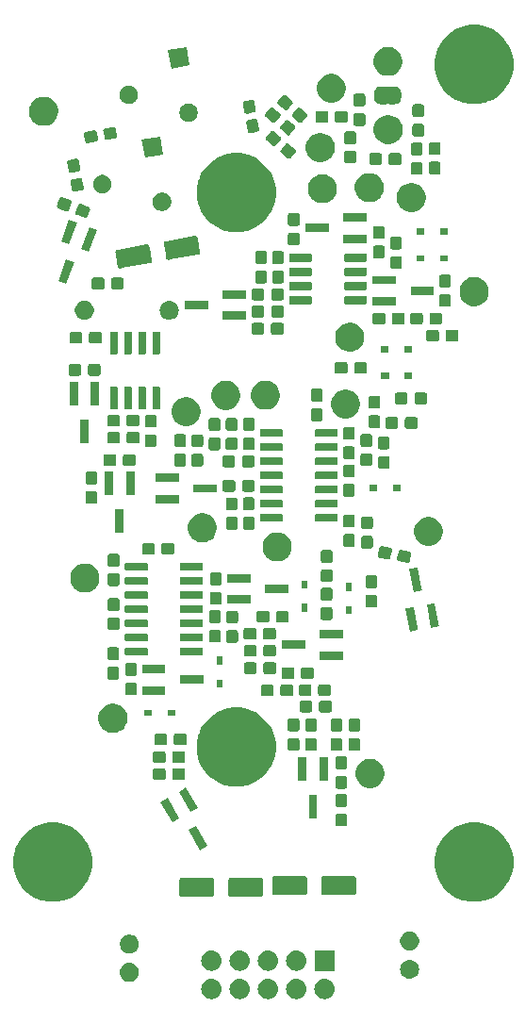
<source format=gbr>
G04 #@! TF.GenerationSoftware,KiCad,Pcbnew,(5.1.2-1)-1*
G04 #@! TF.CreationDate,2022-08-10T15:30:44-04:00*
G04 #@! TF.ProjectId,BassDrum_TR909,42617373-4472-4756-9d5f-54523930392e,rev?*
G04 #@! TF.SameCoordinates,Original*
G04 #@! TF.FileFunction,Soldermask,Top*
G04 #@! TF.FilePolarity,Negative*
%FSLAX46Y46*%
G04 Gerber Fmt 4.6, Leading zero omitted, Abs format (unit mm)*
G04 Created by KiCad (PCBNEW (5.1.2-1)-1) date 2022-08-10 15:30:44*
%MOMM*%
%LPD*%
G04 APERTURE LIST*
%ADD10C,0.100000*%
G04 APERTURE END LIST*
D10*
G36*
X41369382Y-99118162D02*
G01*
X41541783Y-99170460D01*
X41700671Y-99255387D01*
X41839937Y-99369680D01*
X41954230Y-99508946D01*
X42039157Y-99667834D01*
X42091455Y-99840235D01*
X42109113Y-100019529D01*
X42091455Y-100198823D01*
X42039157Y-100371224D01*
X41954230Y-100530112D01*
X41839937Y-100669378D01*
X41700671Y-100783671D01*
X41541783Y-100868598D01*
X41369382Y-100920896D01*
X41235019Y-100934129D01*
X41145157Y-100934129D01*
X41010794Y-100920896D01*
X40838393Y-100868598D01*
X40679505Y-100783671D01*
X40540239Y-100669378D01*
X40425946Y-100530112D01*
X40341019Y-100371224D01*
X40288721Y-100198823D01*
X40271063Y-100019529D01*
X40288721Y-99840235D01*
X40341019Y-99667834D01*
X40425946Y-99508946D01*
X40540239Y-99369680D01*
X40679505Y-99255387D01*
X40838393Y-99170460D01*
X41010794Y-99118162D01*
X41145157Y-99104929D01*
X41235019Y-99104929D01*
X41369382Y-99118162D01*
X41369382Y-99118162D01*
G37*
G36*
X38829382Y-99118162D02*
G01*
X39001783Y-99170460D01*
X39160671Y-99255387D01*
X39299937Y-99369680D01*
X39414230Y-99508946D01*
X39499157Y-99667834D01*
X39551455Y-99840235D01*
X39569113Y-100019529D01*
X39551455Y-100198823D01*
X39499157Y-100371224D01*
X39414230Y-100530112D01*
X39299937Y-100669378D01*
X39160671Y-100783671D01*
X39001783Y-100868598D01*
X38829382Y-100920896D01*
X38695019Y-100934129D01*
X38605157Y-100934129D01*
X38470794Y-100920896D01*
X38298393Y-100868598D01*
X38139505Y-100783671D01*
X38000239Y-100669378D01*
X37885946Y-100530112D01*
X37801019Y-100371224D01*
X37748721Y-100198823D01*
X37731063Y-100019529D01*
X37748721Y-99840235D01*
X37801019Y-99667834D01*
X37885946Y-99508946D01*
X38000239Y-99369680D01*
X38139505Y-99255387D01*
X38298393Y-99170460D01*
X38470794Y-99118162D01*
X38605157Y-99104929D01*
X38695019Y-99104929D01*
X38829382Y-99118162D01*
X38829382Y-99118162D01*
G37*
G36*
X36289382Y-99118162D02*
G01*
X36461783Y-99170460D01*
X36620671Y-99255387D01*
X36759937Y-99369680D01*
X36874230Y-99508946D01*
X36959157Y-99667834D01*
X37011455Y-99840235D01*
X37029113Y-100019529D01*
X37011455Y-100198823D01*
X36959157Y-100371224D01*
X36874230Y-100530112D01*
X36759937Y-100669378D01*
X36620671Y-100783671D01*
X36461783Y-100868598D01*
X36289382Y-100920896D01*
X36155019Y-100934129D01*
X36065157Y-100934129D01*
X35930794Y-100920896D01*
X35758393Y-100868598D01*
X35599505Y-100783671D01*
X35460239Y-100669378D01*
X35345946Y-100530112D01*
X35261019Y-100371224D01*
X35208721Y-100198823D01*
X35191063Y-100019529D01*
X35208721Y-99840235D01*
X35261019Y-99667834D01*
X35345946Y-99508946D01*
X35460239Y-99369680D01*
X35599505Y-99255387D01*
X35758393Y-99170460D01*
X35930794Y-99118162D01*
X36065157Y-99104929D01*
X36155019Y-99104929D01*
X36289382Y-99118162D01*
X36289382Y-99118162D01*
G37*
G36*
X33749382Y-99118162D02*
G01*
X33921783Y-99170460D01*
X34080671Y-99255387D01*
X34219937Y-99369680D01*
X34334230Y-99508946D01*
X34419157Y-99667834D01*
X34471455Y-99840235D01*
X34489113Y-100019529D01*
X34471455Y-100198823D01*
X34419157Y-100371224D01*
X34334230Y-100530112D01*
X34219937Y-100669378D01*
X34080671Y-100783671D01*
X33921783Y-100868598D01*
X33749382Y-100920896D01*
X33615019Y-100934129D01*
X33525157Y-100934129D01*
X33390794Y-100920896D01*
X33218393Y-100868598D01*
X33059505Y-100783671D01*
X32920239Y-100669378D01*
X32805946Y-100530112D01*
X32721019Y-100371224D01*
X32668721Y-100198823D01*
X32651063Y-100019529D01*
X32668721Y-99840235D01*
X32721019Y-99667834D01*
X32805946Y-99508946D01*
X32920239Y-99369680D01*
X33059505Y-99255387D01*
X33218393Y-99170460D01*
X33390794Y-99118162D01*
X33525157Y-99104929D01*
X33615019Y-99104929D01*
X33749382Y-99118162D01*
X33749382Y-99118162D01*
G37*
G36*
X31209382Y-99118162D02*
G01*
X31381783Y-99170460D01*
X31540671Y-99255387D01*
X31679937Y-99369680D01*
X31794230Y-99508946D01*
X31879157Y-99667834D01*
X31931455Y-99840235D01*
X31949113Y-100019529D01*
X31931455Y-100198823D01*
X31879157Y-100371224D01*
X31794230Y-100530112D01*
X31679937Y-100669378D01*
X31540671Y-100783671D01*
X31381783Y-100868598D01*
X31209382Y-100920896D01*
X31075019Y-100934129D01*
X30985157Y-100934129D01*
X30850794Y-100920896D01*
X30678393Y-100868598D01*
X30519505Y-100783671D01*
X30380239Y-100669378D01*
X30265946Y-100530112D01*
X30181019Y-100371224D01*
X30128721Y-100198823D01*
X30111063Y-100019529D01*
X30128721Y-99840235D01*
X30181019Y-99667834D01*
X30265946Y-99508946D01*
X30380239Y-99369680D01*
X30519505Y-99255387D01*
X30678393Y-99170460D01*
X30850794Y-99118162D01*
X30985157Y-99104929D01*
X31075019Y-99104929D01*
X31209382Y-99118162D01*
X31209382Y-99118162D01*
G37*
G36*
X23816909Y-97700844D02*
G01*
X23977328Y-97749507D01*
X24061410Y-97794450D01*
X24125164Y-97828527D01*
X24254745Y-97934872D01*
X24361090Y-98064453D01*
X24361091Y-98064455D01*
X24440110Y-98212289D01*
X24488773Y-98372708D01*
X24505203Y-98539531D01*
X24488773Y-98706354D01*
X24440110Y-98866773D01*
X24436147Y-98874187D01*
X24361090Y-99014609D01*
X24254745Y-99144190D01*
X24125164Y-99250535D01*
X24125162Y-99250536D01*
X23977328Y-99329555D01*
X23816909Y-99378218D01*
X23691890Y-99390531D01*
X23608282Y-99390531D01*
X23483263Y-99378218D01*
X23322844Y-99329555D01*
X23175010Y-99250536D01*
X23175008Y-99250535D01*
X23045427Y-99144190D01*
X22939082Y-99014609D01*
X22864025Y-98874187D01*
X22860062Y-98866773D01*
X22811399Y-98706354D01*
X22794969Y-98539531D01*
X22811399Y-98372708D01*
X22860062Y-98212289D01*
X22939081Y-98064455D01*
X22939082Y-98064453D01*
X23045427Y-97934872D01*
X23175008Y-97828527D01*
X23238762Y-97794450D01*
X23322844Y-97749507D01*
X23483263Y-97700844D01*
X23608282Y-97688531D01*
X23691890Y-97688531D01*
X23816909Y-97700844D01*
X23816909Y-97700844D01*
G37*
G36*
X48986911Y-97430841D02*
G01*
X49147330Y-97479504D01*
X49279994Y-97550414D01*
X49295166Y-97558524D01*
X49424747Y-97664869D01*
X49531092Y-97794450D01*
X49531093Y-97794452D01*
X49610112Y-97942286D01*
X49658775Y-98102705D01*
X49675205Y-98269528D01*
X49658775Y-98436351D01*
X49610112Y-98596770D01*
X49551538Y-98706354D01*
X49531092Y-98744606D01*
X49424747Y-98874187D01*
X49295166Y-98980532D01*
X49295164Y-98980533D01*
X49147330Y-99059552D01*
X48986911Y-99108215D01*
X48861892Y-99120528D01*
X48778284Y-99120528D01*
X48653265Y-99108215D01*
X48492846Y-99059552D01*
X48345012Y-98980533D01*
X48345010Y-98980532D01*
X48215429Y-98874187D01*
X48109084Y-98744606D01*
X48088638Y-98706354D01*
X48030064Y-98596770D01*
X47981401Y-98436351D01*
X47964971Y-98269528D01*
X47981401Y-98102705D01*
X48030064Y-97942286D01*
X48109083Y-97794452D01*
X48109084Y-97794450D01*
X48215429Y-97664869D01*
X48345010Y-97558524D01*
X48360182Y-97550414D01*
X48492846Y-97479504D01*
X48653265Y-97430841D01*
X48778284Y-97418528D01*
X48861892Y-97418528D01*
X48986911Y-97430841D01*
X48986911Y-97430841D01*
G37*
G36*
X36289382Y-96578162D02*
G01*
X36461783Y-96630460D01*
X36620671Y-96715387D01*
X36759937Y-96829680D01*
X36874230Y-96968946D01*
X36959157Y-97127834D01*
X37011455Y-97300235D01*
X37029113Y-97479529D01*
X37011455Y-97658823D01*
X36959157Y-97831224D01*
X36874230Y-97990112D01*
X36759937Y-98129378D01*
X36620671Y-98243671D01*
X36461783Y-98328598D01*
X36289382Y-98380896D01*
X36155019Y-98394129D01*
X36065157Y-98394129D01*
X35930794Y-98380896D01*
X35758393Y-98328598D01*
X35599505Y-98243671D01*
X35460239Y-98129378D01*
X35345946Y-97990112D01*
X35261019Y-97831224D01*
X35208721Y-97658823D01*
X35191063Y-97479529D01*
X35208721Y-97300235D01*
X35261019Y-97127834D01*
X35345946Y-96968946D01*
X35460239Y-96829680D01*
X35599505Y-96715387D01*
X35758393Y-96630460D01*
X35930794Y-96578162D01*
X36065157Y-96564929D01*
X36155019Y-96564929D01*
X36289382Y-96578162D01*
X36289382Y-96578162D01*
G37*
G36*
X42104688Y-98394129D02*
G01*
X40275488Y-98394129D01*
X40275488Y-96564929D01*
X42104688Y-96564929D01*
X42104688Y-98394129D01*
X42104688Y-98394129D01*
G37*
G36*
X38829382Y-96578162D02*
G01*
X39001783Y-96630460D01*
X39160671Y-96715387D01*
X39299937Y-96829680D01*
X39414230Y-96968946D01*
X39499157Y-97127834D01*
X39551455Y-97300235D01*
X39569113Y-97479529D01*
X39551455Y-97658823D01*
X39499157Y-97831224D01*
X39414230Y-97990112D01*
X39299937Y-98129378D01*
X39160671Y-98243671D01*
X39001783Y-98328598D01*
X38829382Y-98380896D01*
X38695019Y-98394129D01*
X38605157Y-98394129D01*
X38470794Y-98380896D01*
X38298393Y-98328598D01*
X38139505Y-98243671D01*
X38000239Y-98129378D01*
X37885946Y-97990112D01*
X37801019Y-97831224D01*
X37748721Y-97658823D01*
X37731063Y-97479529D01*
X37748721Y-97300235D01*
X37801019Y-97127834D01*
X37885946Y-96968946D01*
X38000239Y-96829680D01*
X38139505Y-96715387D01*
X38298393Y-96630460D01*
X38470794Y-96578162D01*
X38605157Y-96564929D01*
X38695019Y-96564929D01*
X38829382Y-96578162D01*
X38829382Y-96578162D01*
G37*
G36*
X31209382Y-96578162D02*
G01*
X31381783Y-96630460D01*
X31540671Y-96715387D01*
X31679937Y-96829680D01*
X31794230Y-96968946D01*
X31879157Y-97127834D01*
X31931455Y-97300235D01*
X31949113Y-97479529D01*
X31931455Y-97658823D01*
X31879157Y-97831224D01*
X31794230Y-97990112D01*
X31679937Y-98129378D01*
X31540671Y-98243671D01*
X31381783Y-98328598D01*
X31209382Y-98380896D01*
X31075019Y-98394129D01*
X30985157Y-98394129D01*
X30850794Y-98380896D01*
X30678393Y-98328598D01*
X30519505Y-98243671D01*
X30380239Y-98129378D01*
X30265946Y-97990112D01*
X30181019Y-97831224D01*
X30128721Y-97658823D01*
X30111063Y-97479529D01*
X30128721Y-97300235D01*
X30181019Y-97127834D01*
X30265946Y-96968946D01*
X30380239Y-96829680D01*
X30519505Y-96715387D01*
X30678393Y-96630460D01*
X30850794Y-96578162D01*
X30985157Y-96564929D01*
X31075019Y-96564929D01*
X31209382Y-96578162D01*
X31209382Y-96578162D01*
G37*
G36*
X33749382Y-96578162D02*
G01*
X33921783Y-96630460D01*
X34080671Y-96715387D01*
X34219937Y-96829680D01*
X34334230Y-96968946D01*
X34419157Y-97127834D01*
X34471455Y-97300235D01*
X34489113Y-97479529D01*
X34471455Y-97658823D01*
X34419157Y-97831224D01*
X34334230Y-97990112D01*
X34219937Y-98129378D01*
X34080671Y-98243671D01*
X33921783Y-98328598D01*
X33749382Y-98380896D01*
X33615019Y-98394129D01*
X33525157Y-98394129D01*
X33390794Y-98380896D01*
X33218393Y-98328598D01*
X33059505Y-98243671D01*
X32920239Y-98129378D01*
X32805946Y-97990112D01*
X32721019Y-97831224D01*
X32668721Y-97658823D01*
X32651063Y-97479529D01*
X32668721Y-97300235D01*
X32721019Y-97127834D01*
X32805946Y-96968946D01*
X32920239Y-96829680D01*
X33059505Y-96715387D01*
X33218393Y-96630460D01*
X33390794Y-96578162D01*
X33525157Y-96564929D01*
X33615019Y-96564929D01*
X33749382Y-96578162D01*
X33749382Y-96578162D01*
G37*
G36*
X23898314Y-95181234D02*
G01*
X24053186Y-95245384D01*
X24192567Y-95338516D01*
X24311101Y-95457050D01*
X24404233Y-95596431D01*
X24468383Y-95751303D01*
X24501086Y-95915715D01*
X24501086Y-96083347D01*
X24468383Y-96247759D01*
X24404233Y-96402631D01*
X24311101Y-96542012D01*
X24192567Y-96660546D01*
X24053186Y-96753678D01*
X23898314Y-96817828D01*
X23733902Y-96850531D01*
X23566270Y-96850531D01*
X23401858Y-96817828D01*
X23246986Y-96753678D01*
X23107605Y-96660546D01*
X22989071Y-96542012D01*
X22895939Y-96402631D01*
X22831789Y-96247759D01*
X22799086Y-96083347D01*
X22799086Y-95915715D01*
X22831789Y-95751303D01*
X22895939Y-95596431D01*
X22989071Y-95457050D01*
X23107605Y-95338516D01*
X23246986Y-95245384D01*
X23401858Y-95181234D01*
X23566270Y-95148531D01*
X23733902Y-95148531D01*
X23898314Y-95181234D01*
X23898314Y-95181234D01*
G37*
G36*
X49068316Y-94911231D02*
G01*
X49223188Y-94975381D01*
X49362569Y-95068513D01*
X49481103Y-95187047D01*
X49574235Y-95326428D01*
X49638385Y-95481300D01*
X49671088Y-95645712D01*
X49671088Y-95813344D01*
X49638385Y-95977756D01*
X49574235Y-96132628D01*
X49481103Y-96272009D01*
X49362569Y-96390543D01*
X49223188Y-96483675D01*
X49068316Y-96547825D01*
X48903904Y-96580528D01*
X48736272Y-96580528D01*
X48571860Y-96547825D01*
X48416988Y-96483675D01*
X48277607Y-96390543D01*
X48159073Y-96272009D01*
X48065941Y-96132628D01*
X48001791Y-95977756D01*
X47969088Y-95813344D01*
X47969088Y-95645712D01*
X48001791Y-95481300D01*
X48065941Y-95326428D01*
X48159073Y-95187047D01*
X48277607Y-95068513D01*
X48416988Y-94975381D01*
X48571860Y-94911231D01*
X48736272Y-94878528D01*
X48903904Y-94878528D01*
X49068316Y-94911231D01*
X49068316Y-94911231D01*
G37*
G36*
X17799787Y-85231462D02*
G01*
X17799790Y-85231463D01*
X17799789Y-85231463D01*
X18446029Y-85499144D01*
X19027631Y-85887758D01*
X19522242Y-86382369D01*
X19910856Y-86963971D01*
X20100135Y-87420932D01*
X20178538Y-87610213D01*
X20315000Y-88296256D01*
X20315000Y-88995744D01*
X20178538Y-89681787D01*
X20178537Y-89681789D01*
X19910856Y-90328029D01*
X19522242Y-90909631D01*
X19027631Y-91404242D01*
X18446029Y-91792856D01*
X17989068Y-91982135D01*
X17799787Y-92060538D01*
X17113744Y-92197000D01*
X16414256Y-92197000D01*
X15728213Y-92060538D01*
X15538932Y-91982135D01*
X15081971Y-91792856D01*
X14500369Y-91404242D01*
X14005758Y-90909631D01*
X13617144Y-90328029D01*
X13349463Y-89681789D01*
X13349462Y-89681787D01*
X13213000Y-88995744D01*
X13213000Y-88296256D01*
X13349462Y-87610213D01*
X13427865Y-87420932D01*
X13617144Y-86963971D01*
X14005758Y-86382369D01*
X14500369Y-85887758D01*
X15081971Y-85499144D01*
X15728211Y-85231463D01*
X15728210Y-85231463D01*
X15728213Y-85231462D01*
X16414256Y-85095000D01*
X17113744Y-85095000D01*
X17799787Y-85231462D01*
X17799787Y-85231462D01*
G37*
G36*
X55645787Y-85231462D02*
G01*
X55645790Y-85231463D01*
X55645789Y-85231463D01*
X56292029Y-85499144D01*
X56873631Y-85887758D01*
X57368242Y-86382369D01*
X57756856Y-86963971D01*
X57946135Y-87420932D01*
X58024538Y-87610213D01*
X58161000Y-88296256D01*
X58161000Y-88995744D01*
X58024538Y-89681787D01*
X58024537Y-89681789D01*
X57756856Y-90328029D01*
X57368242Y-90909631D01*
X56873631Y-91404242D01*
X56292029Y-91792856D01*
X55835068Y-91982135D01*
X55645787Y-92060538D01*
X54959744Y-92197000D01*
X54260256Y-92197000D01*
X53574213Y-92060538D01*
X53384932Y-91982135D01*
X52927971Y-91792856D01*
X52346369Y-91404242D01*
X51851758Y-90909631D01*
X51463144Y-90328029D01*
X51195463Y-89681789D01*
X51195462Y-89681787D01*
X51059000Y-88995744D01*
X51059000Y-88296256D01*
X51195462Y-87610213D01*
X51273865Y-87420932D01*
X51463144Y-86963971D01*
X51851758Y-86382369D01*
X52346369Y-85887758D01*
X52927971Y-85499144D01*
X53574211Y-85231463D01*
X53574210Y-85231463D01*
X53574213Y-85231462D01*
X54260256Y-85095000D01*
X54959744Y-85095000D01*
X55645787Y-85231462D01*
X55645787Y-85231462D01*
G37*
G36*
X31116083Y-90042583D02*
G01*
X31149738Y-90052793D01*
X31180751Y-90069370D01*
X31207937Y-90091681D01*
X31230248Y-90118867D01*
X31246825Y-90149880D01*
X31257035Y-90183535D01*
X31261086Y-90224670D01*
X31261086Y-91554394D01*
X31257035Y-91595529D01*
X31246825Y-91629184D01*
X31230248Y-91660197D01*
X31207937Y-91687383D01*
X31180751Y-91709694D01*
X31149738Y-91726271D01*
X31116083Y-91736481D01*
X31074948Y-91740532D01*
X28345224Y-91740532D01*
X28304089Y-91736481D01*
X28270434Y-91726271D01*
X28239421Y-91709694D01*
X28212235Y-91687383D01*
X28189924Y-91660197D01*
X28173347Y-91629184D01*
X28163137Y-91595529D01*
X28159086Y-91554394D01*
X28159086Y-90224670D01*
X28163137Y-90183535D01*
X28173347Y-90149880D01*
X28189924Y-90118867D01*
X28212235Y-90091681D01*
X28239421Y-90069370D01*
X28270434Y-90052793D01*
X28304089Y-90042583D01*
X28345224Y-90038532D01*
X31074948Y-90038532D01*
X31116083Y-90042583D01*
X31116083Y-90042583D01*
G37*
G36*
X35516083Y-90042583D02*
G01*
X35549738Y-90052793D01*
X35580751Y-90069370D01*
X35607937Y-90091681D01*
X35630248Y-90118867D01*
X35646825Y-90149880D01*
X35657035Y-90183535D01*
X35661086Y-90224670D01*
X35661086Y-91554394D01*
X35657035Y-91595529D01*
X35646825Y-91629184D01*
X35630248Y-91660197D01*
X35607937Y-91687383D01*
X35580751Y-91709694D01*
X35549738Y-91726271D01*
X35516083Y-91736481D01*
X35474948Y-91740532D01*
X32745224Y-91740532D01*
X32704089Y-91736481D01*
X32670434Y-91726271D01*
X32639421Y-91709694D01*
X32612235Y-91687383D01*
X32589924Y-91660197D01*
X32573347Y-91629184D01*
X32563137Y-91595529D01*
X32559086Y-91554394D01*
X32559086Y-90224670D01*
X32563137Y-90183535D01*
X32573347Y-90149880D01*
X32589924Y-90118867D01*
X32612235Y-90091681D01*
X32639421Y-90069370D01*
X32670434Y-90052793D01*
X32704089Y-90042583D01*
X32745224Y-90038532D01*
X35474948Y-90038532D01*
X35516083Y-90042583D01*
X35516083Y-90042583D01*
G37*
G36*
X39466083Y-89902582D02*
G01*
X39499738Y-89912792D01*
X39530751Y-89929369D01*
X39557937Y-89951680D01*
X39580248Y-89978866D01*
X39596825Y-90009879D01*
X39607035Y-90043534D01*
X39611086Y-90084669D01*
X39611086Y-91414393D01*
X39607035Y-91455528D01*
X39596825Y-91489183D01*
X39580248Y-91520196D01*
X39557937Y-91547382D01*
X39530751Y-91569693D01*
X39499738Y-91586270D01*
X39466083Y-91596480D01*
X39424948Y-91600531D01*
X36695224Y-91600531D01*
X36654089Y-91596480D01*
X36620434Y-91586270D01*
X36589421Y-91569693D01*
X36562235Y-91547382D01*
X36539924Y-91520196D01*
X36523347Y-91489183D01*
X36513137Y-91455528D01*
X36509086Y-91414393D01*
X36509086Y-90084669D01*
X36513137Y-90043534D01*
X36523347Y-90009879D01*
X36539924Y-89978866D01*
X36562235Y-89951680D01*
X36589421Y-89929369D01*
X36620434Y-89912792D01*
X36654089Y-89902582D01*
X36695224Y-89898531D01*
X39424948Y-89898531D01*
X39466083Y-89902582D01*
X39466083Y-89902582D01*
G37*
G36*
X43866083Y-89902582D02*
G01*
X43899738Y-89912792D01*
X43930751Y-89929369D01*
X43957937Y-89951680D01*
X43980248Y-89978866D01*
X43996825Y-90009879D01*
X44007035Y-90043534D01*
X44011086Y-90084669D01*
X44011086Y-91414393D01*
X44007035Y-91455528D01*
X43996825Y-91489183D01*
X43980248Y-91520196D01*
X43957937Y-91547382D01*
X43930751Y-91569693D01*
X43899738Y-91586270D01*
X43866083Y-91596480D01*
X43824948Y-91600531D01*
X41095224Y-91600531D01*
X41054089Y-91596480D01*
X41020434Y-91586270D01*
X40989421Y-91569693D01*
X40962235Y-91547382D01*
X40939924Y-91520196D01*
X40923347Y-91489183D01*
X40913137Y-91455528D01*
X40909086Y-91414393D01*
X40909086Y-90084669D01*
X40913137Y-90043534D01*
X40923347Y-90009879D01*
X40939924Y-89978866D01*
X40962235Y-89951680D01*
X40989421Y-89929369D01*
X41020434Y-89912792D01*
X41054089Y-89902582D01*
X41095224Y-89898531D01*
X43824948Y-89898531D01*
X43866083Y-89902582D01*
X43866083Y-89902582D01*
G37*
G36*
X30676126Y-87193096D02*
G01*
X30024874Y-87569096D01*
X28973874Y-85748710D01*
X29625126Y-85372710D01*
X30676126Y-87193096D01*
X30676126Y-87193096D01*
G37*
G36*
X43044499Y-84283445D02*
G01*
X43081995Y-84294820D01*
X43116554Y-84313292D01*
X43146847Y-84338153D01*
X43171708Y-84368446D01*
X43190180Y-84403005D01*
X43201555Y-84440501D01*
X43206000Y-84485638D01*
X43206000Y-85224362D01*
X43201555Y-85269499D01*
X43190180Y-85306995D01*
X43171708Y-85341554D01*
X43146847Y-85371847D01*
X43116554Y-85396708D01*
X43081995Y-85415180D01*
X43044499Y-85426555D01*
X42999362Y-85431000D01*
X42360638Y-85431000D01*
X42315501Y-85426555D01*
X42278005Y-85415180D01*
X42243446Y-85396708D01*
X42213153Y-85371847D01*
X42188292Y-85341554D01*
X42169820Y-85306995D01*
X42158445Y-85269499D01*
X42154000Y-85224362D01*
X42154000Y-84485638D01*
X42158445Y-84440501D01*
X42169820Y-84403005D01*
X42188292Y-84368446D01*
X42213153Y-84338153D01*
X42243446Y-84313292D01*
X42278005Y-84294820D01*
X42315501Y-84283445D01*
X42360638Y-84279000D01*
X42999362Y-84279000D01*
X43044499Y-84283445D01*
X43044499Y-84283445D01*
G37*
G36*
X28143402Y-84706290D02*
G01*
X27492150Y-85082290D01*
X26441150Y-83261904D01*
X27092402Y-82885904D01*
X28143402Y-84706290D01*
X28143402Y-84706290D01*
G37*
G36*
X40526000Y-84741000D02*
G01*
X39774000Y-84741000D01*
X39774000Y-82639000D01*
X40526000Y-82639000D01*
X40526000Y-84741000D01*
X40526000Y-84741000D01*
G37*
G36*
X29788850Y-83756290D02*
G01*
X29137598Y-84132290D01*
X28086598Y-82311904D01*
X28737850Y-81935904D01*
X29788850Y-83756290D01*
X29788850Y-83756290D01*
G37*
G36*
X43044499Y-82533445D02*
G01*
X43081995Y-82544820D01*
X43116554Y-82563292D01*
X43146847Y-82588153D01*
X43171708Y-82618446D01*
X43190180Y-82653005D01*
X43201555Y-82690501D01*
X43206000Y-82735638D01*
X43206000Y-83474362D01*
X43201555Y-83519499D01*
X43190180Y-83556995D01*
X43171708Y-83591554D01*
X43146847Y-83621847D01*
X43116554Y-83646708D01*
X43081995Y-83665180D01*
X43044499Y-83676555D01*
X42999362Y-83681000D01*
X42360638Y-83681000D01*
X42315501Y-83676555D01*
X42278005Y-83665180D01*
X42243446Y-83646708D01*
X42213153Y-83621847D01*
X42188292Y-83591554D01*
X42169820Y-83556995D01*
X42158445Y-83519499D01*
X42154000Y-83474362D01*
X42154000Y-82735638D01*
X42158445Y-82690501D01*
X42169820Y-82653005D01*
X42188292Y-82618446D01*
X42213153Y-82588153D01*
X42243446Y-82563292D01*
X42278005Y-82544820D01*
X42315501Y-82533445D01*
X42360638Y-82529000D01*
X42999362Y-82529000D01*
X43044499Y-82533445D01*
X43044499Y-82533445D01*
G37*
G36*
X43044499Y-80903445D02*
G01*
X43081995Y-80914820D01*
X43116554Y-80933292D01*
X43146847Y-80958153D01*
X43171708Y-80988446D01*
X43190180Y-81023005D01*
X43201555Y-81060501D01*
X43206000Y-81105638D01*
X43206000Y-81844362D01*
X43201555Y-81889499D01*
X43190180Y-81926995D01*
X43171708Y-81961554D01*
X43146847Y-81991847D01*
X43116554Y-82016708D01*
X43081995Y-82035180D01*
X43044499Y-82046555D01*
X42999362Y-82051000D01*
X42360638Y-82051000D01*
X42315501Y-82046555D01*
X42278005Y-82035180D01*
X42243446Y-82016708D01*
X42213153Y-81991847D01*
X42188292Y-81961554D01*
X42169820Y-81926995D01*
X42158445Y-81889499D01*
X42154000Y-81844362D01*
X42154000Y-81105638D01*
X42158445Y-81060501D01*
X42169820Y-81023005D01*
X42188292Y-80988446D01*
X42213153Y-80958153D01*
X42243446Y-80933292D01*
X42278005Y-80914820D01*
X42315501Y-80903445D01*
X42360638Y-80899000D01*
X42999362Y-80899000D01*
X43044499Y-80903445D01*
X43044499Y-80903445D01*
G37*
G36*
X45649393Y-79419304D02*
G01*
X45886101Y-79517352D01*
X45886103Y-79517353D01*
X46099135Y-79659696D01*
X46280304Y-79840865D01*
X46412025Y-80038000D01*
X46422648Y-80053899D01*
X46520696Y-80290607D01*
X46570680Y-80541893D01*
X46570680Y-80798107D01*
X46520696Y-81049393D01*
X46443409Y-81235980D01*
X46422647Y-81286103D01*
X46280304Y-81499135D01*
X46099135Y-81680304D01*
X45886103Y-81822647D01*
X45886102Y-81822648D01*
X45886101Y-81822648D01*
X45649393Y-81920696D01*
X45398107Y-81970680D01*
X45141893Y-81970680D01*
X44890607Y-81920696D01*
X44653899Y-81822648D01*
X44653898Y-81822648D01*
X44653897Y-81822647D01*
X44440865Y-81680304D01*
X44259696Y-81499135D01*
X44117353Y-81286103D01*
X44096591Y-81235980D01*
X44019304Y-81049393D01*
X43969320Y-80798107D01*
X43969320Y-80541893D01*
X44019304Y-80290607D01*
X44117352Y-80053899D01*
X44127975Y-80038000D01*
X44259696Y-79840865D01*
X44440865Y-79659696D01*
X44653897Y-79517353D01*
X44653899Y-79517352D01*
X44890607Y-79419304D01*
X45141893Y-79369320D01*
X45398107Y-79369320D01*
X45649393Y-79419304D01*
X45649393Y-79419304D01*
G37*
G36*
X34293787Y-74891462D02*
G01*
X34468909Y-74964000D01*
X34940029Y-75159144D01*
X35521631Y-75547758D01*
X36016242Y-76042369D01*
X36404856Y-76623971D01*
X36548474Y-76970696D01*
X36672538Y-77270213D01*
X36809000Y-77956256D01*
X36809000Y-78655744D01*
X36672538Y-79341787D01*
X36672537Y-79341789D01*
X36404856Y-79988029D01*
X36016242Y-80569631D01*
X35521631Y-81064242D01*
X34940029Y-81452856D01*
X34828301Y-81499135D01*
X34293787Y-81720538D01*
X33607744Y-81857000D01*
X32908256Y-81857000D01*
X32222213Y-81720538D01*
X31687699Y-81499135D01*
X31575971Y-81452856D01*
X30994369Y-81064242D01*
X30499758Y-80569631D01*
X30111144Y-79988029D01*
X29843463Y-79341789D01*
X29843462Y-79341787D01*
X29707000Y-78655744D01*
X29707000Y-77956256D01*
X29843462Y-77270213D01*
X29967526Y-76970696D01*
X30111144Y-76623971D01*
X30499758Y-76042369D01*
X30994369Y-75547758D01*
X31575971Y-75159144D01*
X32047091Y-74964000D01*
X32222213Y-74891462D01*
X32908256Y-74755000D01*
X33607744Y-74755000D01*
X34293787Y-74891462D01*
X34293787Y-74891462D01*
G37*
G36*
X41476000Y-81321000D02*
G01*
X40724000Y-81321000D01*
X40724000Y-79219000D01*
X41476000Y-79219000D01*
X41476000Y-81321000D01*
X41476000Y-81321000D01*
G37*
G36*
X39576000Y-81321000D02*
G01*
X38824000Y-81321000D01*
X38824000Y-79219000D01*
X39576000Y-79219000D01*
X39576000Y-81321000D01*
X39576000Y-81321000D01*
G37*
G36*
X28489499Y-80208445D02*
G01*
X28526995Y-80219820D01*
X28561554Y-80238292D01*
X28591847Y-80263153D01*
X28616708Y-80293446D01*
X28635180Y-80328005D01*
X28646555Y-80365501D01*
X28651000Y-80410638D01*
X28651000Y-81049362D01*
X28646555Y-81094499D01*
X28635180Y-81131995D01*
X28616708Y-81166554D01*
X28591847Y-81196847D01*
X28561554Y-81221708D01*
X28526995Y-81240180D01*
X28489499Y-81251555D01*
X28444362Y-81256000D01*
X27705638Y-81256000D01*
X27660501Y-81251555D01*
X27623005Y-81240180D01*
X27588446Y-81221708D01*
X27558153Y-81196847D01*
X27533292Y-81166554D01*
X27514820Y-81131995D01*
X27503445Y-81094499D01*
X27499000Y-81049362D01*
X27499000Y-80410638D01*
X27503445Y-80365501D01*
X27514820Y-80328005D01*
X27533292Y-80293446D01*
X27558153Y-80263153D01*
X27588446Y-80238292D01*
X27623005Y-80219820D01*
X27660501Y-80208445D01*
X27705638Y-80204000D01*
X28444362Y-80204000D01*
X28489499Y-80208445D01*
X28489499Y-80208445D01*
G37*
G36*
X26739499Y-80208445D02*
G01*
X26776995Y-80219820D01*
X26811554Y-80238292D01*
X26841847Y-80263153D01*
X26866708Y-80293446D01*
X26885180Y-80328005D01*
X26896555Y-80365501D01*
X26901000Y-80410638D01*
X26901000Y-81049362D01*
X26896555Y-81094499D01*
X26885180Y-81131995D01*
X26866708Y-81166554D01*
X26841847Y-81196847D01*
X26811554Y-81221708D01*
X26776995Y-81240180D01*
X26739499Y-81251555D01*
X26694362Y-81256000D01*
X25955638Y-81256000D01*
X25910501Y-81251555D01*
X25873005Y-81240180D01*
X25838446Y-81221708D01*
X25808153Y-81196847D01*
X25783292Y-81166554D01*
X25764820Y-81131995D01*
X25753445Y-81094499D01*
X25749000Y-81049362D01*
X25749000Y-80410638D01*
X25753445Y-80365501D01*
X25764820Y-80328005D01*
X25783292Y-80293446D01*
X25808153Y-80263153D01*
X25838446Y-80238292D01*
X25873005Y-80219820D01*
X25910501Y-80208445D01*
X25955638Y-80204000D01*
X26694362Y-80204000D01*
X26739499Y-80208445D01*
X26739499Y-80208445D01*
G37*
G36*
X43044499Y-79153445D02*
G01*
X43081995Y-79164820D01*
X43116554Y-79183292D01*
X43146847Y-79208153D01*
X43171708Y-79238446D01*
X43190180Y-79273005D01*
X43201555Y-79310501D01*
X43206000Y-79355638D01*
X43206000Y-80094362D01*
X43201555Y-80139499D01*
X43190180Y-80176995D01*
X43171708Y-80211554D01*
X43146847Y-80241847D01*
X43116554Y-80266708D01*
X43081995Y-80285180D01*
X43044499Y-80296555D01*
X42999362Y-80301000D01*
X42360638Y-80301000D01*
X42315501Y-80296555D01*
X42278005Y-80285180D01*
X42243446Y-80266708D01*
X42213153Y-80241847D01*
X42188292Y-80211554D01*
X42169820Y-80176995D01*
X42158445Y-80139499D01*
X42154000Y-80094362D01*
X42154000Y-79355638D01*
X42158445Y-79310501D01*
X42169820Y-79273005D01*
X42188292Y-79238446D01*
X42213153Y-79208153D01*
X42243446Y-79183292D01*
X42278005Y-79164820D01*
X42315501Y-79153445D01*
X42360638Y-79149000D01*
X42999362Y-79149000D01*
X43044499Y-79153445D01*
X43044499Y-79153445D01*
G37*
G36*
X28489499Y-78688445D02*
G01*
X28526995Y-78699820D01*
X28561554Y-78718292D01*
X28591847Y-78743153D01*
X28616708Y-78773446D01*
X28635180Y-78808005D01*
X28646555Y-78845501D01*
X28651000Y-78890638D01*
X28651000Y-79529362D01*
X28646555Y-79574499D01*
X28635180Y-79611995D01*
X28616708Y-79646554D01*
X28591847Y-79676847D01*
X28561554Y-79701708D01*
X28526995Y-79720180D01*
X28489499Y-79731555D01*
X28444362Y-79736000D01*
X27705638Y-79736000D01*
X27660501Y-79731555D01*
X27623005Y-79720180D01*
X27588446Y-79701708D01*
X27558153Y-79676847D01*
X27533292Y-79646554D01*
X27514820Y-79611995D01*
X27503445Y-79574499D01*
X27499000Y-79529362D01*
X27499000Y-78890638D01*
X27503445Y-78845501D01*
X27514820Y-78808005D01*
X27533292Y-78773446D01*
X27558153Y-78743153D01*
X27588446Y-78718292D01*
X27623005Y-78699820D01*
X27660501Y-78688445D01*
X27705638Y-78684000D01*
X28444362Y-78684000D01*
X28489499Y-78688445D01*
X28489499Y-78688445D01*
G37*
G36*
X26739499Y-78688445D02*
G01*
X26776995Y-78699820D01*
X26811554Y-78718292D01*
X26841847Y-78743153D01*
X26866708Y-78773446D01*
X26885180Y-78808005D01*
X26896555Y-78845501D01*
X26901000Y-78890638D01*
X26901000Y-79529362D01*
X26896555Y-79574499D01*
X26885180Y-79611995D01*
X26866708Y-79646554D01*
X26841847Y-79676847D01*
X26811554Y-79701708D01*
X26776995Y-79720180D01*
X26739499Y-79731555D01*
X26694362Y-79736000D01*
X25955638Y-79736000D01*
X25910501Y-79731555D01*
X25873005Y-79720180D01*
X25838446Y-79701708D01*
X25808153Y-79676847D01*
X25783292Y-79646554D01*
X25764820Y-79611995D01*
X25753445Y-79574499D01*
X25749000Y-79529362D01*
X25749000Y-78890638D01*
X25753445Y-78845501D01*
X25764820Y-78808005D01*
X25783292Y-78773446D01*
X25808153Y-78743153D01*
X25838446Y-78718292D01*
X25873005Y-78699820D01*
X25910501Y-78688445D01*
X25955638Y-78684000D01*
X26694362Y-78684000D01*
X26739499Y-78688445D01*
X26739499Y-78688445D01*
G37*
G36*
X42624499Y-77503445D02*
G01*
X42661995Y-77514820D01*
X42696554Y-77533292D01*
X42726847Y-77558153D01*
X42751708Y-77588446D01*
X42770180Y-77623005D01*
X42781555Y-77660501D01*
X42786000Y-77705638D01*
X42786000Y-78444362D01*
X42781555Y-78489499D01*
X42770180Y-78526995D01*
X42751708Y-78561554D01*
X42726847Y-78591847D01*
X42696554Y-78616708D01*
X42661995Y-78635180D01*
X42624499Y-78646555D01*
X42579362Y-78651000D01*
X41940638Y-78651000D01*
X41895501Y-78646555D01*
X41858005Y-78635180D01*
X41823446Y-78616708D01*
X41793153Y-78591847D01*
X41768292Y-78561554D01*
X41749820Y-78526995D01*
X41738445Y-78489499D01*
X41734000Y-78444362D01*
X41734000Y-77705638D01*
X41738445Y-77660501D01*
X41749820Y-77623005D01*
X41768292Y-77588446D01*
X41793153Y-77558153D01*
X41823446Y-77533292D01*
X41858005Y-77514820D01*
X41895501Y-77503445D01*
X41940638Y-77499000D01*
X42579362Y-77499000D01*
X42624499Y-77503445D01*
X42624499Y-77503445D01*
G37*
G36*
X44214499Y-77493445D02*
G01*
X44251995Y-77504820D01*
X44286554Y-77523292D01*
X44316847Y-77548153D01*
X44341708Y-77578446D01*
X44360180Y-77613005D01*
X44371555Y-77650501D01*
X44376000Y-77695638D01*
X44376000Y-78434362D01*
X44371555Y-78479499D01*
X44360180Y-78516995D01*
X44341708Y-78551554D01*
X44316847Y-78581847D01*
X44286554Y-78606708D01*
X44251995Y-78625180D01*
X44214499Y-78636555D01*
X44169362Y-78641000D01*
X43530638Y-78641000D01*
X43485501Y-78636555D01*
X43448005Y-78625180D01*
X43413446Y-78606708D01*
X43383153Y-78581847D01*
X43358292Y-78551554D01*
X43339820Y-78516995D01*
X43328445Y-78479499D01*
X43324000Y-78434362D01*
X43324000Y-77695638D01*
X43328445Y-77650501D01*
X43339820Y-77613005D01*
X43358292Y-77578446D01*
X43383153Y-77548153D01*
X43413446Y-77523292D01*
X43448005Y-77504820D01*
X43485501Y-77493445D01*
X43530638Y-77489000D01*
X44169362Y-77489000D01*
X44214499Y-77493445D01*
X44214499Y-77493445D01*
G37*
G36*
X40334499Y-77493445D02*
G01*
X40371995Y-77504820D01*
X40406554Y-77523292D01*
X40436847Y-77548153D01*
X40461708Y-77578446D01*
X40480180Y-77613005D01*
X40491555Y-77650501D01*
X40496000Y-77695638D01*
X40496000Y-78434362D01*
X40491555Y-78479499D01*
X40480180Y-78516995D01*
X40461708Y-78551554D01*
X40436847Y-78581847D01*
X40406554Y-78606708D01*
X40371995Y-78625180D01*
X40334499Y-78636555D01*
X40289362Y-78641000D01*
X39650638Y-78641000D01*
X39605501Y-78636555D01*
X39568005Y-78625180D01*
X39533446Y-78606708D01*
X39503153Y-78581847D01*
X39478292Y-78551554D01*
X39459820Y-78516995D01*
X39448445Y-78479499D01*
X39444000Y-78434362D01*
X39444000Y-77695638D01*
X39448445Y-77650501D01*
X39459820Y-77613005D01*
X39478292Y-77578446D01*
X39503153Y-77548153D01*
X39533446Y-77523292D01*
X39568005Y-77504820D01*
X39605501Y-77493445D01*
X39650638Y-77489000D01*
X40289362Y-77489000D01*
X40334499Y-77493445D01*
X40334499Y-77493445D01*
G37*
G36*
X38764499Y-77493445D02*
G01*
X38801995Y-77504820D01*
X38836554Y-77523292D01*
X38866847Y-77548153D01*
X38891708Y-77578446D01*
X38910180Y-77613005D01*
X38921555Y-77650501D01*
X38926000Y-77695638D01*
X38926000Y-78434362D01*
X38921555Y-78479499D01*
X38910180Y-78516995D01*
X38891708Y-78551554D01*
X38866847Y-78581847D01*
X38836554Y-78606708D01*
X38801995Y-78625180D01*
X38764499Y-78636555D01*
X38719362Y-78641000D01*
X38080638Y-78641000D01*
X38035501Y-78636555D01*
X37998005Y-78625180D01*
X37963446Y-78606708D01*
X37933153Y-78581847D01*
X37908292Y-78551554D01*
X37889820Y-78516995D01*
X37878445Y-78479499D01*
X37874000Y-78434362D01*
X37874000Y-77695638D01*
X37878445Y-77650501D01*
X37889820Y-77613005D01*
X37908292Y-77578446D01*
X37933153Y-77548153D01*
X37963446Y-77523292D01*
X37998005Y-77504820D01*
X38035501Y-77493445D01*
X38080638Y-77489000D01*
X38719362Y-77489000D01*
X38764499Y-77493445D01*
X38764499Y-77493445D01*
G37*
G36*
X28639499Y-77088445D02*
G01*
X28676995Y-77099820D01*
X28711554Y-77118292D01*
X28741847Y-77143153D01*
X28766708Y-77173446D01*
X28785180Y-77208005D01*
X28796555Y-77245501D01*
X28801000Y-77290638D01*
X28801000Y-77929362D01*
X28796555Y-77974499D01*
X28785180Y-78011995D01*
X28766708Y-78046554D01*
X28741847Y-78076847D01*
X28711554Y-78101708D01*
X28676995Y-78120180D01*
X28639499Y-78131555D01*
X28594362Y-78136000D01*
X27855638Y-78136000D01*
X27810501Y-78131555D01*
X27773005Y-78120180D01*
X27738446Y-78101708D01*
X27708153Y-78076847D01*
X27683292Y-78046554D01*
X27664820Y-78011995D01*
X27653445Y-77974499D01*
X27649000Y-77929362D01*
X27649000Y-77290638D01*
X27653445Y-77245501D01*
X27664820Y-77208005D01*
X27683292Y-77173446D01*
X27708153Y-77143153D01*
X27738446Y-77118292D01*
X27773005Y-77099820D01*
X27810501Y-77088445D01*
X27855638Y-77084000D01*
X28594362Y-77084000D01*
X28639499Y-77088445D01*
X28639499Y-77088445D01*
G37*
G36*
X26889499Y-77088445D02*
G01*
X26926995Y-77099820D01*
X26961554Y-77118292D01*
X26991847Y-77143153D01*
X27016708Y-77173446D01*
X27035180Y-77208005D01*
X27046555Y-77245501D01*
X27051000Y-77290638D01*
X27051000Y-77929362D01*
X27046555Y-77974499D01*
X27035180Y-78011995D01*
X27016708Y-78046554D01*
X26991847Y-78076847D01*
X26961554Y-78101708D01*
X26926995Y-78120180D01*
X26889499Y-78131555D01*
X26844362Y-78136000D01*
X26105638Y-78136000D01*
X26060501Y-78131555D01*
X26023005Y-78120180D01*
X25988446Y-78101708D01*
X25958153Y-78076847D01*
X25933292Y-78046554D01*
X25914820Y-78011995D01*
X25903445Y-77974499D01*
X25899000Y-77929362D01*
X25899000Y-77290638D01*
X25903445Y-77245501D01*
X25914820Y-77208005D01*
X25933292Y-77173446D01*
X25958153Y-77143153D01*
X25988446Y-77118292D01*
X26023005Y-77099820D01*
X26060501Y-77088445D01*
X26105638Y-77084000D01*
X26844362Y-77084000D01*
X26889499Y-77088445D01*
X26889499Y-77088445D01*
G37*
G36*
X22559393Y-74469304D02*
G01*
X22796101Y-74567352D01*
X22796103Y-74567353D01*
X23009135Y-74709696D01*
X23190304Y-74890865D01*
X23316088Y-75079115D01*
X23332648Y-75103899D01*
X23430696Y-75340607D01*
X23480680Y-75591893D01*
X23480680Y-75848107D01*
X23430696Y-76099393D01*
X23332648Y-76336101D01*
X23332647Y-76336103D01*
X23190304Y-76549135D01*
X23009135Y-76730304D01*
X22796103Y-76872647D01*
X22796102Y-76872648D01*
X22796101Y-76872648D01*
X22559393Y-76970696D01*
X22308107Y-77020680D01*
X22051893Y-77020680D01*
X21800607Y-76970696D01*
X21563899Y-76872648D01*
X21563898Y-76872648D01*
X21563897Y-76872647D01*
X21350865Y-76730304D01*
X21169696Y-76549135D01*
X21027353Y-76336103D01*
X21027352Y-76336101D01*
X20929304Y-76099393D01*
X20879320Y-75848107D01*
X20879320Y-75591893D01*
X20929304Y-75340607D01*
X21027352Y-75103899D01*
X21043912Y-75079115D01*
X21169696Y-74890865D01*
X21350865Y-74709696D01*
X21563897Y-74567353D01*
X21563899Y-74567352D01*
X21800607Y-74469304D01*
X22051893Y-74419320D01*
X22308107Y-74419320D01*
X22559393Y-74469304D01*
X22559393Y-74469304D01*
G37*
G36*
X42624499Y-75753445D02*
G01*
X42661995Y-75764820D01*
X42696554Y-75783292D01*
X42726847Y-75808153D01*
X42751708Y-75838446D01*
X42770180Y-75873005D01*
X42781555Y-75910501D01*
X42786000Y-75955638D01*
X42786000Y-76694362D01*
X42781555Y-76739499D01*
X42770180Y-76776995D01*
X42751708Y-76811554D01*
X42726847Y-76841847D01*
X42696554Y-76866708D01*
X42661995Y-76885180D01*
X42624499Y-76896555D01*
X42579362Y-76901000D01*
X41940638Y-76901000D01*
X41895501Y-76896555D01*
X41858005Y-76885180D01*
X41823446Y-76866708D01*
X41793153Y-76841847D01*
X41768292Y-76811554D01*
X41749820Y-76776995D01*
X41738445Y-76739499D01*
X41734000Y-76694362D01*
X41734000Y-75955638D01*
X41738445Y-75910501D01*
X41749820Y-75873005D01*
X41768292Y-75838446D01*
X41793153Y-75808153D01*
X41823446Y-75783292D01*
X41858005Y-75764820D01*
X41895501Y-75753445D01*
X41940638Y-75749000D01*
X42579362Y-75749000D01*
X42624499Y-75753445D01*
X42624499Y-75753445D01*
G37*
G36*
X38764499Y-75743445D02*
G01*
X38801995Y-75754820D01*
X38836554Y-75773292D01*
X38866847Y-75798153D01*
X38891708Y-75828446D01*
X38910180Y-75863005D01*
X38921555Y-75900501D01*
X38926000Y-75945638D01*
X38926000Y-76684362D01*
X38921555Y-76729499D01*
X38910180Y-76766995D01*
X38891708Y-76801554D01*
X38866847Y-76831847D01*
X38836554Y-76856708D01*
X38801995Y-76875180D01*
X38764499Y-76886555D01*
X38719362Y-76891000D01*
X38080638Y-76891000D01*
X38035501Y-76886555D01*
X37998005Y-76875180D01*
X37963446Y-76856708D01*
X37933153Y-76831847D01*
X37908292Y-76801554D01*
X37889820Y-76766995D01*
X37878445Y-76729499D01*
X37874000Y-76684362D01*
X37874000Y-75945638D01*
X37878445Y-75900501D01*
X37889820Y-75863005D01*
X37908292Y-75828446D01*
X37933153Y-75798153D01*
X37963446Y-75773292D01*
X37998005Y-75754820D01*
X38035501Y-75743445D01*
X38080638Y-75739000D01*
X38719362Y-75739000D01*
X38764499Y-75743445D01*
X38764499Y-75743445D01*
G37*
G36*
X44214499Y-75743445D02*
G01*
X44251995Y-75754820D01*
X44286554Y-75773292D01*
X44316847Y-75798153D01*
X44341708Y-75828446D01*
X44360180Y-75863005D01*
X44371555Y-75900501D01*
X44376000Y-75945638D01*
X44376000Y-76684362D01*
X44371555Y-76729499D01*
X44360180Y-76766995D01*
X44341708Y-76801554D01*
X44316847Y-76831847D01*
X44286554Y-76856708D01*
X44251995Y-76875180D01*
X44214499Y-76886555D01*
X44169362Y-76891000D01*
X43530638Y-76891000D01*
X43485501Y-76886555D01*
X43448005Y-76875180D01*
X43413446Y-76856708D01*
X43383153Y-76831847D01*
X43358292Y-76801554D01*
X43339820Y-76766995D01*
X43328445Y-76729499D01*
X43324000Y-76684362D01*
X43324000Y-75945638D01*
X43328445Y-75900501D01*
X43339820Y-75863005D01*
X43358292Y-75828446D01*
X43383153Y-75798153D01*
X43413446Y-75773292D01*
X43448005Y-75754820D01*
X43485501Y-75743445D01*
X43530638Y-75739000D01*
X44169362Y-75739000D01*
X44214499Y-75743445D01*
X44214499Y-75743445D01*
G37*
G36*
X40334499Y-75743445D02*
G01*
X40371995Y-75754820D01*
X40406554Y-75773292D01*
X40436847Y-75798153D01*
X40461708Y-75828446D01*
X40480180Y-75863005D01*
X40491555Y-75900501D01*
X40496000Y-75945638D01*
X40496000Y-76684362D01*
X40491555Y-76729499D01*
X40480180Y-76766995D01*
X40461708Y-76801554D01*
X40436847Y-76831847D01*
X40406554Y-76856708D01*
X40371995Y-76875180D01*
X40334499Y-76886555D01*
X40289362Y-76891000D01*
X39650638Y-76891000D01*
X39605501Y-76886555D01*
X39568005Y-76875180D01*
X39533446Y-76856708D01*
X39503153Y-76831847D01*
X39478292Y-76801554D01*
X39459820Y-76766995D01*
X39448445Y-76729499D01*
X39444000Y-76684362D01*
X39444000Y-75945638D01*
X39448445Y-75900501D01*
X39459820Y-75863005D01*
X39478292Y-75828446D01*
X39503153Y-75798153D01*
X39533446Y-75773292D01*
X39568005Y-75754820D01*
X39605501Y-75743445D01*
X39650638Y-75739000D01*
X40289362Y-75739000D01*
X40334499Y-75743445D01*
X40334499Y-75743445D01*
G37*
G36*
X25701000Y-75516000D02*
G01*
X24999000Y-75516000D01*
X24999000Y-74964000D01*
X25701000Y-74964000D01*
X25701000Y-75516000D01*
X25701000Y-75516000D01*
G37*
G36*
X27801000Y-75516000D02*
G01*
X27099000Y-75516000D01*
X27099000Y-74964000D01*
X27801000Y-74964000D01*
X27801000Y-75516000D01*
X27801000Y-75516000D01*
G37*
G36*
X39929499Y-74148445D02*
G01*
X39966995Y-74159820D01*
X40001554Y-74178292D01*
X40031847Y-74203153D01*
X40056708Y-74233446D01*
X40075180Y-74268005D01*
X40086555Y-74305501D01*
X40091000Y-74350638D01*
X40091000Y-74989362D01*
X40086555Y-75034499D01*
X40075180Y-75071995D01*
X40056708Y-75106554D01*
X40031847Y-75136847D01*
X40001554Y-75161708D01*
X39966995Y-75180180D01*
X39929499Y-75191555D01*
X39884362Y-75196000D01*
X39145638Y-75196000D01*
X39100501Y-75191555D01*
X39063005Y-75180180D01*
X39028446Y-75161708D01*
X38998153Y-75136847D01*
X38973292Y-75106554D01*
X38954820Y-75071995D01*
X38943445Y-75034499D01*
X38939000Y-74989362D01*
X38939000Y-74350638D01*
X38943445Y-74305501D01*
X38954820Y-74268005D01*
X38973292Y-74233446D01*
X38998153Y-74203153D01*
X39028446Y-74178292D01*
X39063005Y-74159820D01*
X39100501Y-74148445D01*
X39145638Y-74144000D01*
X39884362Y-74144000D01*
X39929499Y-74148445D01*
X39929499Y-74148445D01*
G37*
G36*
X41679499Y-74148445D02*
G01*
X41716995Y-74159820D01*
X41751554Y-74178292D01*
X41781847Y-74203153D01*
X41806708Y-74233446D01*
X41825180Y-74268005D01*
X41836555Y-74305501D01*
X41841000Y-74350638D01*
X41841000Y-74989362D01*
X41836555Y-75034499D01*
X41825180Y-75071995D01*
X41806708Y-75106554D01*
X41781847Y-75136847D01*
X41751554Y-75161708D01*
X41716995Y-75180180D01*
X41679499Y-75191555D01*
X41634362Y-75196000D01*
X40895638Y-75196000D01*
X40850501Y-75191555D01*
X40813005Y-75180180D01*
X40778446Y-75161708D01*
X40748153Y-75136847D01*
X40723292Y-75106554D01*
X40704820Y-75071995D01*
X40693445Y-75034499D01*
X40689000Y-74989362D01*
X40689000Y-74350638D01*
X40693445Y-74305501D01*
X40704820Y-74268005D01*
X40723292Y-74233446D01*
X40748153Y-74203153D01*
X40778446Y-74178292D01*
X40813005Y-74159820D01*
X40850501Y-74148445D01*
X40895638Y-74144000D01*
X41634362Y-74144000D01*
X41679499Y-74148445D01*
X41679499Y-74148445D01*
G37*
G36*
X38199499Y-72688445D02*
G01*
X38236995Y-72699820D01*
X38271554Y-72718292D01*
X38301847Y-72743153D01*
X38326708Y-72773446D01*
X38345180Y-72808005D01*
X38356555Y-72845501D01*
X38361000Y-72890638D01*
X38361000Y-73529362D01*
X38356555Y-73574499D01*
X38345180Y-73611995D01*
X38326708Y-73646554D01*
X38301847Y-73676847D01*
X38271554Y-73701708D01*
X38236995Y-73720180D01*
X38199499Y-73731555D01*
X38154362Y-73736000D01*
X37415638Y-73736000D01*
X37370501Y-73731555D01*
X37333005Y-73720180D01*
X37298446Y-73701708D01*
X37268153Y-73676847D01*
X37243292Y-73646554D01*
X37224820Y-73611995D01*
X37213445Y-73574499D01*
X37209000Y-73529362D01*
X37209000Y-72890638D01*
X37213445Y-72845501D01*
X37224820Y-72808005D01*
X37243292Y-72773446D01*
X37268153Y-72743153D01*
X37298446Y-72718292D01*
X37333005Y-72699820D01*
X37370501Y-72688445D01*
X37415638Y-72684000D01*
X38154362Y-72684000D01*
X38199499Y-72688445D01*
X38199499Y-72688445D01*
G37*
G36*
X36449499Y-72688445D02*
G01*
X36486995Y-72699820D01*
X36521554Y-72718292D01*
X36551847Y-72743153D01*
X36576708Y-72773446D01*
X36595180Y-72808005D01*
X36606555Y-72845501D01*
X36611000Y-72890638D01*
X36611000Y-73529362D01*
X36606555Y-73574499D01*
X36595180Y-73611995D01*
X36576708Y-73646554D01*
X36551847Y-73676847D01*
X36521554Y-73701708D01*
X36486995Y-73720180D01*
X36449499Y-73731555D01*
X36404362Y-73736000D01*
X35665638Y-73736000D01*
X35620501Y-73731555D01*
X35583005Y-73720180D01*
X35548446Y-73701708D01*
X35518153Y-73676847D01*
X35493292Y-73646554D01*
X35474820Y-73611995D01*
X35463445Y-73574499D01*
X35459000Y-73529362D01*
X35459000Y-72890638D01*
X35463445Y-72845501D01*
X35474820Y-72808005D01*
X35493292Y-72773446D01*
X35518153Y-72743153D01*
X35548446Y-72718292D01*
X35583005Y-72699820D01*
X35620501Y-72688445D01*
X35665638Y-72684000D01*
X36404362Y-72684000D01*
X36449499Y-72688445D01*
X36449499Y-72688445D01*
G37*
G36*
X41599499Y-72678445D02*
G01*
X41636995Y-72689820D01*
X41671554Y-72708292D01*
X41701847Y-72733153D01*
X41726708Y-72763446D01*
X41745180Y-72798005D01*
X41756555Y-72835501D01*
X41761000Y-72880638D01*
X41761000Y-73519362D01*
X41756555Y-73564499D01*
X41745180Y-73601995D01*
X41726708Y-73636554D01*
X41701847Y-73666847D01*
X41671554Y-73691708D01*
X41636995Y-73710180D01*
X41599499Y-73721555D01*
X41554362Y-73726000D01*
X40815638Y-73726000D01*
X40770501Y-73721555D01*
X40733005Y-73710180D01*
X40698446Y-73691708D01*
X40668153Y-73666847D01*
X40643292Y-73636554D01*
X40624820Y-73601995D01*
X40613445Y-73564499D01*
X40609000Y-73519362D01*
X40609000Y-72880638D01*
X40613445Y-72835501D01*
X40624820Y-72798005D01*
X40643292Y-72763446D01*
X40668153Y-72733153D01*
X40698446Y-72708292D01*
X40733005Y-72689820D01*
X40770501Y-72678445D01*
X40815638Y-72674000D01*
X41554362Y-72674000D01*
X41599499Y-72678445D01*
X41599499Y-72678445D01*
G37*
G36*
X39849499Y-72678445D02*
G01*
X39886995Y-72689820D01*
X39921554Y-72708292D01*
X39951847Y-72733153D01*
X39976708Y-72763446D01*
X39995180Y-72798005D01*
X40006555Y-72835501D01*
X40011000Y-72880638D01*
X40011000Y-73519362D01*
X40006555Y-73564499D01*
X39995180Y-73601995D01*
X39976708Y-73636554D01*
X39951847Y-73666847D01*
X39921554Y-73691708D01*
X39886995Y-73710180D01*
X39849499Y-73721555D01*
X39804362Y-73726000D01*
X39065638Y-73726000D01*
X39020501Y-73721555D01*
X38983005Y-73710180D01*
X38948446Y-73691708D01*
X38918153Y-73666847D01*
X38893292Y-73636554D01*
X38874820Y-73601995D01*
X38863445Y-73564499D01*
X38859000Y-73519362D01*
X38859000Y-72880638D01*
X38863445Y-72835501D01*
X38874820Y-72798005D01*
X38893292Y-72763446D01*
X38918153Y-72733153D01*
X38948446Y-72708292D01*
X38983005Y-72689820D01*
X39020501Y-72678445D01*
X39065638Y-72674000D01*
X39804362Y-72674000D01*
X39849499Y-72678445D01*
X39849499Y-72678445D01*
G37*
G36*
X24154499Y-72513445D02*
G01*
X24191995Y-72524820D01*
X24226554Y-72543292D01*
X24256847Y-72568153D01*
X24281708Y-72598446D01*
X24300180Y-72633005D01*
X24311555Y-72670501D01*
X24316000Y-72715638D01*
X24316000Y-73454362D01*
X24311555Y-73499499D01*
X24300180Y-73536995D01*
X24281708Y-73571554D01*
X24256847Y-73601847D01*
X24226554Y-73626708D01*
X24191995Y-73645180D01*
X24154499Y-73656555D01*
X24109362Y-73661000D01*
X23470638Y-73661000D01*
X23425501Y-73656555D01*
X23388005Y-73645180D01*
X23353446Y-73626708D01*
X23323153Y-73601847D01*
X23298292Y-73571554D01*
X23279820Y-73536995D01*
X23268445Y-73499499D01*
X23264000Y-73454362D01*
X23264000Y-72715638D01*
X23268445Y-72670501D01*
X23279820Y-72633005D01*
X23298292Y-72598446D01*
X23323153Y-72568153D01*
X23353446Y-72543292D01*
X23388005Y-72524820D01*
X23425501Y-72513445D01*
X23470638Y-72509000D01*
X24109362Y-72509000D01*
X24154499Y-72513445D01*
X24154499Y-72513445D01*
G37*
G36*
X26891000Y-73586000D02*
G01*
X24789000Y-73586000D01*
X24789000Y-72834000D01*
X26891000Y-72834000D01*
X26891000Y-73586000D01*
X26891000Y-73586000D01*
G37*
G36*
X32056000Y-72981000D02*
G01*
X31504000Y-72981000D01*
X31504000Y-72279000D01*
X32056000Y-72279000D01*
X32056000Y-72981000D01*
X32056000Y-72981000D01*
G37*
G36*
X30311000Y-72636000D02*
G01*
X28209000Y-72636000D01*
X28209000Y-71884000D01*
X30311000Y-71884000D01*
X30311000Y-72636000D01*
X30311000Y-72636000D01*
G37*
G36*
X22574499Y-71093445D02*
G01*
X22611995Y-71104820D01*
X22646554Y-71123292D01*
X22676847Y-71148153D01*
X22701708Y-71178446D01*
X22720180Y-71213005D01*
X22731555Y-71250501D01*
X22736000Y-71295638D01*
X22736000Y-72034362D01*
X22731555Y-72079499D01*
X22720180Y-72116995D01*
X22701708Y-72151554D01*
X22676847Y-72181847D01*
X22646554Y-72206708D01*
X22611995Y-72225180D01*
X22574499Y-72236555D01*
X22529362Y-72241000D01*
X21890638Y-72241000D01*
X21845501Y-72236555D01*
X21808005Y-72225180D01*
X21773446Y-72206708D01*
X21743153Y-72181847D01*
X21718292Y-72151554D01*
X21699820Y-72116995D01*
X21688445Y-72079499D01*
X21684000Y-72034362D01*
X21684000Y-71295638D01*
X21688445Y-71250501D01*
X21699820Y-71213005D01*
X21718292Y-71178446D01*
X21743153Y-71148153D01*
X21773446Y-71123292D01*
X21808005Y-71104820D01*
X21845501Y-71093445D01*
X21890638Y-71089000D01*
X22529362Y-71089000D01*
X22574499Y-71093445D01*
X22574499Y-71093445D01*
G37*
G36*
X40069499Y-71138445D02*
G01*
X40106995Y-71149820D01*
X40141554Y-71168292D01*
X40171847Y-71193153D01*
X40196708Y-71223446D01*
X40215180Y-71258005D01*
X40226555Y-71295501D01*
X40231000Y-71340638D01*
X40231000Y-71979362D01*
X40226555Y-72024499D01*
X40215180Y-72061995D01*
X40196708Y-72096554D01*
X40171847Y-72126847D01*
X40141554Y-72151708D01*
X40106995Y-72170180D01*
X40069499Y-72181555D01*
X40024362Y-72186000D01*
X39285638Y-72186000D01*
X39240501Y-72181555D01*
X39203005Y-72170180D01*
X39168446Y-72151708D01*
X39138153Y-72126847D01*
X39113292Y-72096554D01*
X39094820Y-72061995D01*
X39083445Y-72024499D01*
X39079000Y-71979362D01*
X39079000Y-71340638D01*
X39083445Y-71295501D01*
X39094820Y-71258005D01*
X39113292Y-71223446D01*
X39138153Y-71193153D01*
X39168446Y-71168292D01*
X39203005Y-71149820D01*
X39240501Y-71138445D01*
X39285638Y-71134000D01*
X40024362Y-71134000D01*
X40069499Y-71138445D01*
X40069499Y-71138445D01*
G37*
G36*
X38319499Y-71138445D02*
G01*
X38356995Y-71149820D01*
X38391554Y-71168292D01*
X38421847Y-71193153D01*
X38446708Y-71223446D01*
X38465180Y-71258005D01*
X38476555Y-71295501D01*
X38481000Y-71340638D01*
X38481000Y-71979362D01*
X38476555Y-72024499D01*
X38465180Y-72061995D01*
X38446708Y-72096554D01*
X38421847Y-72126847D01*
X38391554Y-72151708D01*
X38356995Y-72170180D01*
X38319499Y-72181555D01*
X38274362Y-72186000D01*
X37535638Y-72186000D01*
X37490501Y-72181555D01*
X37453005Y-72170180D01*
X37418446Y-72151708D01*
X37388153Y-72126847D01*
X37363292Y-72096554D01*
X37344820Y-72061995D01*
X37333445Y-72024499D01*
X37329000Y-71979362D01*
X37329000Y-71340638D01*
X37333445Y-71295501D01*
X37344820Y-71258005D01*
X37363292Y-71223446D01*
X37388153Y-71193153D01*
X37418446Y-71168292D01*
X37453005Y-71149820D01*
X37490501Y-71138445D01*
X37535638Y-71134000D01*
X38274362Y-71134000D01*
X38319499Y-71138445D01*
X38319499Y-71138445D01*
G37*
G36*
X24154499Y-70763445D02*
G01*
X24191995Y-70774820D01*
X24226554Y-70793292D01*
X24256847Y-70818153D01*
X24281708Y-70848446D01*
X24300180Y-70883005D01*
X24311555Y-70920501D01*
X24316000Y-70965638D01*
X24316000Y-71704362D01*
X24311555Y-71749499D01*
X24300180Y-71786995D01*
X24281708Y-71821554D01*
X24256847Y-71851847D01*
X24226554Y-71876708D01*
X24191995Y-71895180D01*
X24154499Y-71906555D01*
X24109362Y-71911000D01*
X23470638Y-71911000D01*
X23425501Y-71906555D01*
X23388005Y-71895180D01*
X23353446Y-71876708D01*
X23323153Y-71851847D01*
X23298292Y-71821554D01*
X23279820Y-71786995D01*
X23268445Y-71749499D01*
X23264000Y-71704362D01*
X23264000Y-70965638D01*
X23268445Y-70920501D01*
X23279820Y-70883005D01*
X23298292Y-70848446D01*
X23323153Y-70818153D01*
X23353446Y-70793292D01*
X23388005Y-70774820D01*
X23425501Y-70763445D01*
X23470638Y-70759000D01*
X24109362Y-70759000D01*
X24154499Y-70763445D01*
X24154499Y-70763445D01*
G37*
G36*
X34929499Y-70698445D02*
G01*
X34966995Y-70709820D01*
X35001554Y-70728292D01*
X35031847Y-70753153D01*
X35056708Y-70783446D01*
X35075180Y-70818005D01*
X35086555Y-70855501D01*
X35091000Y-70900638D01*
X35091000Y-71539362D01*
X35086555Y-71584499D01*
X35075180Y-71621995D01*
X35056708Y-71656554D01*
X35031847Y-71686847D01*
X35001554Y-71711708D01*
X34966995Y-71730180D01*
X34929499Y-71741555D01*
X34884362Y-71746000D01*
X34145638Y-71746000D01*
X34100501Y-71741555D01*
X34063005Y-71730180D01*
X34028446Y-71711708D01*
X33998153Y-71686847D01*
X33973292Y-71656554D01*
X33954820Y-71621995D01*
X33943445Y-71584499D01*
X33939000Y-71539362D01*
X33939000Y-70900638D01*
X33943445Y-70855501D01*
X33954820Y-70818005D01*
X33973292Y-70783446D01*
X33998153Y-70753153D01*
X34028446Y-70728292D01*
X34063005Y-70709820D01*
X34100501Y-70698445D01*
X34145638Y-70694000D01*
X34884362Y-70694000D01*
X34929499Y-70698445D01*
X34929499Y-70698445D01*
G37*
G36*
X36679499Y-70698445D02*
G01*
X36716995Y-70709820D01*
X36751554Y-70728292D01*
X36781847Y-70753153D01*
X36806708Y-70783446D01*
X36825180Y-70818005D01*
X36836555Y-70855501D01*
X36841000Y-70900638D01*
X36841000Y-71539362D01*
X36836555Y-71584499D01*
X36825180Y-71621995D01*
X36806708Y-71656554D01*
X36781847Y-71686847D01*
X36751554Y-71711708D01*
X36716995Y-71730180D01*
X36679499Y-71741555D01*
X36634362Y-71746000D01*
X35895638Y-71746000D01*
X35850501Y-71741555D01*
X35813005Y-71730180D01*
X35778446Y-71711708D01*
X35748153Y-71686847D01*
X35723292Y-71656554D01*
X35704820Y-71621995D01*
X35693445Y-71584499D01*
X35689000Y-71539362D01*
X35689000Y-70900638D01*
X35693445Y-70855501D01*
X35704820Y-70818005D01*
X35723292Y-70783446D01*
X35748153Y-70753153D01*
X35778446Y-70728292D01*
X35813005Y-70709820D01*
X35850501Y-70698445D01*
X35895638Y-70694000D01*
X36634362Y-70694000D01*
X36679499Y-70698445D01*
X36679499Y-70698445D01*
G37*
G36*
X26891000Y-71686000D02*
G01*
X24789000Y-71686000D01*
X24789000Y-70934000D01*
X26891000Y-70934000D01*
X26891000Y-71686000D01*
X26891000Y-71686000D01*
G37*
G36*
X32056000Y-70881000D02*
G01*
X31504000Y-70881000D01*
X31504000Y-70179000D01*
X32056000Y-70179000D01*
X32056000Y-70881000D01*
X32056000Y-70881000D01*
G37*
G36*
X22574499Y-69343445D02*
G01*
X22611995Y-69354820D01*
X22646554Y-69373292D01*
X22676847Y-69398153D01*
X22701708Y-69428446D01*
X22720180Y-69463005D01*
X22731555Y-69500501D01*
X22736000Y-69545638D01*
X22736000Y-70284362D01*
X22731555Y-70329499D01*
X22720180Y-70366995D01*
X22701708Y-70401554D01*
X22676847Y-70431847D01*
X22646554Y-70456708D01*
X22611995Y-70475180D01*
X22574499Y-70486555D01*
X22529362Y-70491000D01*
X21890638Y-70491000D01*
X21845501Y-70486555D01*
X21808005Y-70475180D01*
X21773446Y-70456708D01*
X21743153Y-70431847D01*
X21718292Y-70401554D01*
X21699820Y-70366995D01*
X21688445Y-70329499D01*
X21684000Y-70284362D01*
X21684000Y-69545638D01*
X21688445Y-69500501D01*
X21699820Y-69463005D01*
X21718292Y-69428446D01*
X21743153Y-69398153D01*
X21773446Y-69373292D01*
X21808005Y-69354820D01*
X21845501Y-69343445D01*
X21890638Y-69339000D01*
X22529362Y-69339000D01*
X22574499Y-69343445D01*
X22574499Y-69343445D01*
G37*
G36*
X42881000Y-70456000D02*
G01*
X40779000Y-70456000D01*
X40779000Y-69704000D01*
X42881000Y-69704000D01*
X42881000Y-70456000D01*
X42881000Y-70456000D01*
G37*
G36*
X34919499Y-69148445D02*
G01*
X34956995Y-69159820D01*
X34991554Y-69178292D01*
X35021847Y-69203153D01*
X35046708Y-69233446D01*
X35065180Y-69268005D01*
X35076555Y-69305501D01*
X35081000Y-69350638D01*
X35081000Y-69989362D01*
X35076555Y-70034499D01*
X35065180Y-70071995D01*
X35046708Y-70106554D01*
X35021847Y-70136847D01*
X34991554Y-70161708D01*
X34956995Y-70180180D01*
X34919499Y-70191555D01*
X34874362Y-70196000D01*
X34135638Y-70196000D01*
X34090501Y-70191555D01*
X34053005Y-70180180D01*
X34018446Y-70161708D01*
X33988153Y-70136847D01*
X33963292Y-70106554D01*
X33944820Y-70071995D01*
X33933445Y-70034499D01*
X33929000Y-69989362D01*
X33929000Y-69350638D01*
X33933445Y-69305501D01*
X33944820Y-69268005D01*
X33963292Y-69233446D01*
X33988153Y-69203153D01*
X34018446Y-69178292D01*
X34053005Y-69159820D01*
X34090501Y-69148445D01*
X34135638Y-69144000D01*
X34874362Y-69144000D01*
X34919499Y-69148445D01*
X34919499Y-69148445D01*
G37*
G36*
X36669499Y-69148445D02*
G01*
X36706995Y-69159820D01*
X36741554Y-69178292D01*
X36771847Y-69203153D01*
X36796708Y-69233446D01*
X36815180Y-69268005D01*
X36826555Y-69305501D01*
X36831000Y-69350638D01*
X36831000Y-69989362D01*
X36826555Y-70034499D01*
X36815180Y-70071995D01*
X36796708Y-70106554D01*
X36771847Y-70136847D01*
X36741554Y-70161708D01*
X36706995Y-70180180D01*
X36669499Y-70191555D01*
X36624362Y-70196000D01*
X35885638Y-70196000D01*
X35840501Y-70191555D01*
X35803005Y-70180180D01*
X35768446Y-70161708D01*
X35738153Y-70136847D01*
X35713292Y-70106554D01*
X35694820Y-70071995D01*
X35683445Y-70034499D01*
X35679000Y-69989362D01*
X35679000Y-69350638D01*
X35683445Y-69305501D01*
X35694820Y-69268005D01*
X35713292Y-69233446D01*
X35738153Y-69203153D01*
X35768446Y-69178292D01*
X35803005Y-69159820D01*
X35840501Y-69148445D01*
X35885638Y-69144000D01*
X36624362Y-69144000D01*
X36669499Y-69148445D01*
X36669499Y-69148445D01*
G37*
G36*
X30159928Y-69381764D02*
G01*
X30181009Y-69388160D01*
X30200445Y-69398548D01*
X30217476Y-69412524D01*
X30231452Y-69429555D01*
X30241840Y-69448991D01*
X30248236Y-69470072D01*
X30251000Y-69498140D01*
X30251000Y-69961860D01*
X30248236Y-69989928D01*
X30241840Y-70011009D01*
X30231452Y-70030445D01*
X30217476Y-70047476D01*
X30200445Y-70061452D01*
X30181009Y-70071840D01*
X30159928Y-70078236D01*
X30131860Y-70081000D01*
X28318140Y-70081000D01*
X28290072Y-70078236D01*
X28268991Y-70071840D01*
X28249555Y-70061452D01*
X28232524Y-70047476D01*
X28218548Y-70030445D01*
X28208160Y-70011009D01*
X28201764Y-69989928D01*
X28199000Y-69961860D01*
X28199000Y-69498140D01*
X28201764Y-69470072D01*
X28208160Y-69448991D01*
X28218548Y-69429555D01*
X28232524Y-69412524D01*
X28249555Y-69398548D01*
X28268991Y-69388160D01*
X28290072Y-69381764D01*
X28318140Y-69379000D01*
X30131860Y-69379000D01*
X30159928Y-69381764D01*
X30159928Y-69381764D01*
G37*
G36*
X25209928Y-69381764D02*
G01*
X25231009Y-69388160D01*
X25250445Y-69398548D01*
X25267476Y-69412524D01*
X25281452Y-69429555D01*
X25291840Y-69448991D01*
X25298236Y-69470072D01*
X25301000Y-69498140D01*
X25301000Y-69961860D01*
X25298236Y-69989928D01*
X25291840Y-70011009D01*
X25281452Y-70030445D01*
X25267476Y-70047476D01*
X25250445Y-70061452D01*
X25231009Y-70071840D01*
X25209928Y-70078236D01*
X25181860Y-70081000D01*
X23368140Y-70081000D01*
X23340072Y-70078236D01*
X23318991Y-70071840D01*
X23299555Y-70061452D01*
X23282524Y-70047476D01*
X23268548Y-70030445D01*
X23258160Y-70011009D01*
X23251764Y-69989928D01*
X23249000Y-69961860D01*
X23249000Y-69498140D01*
X23251764Y-69470072D01*
X23258160Y-69448991D01*
X23268548Y-69429555D01*
X23282524Y-69412524D01*
X23299555Y-69398548D01*
X23318991Y-69388160D01*
X23340072Y-69381764D01*
X23368140Y-69379000D01*
X25181860Y-69379000D01*
X25209928Y-69381764D01*
X25209928Y-69381764D01*
G37*
G36*
X39461000Y-69506000D02*
G01*
X37359000Y-69506000D01*
X37359000Y-68754000D01*
X39461000Y-68754000D01*
X39461000Y-69506000D01*
X39461000Y-69506000D01*
G37*
G36*
X33254499Y-67803445D02*
G01*
X33291995Y-67814820D01*
X33326554Y-67833292D01*
X33356847Y-67858153D01*
X33381708Y-67888446D01*
X33400180Y-67923005D01*
X33411555Y-67960501D01*
X33416000Y-68005638D01*
X33416000Y-68744362D01*
X33411555Y-68789499D01*
X33400180Y-68826995D01*
X33381708Y-68861554D01*
X33356847Y-68891847D01*
X33326554Y-68916708D01*
X33291995Y-68935180D01*
X33254499Y-68946555D01*
X33209362Y-68951000D01*
X32570638Y-68951000D01*
X32525501Y-68946555D01*
X32488005Y-68935180D01*
X32453446Y-68916708D01*
X32423153Y-68891847D01*
X32398292Y-68861554D01*
X32379820Y-68826995D01*
X32368445Y-68789499D01*
X32364000Y-68744362D01*
X32364000Y-68005638D01*
X32368445Y-67960501D01*
X32379820Y-67923005D01*
X32398292Y-67888446D01*
X32423153Y-67858153D01*
X32453446Y-67833292D01*
X32488005Y-67814820D01*
X32525501Y-67803445D01*
X32570638Y-67799000D01*
X33209362Y-67799000D01*
X33254499Y-67803445D01*
X33254499Y-67803445D01*
G37*
G36*
X31714499Y-67773445D02*
G01*
X31751995Y-67784820D01*
X31786554Y-67803292D01*
X31816847Y-67828153D01*
X31841708Y-67858446D01*
X31860180Y-67893005D01*
X31871555Y-67930501D01*
X31876000Y-67975638D01*
X31876000Y-68714362D01*
X31871555Y-68759499D01*
X31860180Y-68796995D01*
X31841708Y-68831554D01*
X31816847Y-68861847D01*
X31786554Y-68886708D01*
X31751995Y-68905180D01*
X31714499Y-68916555D01*
X31669362Y-68921000D01*
X31030638Y-68921000D01*
X30985501Y-68916555D01*
X30948005Y-68905180D01*
X30913446Y-68886708D01*
X30883153Y-68861847D01*
X30858292Y-68831554D01*
X30839820Y-68796995D01*
X30828445Y-68759499D01*
X30824000Y-68714362D01*
X30824000Y-67975638D01*
X30828445Y-67930501D01*
X30839820Y-67893005D01*
X30858292Y-67858446D01*
X30883153Y-67828153D01*
X30913446Y-67803292D01*
X30948005Y-67784820D01*
X30985501Y-67773445D01*
X31030638Y-67769000D01*
X31669362Y-67769000D01*
X31714499Y-67773445D01*
X31714499Y-67773445D01*
G37*
G36*
X25209928Y-68111764D02*
G01*
X25231009Y-68118160D01*
X25250445Y-68128548D01*
X25267476Y-68142524D01*
X25281452Y-68159555D01*
X25291840Y-68178991D01*
X25298236Y-68200072D01*
X25301000Y-68228140D01*
X25301000Y-68691860D01*
X25298236Y-68719928D01*
X25291840Y-68741009D01*
X25281452Y-68760445D01*
X25267476Y-68777476D01*
X25250445Y-68791452D01*
X25231009Y-68801840D01*
X25209928Y-68808236D01*
X25181860Y-68811000D01*
X23368140Y-68811000D01*
X23340072Y-68808236D01*
X23318991Y-68801840D01*
X23299555Y-68791452D01*
X23282524Y-68777476D01*
X23268548Y-68760445D01*
X23258160Y-68741009D01*
X23251764Y-68719928D01*
X23249000Y-68691860D01*
X23249000Y-68228140D01*
X23251764Y-68200072D01*
X23258160Y-68178991D01*
X23268548Y-68159555D01*
X23282524Y-68142524D01*
X23299555Y-68128548D01*
X23318991Y-68118160D01*
X23340072Y-68111764D01*
X23368140Y-68109000D01*
X25181860Y-68109000D01*
X25209928Y-68111764D01*
X25209928Y-68111764D01*
G37*
G36*
X30159928Y-68111764D02*
G01*
X30181009Y-68118160D01*
X30200445Y-68128548D01*
X30217476Y-68142524D01*
X30231452Y-68159555D01*
X30241840Y-68178991D01*
X30248236Y-68200072D01*
X30251000Y-68228140D01*
X30251000Y-68691860D01*
X30248236Y-68719928D01*
X30241840Y-68741009D01*
X30231452Y-68760445D01*
X30217476Y-68777476D01*
X30200445Y-68791452D01*
X30181009Y-68801840D01*
X30159928Y-68808236D01*
X30131860Y-68811000D01*
X28318140Y-68811000D01*
X28290072Y-68808236D01*
X28268991Y-68801840D01*
X28249555Y-68791452D01*
X28232524Y-68777476D01*
X28218548Y-68760445D01*
X28208160Y-68741009D01*
X28201764Y-68719928D01*
X28199000Y-68691860D01*
X28199000Y-68228140D01*
X28201764Y-68200072D01*
X28208160Y-68178991D01*
X28218548Y-68159555D01*
X28232524Y-68142524D01*
X28249555Y-68128548D01*
X28268991Y-68118160D01*
X28290072Y-68111764D01*
X28318140Y-68109000D01*
X30131860Y-68109000D01*
X30159928Y-68111764D01*
X30159928Y-68111764D01*
G37*
G36*
X36649499Y-67608445D02*
G01*
X36686995Y-67619820D01*
X36721554Y-67638292D01*
X36751847Y-67663153D01*
X36776708Y-67693446D01*
X36795180Y-67728005D01*
X36806555Y-67765501D01*
X36811000Y-67810638D01*
X36811000Y-68449362D01*
X36806555Y-68494499D01*
X36795180Y-68531995D01*
X36776708Y-68566554D01*
X36751847Y-68596847D01*
X36721554Y-68621708D01*
X36686995Y-68640180D01*
X36649499Y-68651555D01*
X36604362Y-68656000D01*
X35865638Y-68656000D01*
X35820501Y-68651555D01*
X35783005Y-68640180D01*
X35748446Y-68621708D01*
X35718153Y-68596847D01*
X35693292Y-68566554D01*
X35674820Y-68531995D01*
X35663445Y-68494499D01*
X35659000Y-68449362D01*
X35659000Y-67810638D01*
X35663445Y-67765501D01*
X35674820Y-67728005D01*
X35693292Y-67693446D01*
X35718153Y-67663153D01*
X35748446Y-67638292D01*
X35783005Y-67619820D01*
X35820501Y-67608445D01*
X35865638Y-67604000D01*
X36604362Y-67604000D01*
X36649499Y-67608445D01*
X36649499Y-67608445D01*
G37*
G36*
X34899499Y-67608445D02*
G01*
X34936995Y-67619820D01*
X34971554Y-67638292D01*
X35001847Y-67663153D01*
X35026708Y-67693446D01*
X35045180Y-67728005D01*
X35056555Y-67765501D01*
X35061000Y-67810638D01*
X35061000Y-68449362D01*
X35056555Y-68494499D01*
X35045180Y-68531995D01*
X35026708Y-68566554D01*
X35001847Y-68596847D01*
X34971554Y-68621708D01*
X34936995Y-68640180D01*
X34899499Y-68651555D01*
X34854362Y-68656000D01*
X34115638Y-68656000D01*
X34070501Y-68651555D01*
X34033005Y-68640180D01*
X33998446Y-68621708D01*
X33968153Y-68596847D01*
X33943292Y-68566554D01*
X33924820Y-68531995D01*
X33913445Y-68494499D01*
X33909000Y-68449362D01*
X33909000Y-67810638D01*
X33913445Y-67765501D01*
X33924820Y-67728005D01*
X33943292Y-67693446D01*
X33968153Y-67663153D01*
X33998446Y-67638292D01*
X34033005Y-67619820D01*
X34070501Y-67608445D01*
X34115638Y-67604000D01*
X34854362Y-67604000D01*
X34899499Y-67608445D01*
X34899499Y-67608445D01*
G37*
G36*
X42881000Y-68556000D02*
G01*
X40779000Y-68556000D01*
X40779000Y-67804000D01*
X42881000Y-67804000D01*
X42881000Y-68556000D01*
X42881000Y-68556000D01*
G37*
G36*
X49219154Y-65718663D02*
G01*
X49219155Y-65718663D01*
X49557637Y-67638292D01*
X49584163Y-67788728D01*
X48843588Y-67919312D01*
X48843588Y-67919311D01*
X48843587Y-67919311D01*
X48478579Y-65849246D01*
X48539829Y-65838446D01*
X49219154Y-65718662D01*
X49219154Y-65718663D01*
X49219154Y-65718663D01*
G37*
G36*
X22604499Y-66673445D02*
G01*
X22641995Y-66684820D01*
X22676554Y-66703292D01*
X22706847Y-66728153D01*
X22731708Y-66758446D01*
X22750180Y-66793005D01*
X22761555Y-66830501D01*
X22766000Y-66875638D01*
X22766000Y-67614362D01*
X22761555Y-67659499D01*
X22750180Y-67696995D01*
X22731708Y-67731554D01*
X22706847Y-67761847D01*
X22676554Y-67786708D01*
X22641995Y-67805180D01*
X22604499Y-67816555D01*
X22559362Y-67821000D01*
X21920638Y-67821000D01*
X21875501Y-67816555D01*
X21838005Y-67805180D01*
X21803446Y-67786708D01*
X21773153Y-67761847D01*
X21748292Y-67731554D01*
X21729820Y-67696995D01*
X21718445Y-67659499D01*
X21714000Y-67614362D01*
X21714000Y-66875638D01*
X21718445Y-66830501D01*
X21729820Y-66793005D01*
X21748292Y-66758446D01*
X21773153Y-66728153D01*
X21803446Y-66703292D01*
X21838005Y-66684820D01*
X21875501Y-66673445D01*
X21920638Y-66669000D01*
X22559362Y-66669000D01*
X22604499Y-66673445D01*
X22604499Y-66673445D01*
G37*
G36*
X51090289Y-65388731D02*
G01*
X51090290Y-65388731D01*
X51407052Y-67185180D01*
X51455298Y-67458796D01*
X50714723Y-67589380D01*
X50714723Y-67589379D01*
X50714722Y-67589379D01*
X50349714Y-65519314D01*
X50373159Y-65515180D01*
X51090289Y-65388730D01*
X51090289Y-65388731D01*
X51090289Y-65388731D01*
G37*
G36*
X30159928Y-66841764D02*
G01*
X30181009Y-66848160D01*
X30200445Y-66858548D01*
X30217476Y-66872524D01*
X30231452Y-66889555D01*
X30241840Y-66908991D01*
X30248236Y-66930072D01*
X30251000Y-66958140D01*
X30251000Y-67421860D01*
X30248236Y-67449928D01*
X30241840Y-67471009D01*
X30231452Y-67490445D01*
X30217476Y-67507476D01*
X30200445Y-67521452D01*
X30181009Y-67531840D01*
X30159928Y-67538236D01*
X30131860Y-67541000D01*
X28318140Y-67541000D01*
X28290072Y-67538236D01*
X28268991Y-67531840D01*
X28249555Y-67521452D01*
X28232524Y-67507476D01*
X28218548Y-67490445D01*
X28208160Y-67471009D01*
X28201764Y-67449928D01*
X28199000Y-67421860D01*
X28199000Y-66958140D01*
X28201764Y-66930072D01*
X28208160Y-66908991D01*
X28218548Y-66889555D01*
X28232524Y-66872524D01*
X28249555Y-66858548D01*
X28268991Y-66848160D01*
X28290072Y-66841764D01*
X28318140Y-66839000D01*
X30131860Y-66839000D01*
X30159928Y-66841764D01*
X30159928Y-66841764D01*
G37*
G36*
X25209928Y-66841764D02*
G01*
X25231009Y-66848160D01*
X25250445Y-66858548D01*
X25267476Y-66872524D01*
X25281452Y-66889555D01*
X25291840Y-66908991D01*
X25298236Y-66930072D01*
X25301000Y-66958140D01*
X25301000Y-67421860D01*
X25298236Y-67449928D01*
X25291840Y-67471009D01*
X25281452Y-67490445D01*
X25267476Y-67507476D01*
X25250445Y-67521452D01*
X25231009Y-67531840D01*
X25209928Y-67538236D01*
X25181860Y-67541000D01*
X23368140Y-67541000D01*
X23340072Y-67538236D01*
X23318991Y-67531840D01*
X23299555Y-67521452D01*
X23282524Y-67507476D01*
X23268548Y-67490445D01*
X23258160Y-67471009D01*
X23251764Y-67449928D01*
X23249000Y-67421860D01*
X23249000Y-66958140D01*
X23251764Y-66930072D01*
X23258160Y-66908991D01*
X23268548Y-66889555D01*
X23282524Y-66872524D01*
X23299555Y-66858548D01*
X23318991Y-66848160D01*
X23340072Y-66841764D01*
X23368140Y-66839000D01*
X25181860Y-66839000D01*
X25209928Y-66841764D01*
X25209928Y-66841764D01*
G37*
G36*
X33254499Y-66053445D02*
G01*
X33291995Y-66064820D01*
X33326554Y-66083292D01*
X33356847Y-66108153D01*
X33381708Y-66138446D01*
X33400180Y-66173005D01*
X33411555Y-66210501D01*
X33416000Y-66255638D01*
X33416000Y-66994362D01*
X33411555Y-67039499D01*
X33400180Y-67076995D01*
X33381708Y-67111554D01*
X33356847Y-67141847D01*
X33326554Y-67166708D01*
X33291995Y-67185180D01*
X33254499Y-67196555D01*
X33209362Y-67201000D01*
X32570638Y-67201000D01*
X32525501Y-67196555D01*
X32488005Y-67185180D01*
X32453446Y-67166708D01*
X32423153Y-67141847D01*
X32398292Y-67111554D01*
X32379820Y-67076995D01*
X32368445Y-67039499D01*
X32364000Y-66994362D01*
X32364000Y-66255638D01*
X32368445Y-66210501D01*
X32379820Y-66173005D01*
X32398292Y-66138446D01*
X32423153Y-66108153D01*
X32453446Y-66083292D01*
X32488005Y-66064820D01*
X32525501Y-66053445D01*
X32570638Y-66049000D01*
X33209362Y-66049000D01*
X33254499Y-66053445D01*
X33254499Y-66053445D01*
G37*
G36*
X31714499Y-66023445D02*
G01*
X31751995Y-66034820D01*
X31786554Y-66053292D01*
X31816847Y-66078153D01*
X31841708Y-66108446D01*
X31860180Y-66143005D01*
X31871555Y-66180501D01*
X31876000Y-66225638D01*
X31876000Y-66964362D01*
X31871555Y-67009499D01*
X31860180Y-67046995D01*
X31841708Y-67081554D01*
X31816847Y-67111847D01*
X31786554Y-67136708D01*
X31751995Y-67155180D01*
X31714499Y-67166555D01*
X31669362Y-67171000D01*
X31030638Y-67171000D01*
X30985501Y-67166555D01*
X30948005Y-67155180D01*
X30913446Y-67136708D01*
X30883153Y-67111847D01*
X30858292Y-67081554D01*
X30839820Y-67046995D01*
X30828445Y-67009499D01*
X30824000Y-66964362D01*
X30824000Y-66225638D01*
X30828445Y-66180501D01*
X30839820Y-66143005D01*
X30858292Y-66108446D01*
X30883153Y-66078153D01*
X30913446Y-66053292D01*
X30948005Y-66034820D01*
X30985501Y-66023445D01*
X31030638Y-66019000D01*
X31669362Y-66019000D01*
X31714499Y-66023445D01*
X31714499Y-66023445D01*
G37*
G36*
X37819499Y-66078446D02*
G01*
X37856995Y-66089821D01*
X37891554Y-66108293D01*
X37921847Y-66133154D01*
X37946708Y-66163447D01*
X37965180Y-66198006D01*
X37976555Y-66235502D01*
X37981000Y-66280639D01*
X37981000Y-66919363D01*
X37976555Y-66964500D01*
X37965180Y-67001996D01*
X37946708Y-67036555D01*
X37921847Y-67066848D01*
X37891554Y-67091709D01*
X37856995Y-67110181D01*
X37819499Y-67121556D01*
X37774362Y-67126001D01*
X37035638Y-67126001D01*
X36990501Y-67121556D01*
X36953005Y-67110181D01*
X36918446Y-67091709D01*
X36888153Y-67066848D01*
X36863292Y-67036555D01*
X36844820Y-67001996D01*
X36833445Y-66964500D01*
X36829000Y-66919363D01*
X36829000Y-66280639D01*
X36833445Y-66235502D01*
X36844820Y-66198006D01*
X36863292Y-66163447D01*
X36888153Y-66133154D01*
X36918446Y-66108293D01*
X36953005Y-66089821D01*
X36990501Y-66078446D01*
X37035638Y-66074001D01*
X37774362Y-66074001D01*
X37819499Y-66078446D01*
X37819499Y-66078446D01*
G37*
G36*
X36069499Y-66078446D02*
G01*
X36106995Y-66089821D01*
X36141554Y-66108293D01*
X36171847Y-66133154D01*
X36196708Y-66163447D01*
X36215180Y-66198006D01*
X36226555Y-66235502D01*
X36231000Y-66280639D01*
X36231000Y-66919363D01*
X36226555Y-66964500D01*
X36215180Y-67001996D01*
X36196708Y-67036555D01*
X36171847Y-67066848D01*
X36141554Y-67091709D01*
X36106995Y-67110181D01*
X36069499Y-67121556D01*
X36024362Y-67126001D01*
X35285638Y-67126001D01*
X35240501Y-67121556D01*
X35203005Y-67110181D01*
X35168446Y-67091709D01*
X35138153Y-67066848D01*
X35113292Y-67036555D01*
X35094820Y-67001996D01*
X35083445Y-66964500D01*
X35079000Y-66919363D01*
X35079000Y-66280639D01*
X35083445Y-66235502D01*
X35094820Y-66198006D01*
X35113292Y-66163447D01*
X35138153Y-66133154D01*
X35168446Y-66108293D01*
X35203005Y-66089821D01*
X35240501Y-66078446D01*
X35285638Y-66074001D01*
X36024362Y-66074001D01*
X36069499Y-66078446D01*
X36069499Y-66078446D01*
G37*
G36*
X41724499Y-65753445D02*
G01*
X41761995Y-65764820D01*
X41796554Y-65783292D01*
X41826847Y-65808153D01*
X41851708Y-65838446D01*
X41870180Y-65873005D01*
X41881555Y-65910501D01*
X41886000Y-65955638D01*
X41886000Y-66694362D01*
X41881555Y-66739499D01*
X41870180Y-66776995D01*
X41851708Y-66811554D01*
X41826847Y-66841847D01*
X41796554Y-66866708D01*
X41761995Y-66885180D01*
X41724499Y-66896555D01*
X41679362Y-66901000D01*
X41040638Y-66901000D01*
X40995501Y-66896555D01*
X40958005Y-66885180D01*
X40923446Y-66866708D01*
X40893153Y-66841847D01*
X40868292Y-66811554D01*
X40849820Y-66776995D01*
X40838445Y-66739499D01*
X40834000Y-66694362D01*
X40834000Y-65955638D01*
X40838445Y-65910501D01*
X40849820Y-65873005D01*
X40868292Y-65838446D01*
X40893153Y-65808153D01*
X40923446Y-65783292D01*
X40958005Y-65764820D01*
X40995501Y-65753445D01*
X41040638Y-65749000D01*
X41679362Y-65749000D01*
X41724499Y-65753445D01*
X41724499Y-65753445D01*
G37*
G36*
X43646000Y-66381000D02*
G01*
X43094000Y-66381000D01*
X43094000Y-65679000D01*
X43646000Y-65679000D01*
X43646000Y-66381000D01*
X43646000Y-66381000D01*
G37*
G36*
X30159928Y-65571764D02*
G01*
X30181009Y-65578160D01*
X30200445Y-65588548D01*
X30217476Y-65602524D01*
X30231452Y-65619555D01*
X30241840Y-65638991D01*
X30248236Y-65660072D01*
X30251000Y-65688140D01*
X30251000Y-66151860D01*
X30248236Y-66179928D01*
X30241840Y-66201009D01*
X30231452Y-66220445D01*
X30217476Y-66237476D01*
X30200445Y-66251452D01*
X30181009Y-66261840D01*
X30159928Y-66268236D01*
X30131860Y-66271000D01*
X28318140Y-66271000D01*
X28290072Y-66268236D01*
X28268991Y-66261840D01*
X28249555Y-66251452D01*
X28232524Y-66237476D01*
X28218548Y-66220445D01*
X28208160Y-66201009D01*
X28201764Y-66179928D01*
X28199000Y-66151860D01*
X28199000Y-65688140D01*
X28201764Y-65660072D01*
X28208160Y-65638991D01*
X28218548Y-65619555D01*
X28232524Y-65602524D01*
X28249555Y-65588548D01*
X28268991Y-65578160D01*
X28290072Y-65571764D01*
X28318140Y-65569000D01*
X30131860Y-65569000D01*
X30159928Y-65571764D01*
X30159928Y-65571764D01*
G37*
G36*
X25209928Y-65571764D02*
G01*
X25231009Y-65578160D01*
X25250445Y-65588548D01*
X25267476Y-65602524D01*
X25281452Y-65619555D01*
X25291840Y-65638991D01*
X25298236Y-65660072D01*
X25301000Y-65688140D01*
X25301000Y-66151860D01*
X25298236Y-66179928D01*
X25291840Y-66201009D01*
X25281452Y-66220445D01*
X25267476Y-66237476D01*
X25250445Y-66251452D01*
X25231009Y-66261840D01*
X25209928Y-66268236D01*
X25181860Y-66271000D01*
X23368140Y-66271000D01*
X23340072Y-66268236D01*
X23318991Y-66261840D01*
X23299555Y-66251452D01*
X23282524Y-66237476D01*
X23268548Y-66220445D01*
X23258160Y-66201009D01*
X23251764Y-66179928D01*
X23249000Y-66151860D01*
X23249000Y-65688140D01*
X23251764Y-65660072D01*
X23258160Y-65638991D01*
X23268548Y-65619555D01*
X23282524Y-65602524D01*
X23299555Y-65588548D01*
X23318991Y-65578160D01*
X23340072Y-65571764D01*
X23368140Y-65569000D01*
X25181860Y-65569000D01*
X25209928Y-65571764D01*
X25209928Y-65571764D01*
G37*
G36*
X39666000Y-66141000D02*
G01*
X39114000Y-66141000D01*
X39114000Y-65439000D01*
X39666000Y-65439000D01*
X39666000Y-66141000D01*
X39666000Y-66141000D01*
G37*
G36*
X22604499Y-64923445D02*
G01*
X22641995Y-64934820D01*
X22676554Y-64953292D01*
X22706847Y-64978153D01*
X22731708Y-65008446D01*
X22750180Y-65043005D01*
X22761555Y-65080501D01*
X22766000Y-65125638D01*
X22766000Y-65864362D01*
X22761555Y-65909499D01*
X22750180Y-65946995D01*
X22731708Y-65981554D01*
X22706847Y-66011847D01*
X22676554Y-66036708D01*
X22641995Y-66055180D01*
X22604499Y-66066555D01*
X22559362Y-66071000D01*
X21920638Y-66071000D01*
X21875501Y-66066555D01*
X21838005Y-66055180D01*
X21803446Y-66036708D01*
X21773153Y-66011847D01*
X21748292Y-65981554D01*
X21729820Y-65946995D01*
X21718445Y-65909499D01*
X21714000Y-65864362D01*
X21714000Y-65125638D01*
X21718445Y-65080501D01*
X21729820Y-65043005D01*
X21748292Y-65008446D01*
X21773153Y-64978153D01*
X21803446Y-64953292D01*
X21838005Y-64934820D01*
X21875501Y-64923445D01*
X21920638Y-64919000D01*
X22559362Y-64919000D01*
X22604499Y-64923445D01*
X22604499Y-64923445D01*
G37*
G36*
X45754499Y-64623445D02*
G01*
X45791995Y-64634820D01*
X45826554Y-64653292D01*
X45856847Y-64678153D01*
X45881708Y-64708446D01*
X45900180Y-64743005D01*
X45911555Y-64780501D01*
X45916000Y-64825638D01*
X45916000Y-65564362D01*
X45911555Y-65609499D01*
X45900180Y-65646995D01*
X45881708Y-65681554D01*
X45856847Y-65711847D01*
X45826554Y-65736708D01*
X45791995Y-65755180D01*
X45754499Y-65766555D01*
X45709362Y-65771000D01*
X45070638Y-65771000D01*
X45025501Y-65766555D01*
X44988005Y-65755180D01*
X44953446Y-65736708D01*
X44923153Y-65711847D01*
X44898292Y-65681554D01*
X44879820Y-65646995D01*
X44868445Y-65609499D01*
X44864000Y-65564362D01*
X44864000Y-64825638D01*
X44868445Y-64780501D01*
X44879820Y-64743005D01*
X44898292Y-64708446D01*
X44923153Y-64678153D01*
X44953446Y-64653292D01*
X44988005Y-64634820D01*
X45025501Y-64623445D01*
X45070638Y-64619000D01*
X45709362Y-64619000D01*
X45754499Y-64623445D01*
X45754499Y-64623445D01*
G37*
G36*
X31784500Y-64383445D02*
G01*
X31821996Y-64394820D01*
X31856555Y-64413292D01*
X31886848Y-64438153D01*
X31911709Y-64468446D01*
X31930181Y-64503005D01*
X31941556Y-64540501D01*
X31946001Y-64585638D01*
X31946001Y-65324362D01*
X31941556Y-65369499D01*
X31930181Y-65406995D01*
X31911709Y-65441554D01*
X31886848Y-65471847D01*
X31856555Y-65496708D01*
X31821996Y-65515180D01*
X31784500Y-65526555D01*
X31739363Y-65531000D01*
X31100639Y-65531000D01*
X31055502Y-65526555D01*
X31018006Y-65515180D01*
X30983447Y-65496708D01*
X30953154Y-65471847D01*
X30928293Y-65441554D01*
X30909821Y-65406995D01*
X30898446Y-65369499D01*
X30894001Y-65324362D01*
X30894001Y-64585638D01*
X30898446Y-64540501D01*
X30909821Y-64503005D01*
X30928293Y-64468446D01*
X30953154Y-64438153D01*
X30983447Y-64413292D01*
X31018006Y-64394820D01*
X31055502Y-64383445D01*
X31100639Y-64379000D01*
X31739363Y-64379000D01*
X31784500Y-64383445D01*
X31784500Y-64383445D01*
G37*
G36*
X34531000Y-65416000D02*
G01*
X32429000Y-65416000D01*
X32429000Y-64664000D01*
X34531000Y-64664000D01*
X34531000Y-65416000D01*
X34531000Y-65416000D01*
G37*
G36*
X41724499Y-64003445D02*
G01*
X41761995Y-64014820D01*
X41796554Y-64033292D01*
X41826847Y-64058153D01*
X41851708Y-64088446D01*
X41870180Y-64123005D01*
X41881555Y-64160501D01*
X41886000Y-64205638D01*
X41886000Y-64944362D01*
X41881555Y-64989499D01*
X41870180Y-65026995D01*
X41851708Y-65061554D01*
X41826847Y-65091847D01*
X41796554Y-65116708D01*
X41761995Y-65135180D01*
X41724499Y-65146555D01*
X41679362Y-65151000D01*
X41040638Y-65151000D01*
X40995501Y-65146555D01*
X40958005Y-65135180D01*
X40923446Y-65116708D01*
X40893153Y-65091847D01*
X40868292Y-65061554D01*
X40849820Y-65026995D01*
X40838445Y-64989499D01*
X40834000Y-64944362D01*
X40834000Y-64205638D01*
X40838445Y-64160501D01*
X40849820Y-64123005D01*
X40868292Y-64088446D01*
X40893153Y-64058153D01*
X40923446Y-64033292D01*
X40958005Y-64014820D01*
X40995501Y-64003445D01*
X41040638Y-63999000D01*
X41679362Y-63999000D01*
X41724499Y-64003445D01*
X41724499Y-64003445D01*
G37*
G36*
X25209928Y-64301764D02*
G01*
X25231009Y-64308160D01*
X25250445Y-64318548D01*
X25267476Y-64332524D01*
X25281452Y-64349555D01*
X25291840Y-64368991D01*
X25298236Y-64390072D01*
X25301000Y-64418140D01*
X25301000Y-64881860D01*
X25298236Y-64909928D01*
X25291840Y-64931009D01*
X25281452Y-64950445D01*
X25267476Y-64967476D01*
X25250445Y-64981452D01*
X25231009Y-64991840D01*
X25209928Y-64998236D01*
X25181860Y-65001000D01*
X23368140Y-65001000D01*
X23340072Y-64998236D01*
X23318991Y-64991840D01*
X23299555Y-64981452D01*
X23282524Y-64967476D01*
X23268548Y-64950445D01*
X23258160Y-64931009D01*
X23251764Y-64909928D01*
X23249000Y-64881860D01*
X23249000Y-64418140D01*
X23251764Y-64390072D01*
X23258160Y-64368991D01*
X23268548Y-64349555D01*
X23282524Y-64332524D01*
X23299555Y-64318548D01*
X23318991Y-64308160D01*
X23340072Y-64301764D01*
X23368140Y-64299000D01*
X25181860Y-64299000D01*
X25209928Y-64301764D01*
X25209928Y-64301764D01*
G37*
G36*
X30159928Y-64301764D02*
G01*
X30181009Y-64308160D01*
X30200445Y-64318548D01*
X30217476Y-64332524D01*
X30231452Y-64349555D01*
X30241840Y-64368991D01*
X30248236Y-64390072D01*
X30251000Y-64418140D01*
X30251000Y-64881860D01*
X30248236Y-64909928D01*
X30241840Y-64931009D01*
X30231452Y-64950445D01*
X30217476Y-64967476D01*
X30200445Y-64981452D01*
X30181009Y-64991840D01*
X30159928Y-64998236D01*
X30131860Y-65001000D01*
X28318140Y-65001000D01*
X28290072Y-64998236D01*
X28268991Y-64991840D01*
X28249555Y-64981452D01*
X28232524Y-64967476D01*
X28218548Y-64950445D01*
X28208160Y-64931009D01*
X28201764Y-64909928D01*
X28199000Y-64881860D01*
X28199000Y-64418140D01*
X28201764Y-64390072D01*
X28208160Y-64368991D01*
X28218548Y-64349555D01*
X28232524Y-64332524D01*
X28249555Y-64318548D01*
X28268991Y-64308160D01*
X28290072Y-64301764D01*
X28318140Y-64299000D01*
X30131860Y-64299000D01*
X30159928Y-64301764D01*
X30159928Y-64301764D01*
G37*
G36*
X37951000Y-64466000D02*
G01*
X35849000Y-64466000D01*
X35849000Y-63714000D01*
X37951000Y-63714000D01*
X37951000Y-64466000D01*
X37951000Y-64466000D01*
G37*
G36*
X20039393Y-61879304D02*
G01*
X20275239Y-61976995D01*
X20276103Y-61977353D01*
X20489135Y-62119696D01*
X20670304Y-62300865D01*
X20812647Y-62513897D01*
X20812648Y-62513899D01*
X20910696Y-62750607D01*
X20960680Y-63001893D01*
X20960680Y-63258107D01*
X20910696Y-63509393D01*
X20812648Y-63746101D01*
X20812647Y-63746103D01*
X20670304Y-63959135D01*
X20489135Y-64140304D01*
X20276103Y-64282647D01*
X20276102Y-64282648D01*
X20276101Y-64282648D01*
X20039393Y-64380696D01*
X19788107Y-64430680D01*
X19531893Y-64430680D01*
X19280607Y-64380696D01*
X19043899Y-64282648D01*
X19043898Y-64282648D01*
X19043897Y-64282647D01*
X18830865Y-64140304D01*
X18649696Y-63959135D01*
X18507353Y-63746103D01*
X18507352Y-63746101D01*
X18409304Y-63509393D01*
X18359320Y-63258107D01*
X18359320Y-63001893D01*
X18409304Y-62750607D01*
X18507352Y-62513899D01*
X18507353Y-62513897D01*
X18649696Y-62300865D01*
X18830865Y-62119696D01*
X19043897Y-61977353D01*
X19044761Y-61976995D01*
X19280607Y-61879304D01*
X19531893Y-61829320D01*
X19788107Y-61829320D01*
X20039393Y-61879304D01*
X20039393Y-61879304D01*
G37*
G36*
X49560845Y-62185655D02*
G01*
X49560846Y-62185655D01*
X49886634Y-64033292D01*
X49925854Y-64255720D01*
X49185279Y-64386304D01*
X49185279Y-64386303D01*
X49185278Y-64386303D01*
X48820270Y-62316238D01*
X48907449Y-62300866D01*
X49560845Y-62185654D01*
X49560845Y-62185655D01*
X49560845Y-62185655D01*
G37*
G36*
X43646000Y-64281000D02*
G01*
X43094000Y-64281000D01*
X43094000Y-63579000D01*
X43646000Y-63579000D01*
X43646000Y-64281000D01*
X43646000Y-64281000D01*
G37*
G36*
X39666000Y-64041000D02*
G01*
X39114000Y-64041000D01*
X39114000Y-63339000D01*
X39666000Y-63339000D01*
X39666000Y-64041000D01*
X39666000Y-64041000D01*
G37*
G36*
X45754499Y-62873445D02*
G01*
X45791995Y-62884820D01*
X45826554Y-62903292D01*
X45856847Y-62928153D01*
X45881708Y-62958446D01*
X45900180Y-62993005D01*
X45911555Y-63030501D01*
X45916000Y-63075638D01*
X45916000Y-63814362D01*
X45911555Y-63859499D01*
X45900180Y-63896995D01*
X45881708Y-63931554D01*
X45856847Y-63961847D01*
X45826554Y-63986708D01*
X45791995Y-64005180D01*
X45754499Y-64016555D01*
X45709362Y-64021000D01*
X45070638Y-64021000D01*
X45025501Y-64016555D01*
X44988005Y-64005180D01*
X44953446Y-63986708D01*
X44923153Y-63961847D01*
X44898292Y-63931554D01*
X44879820Y-63896995D01*
X44868445Y-63859499D01*
X44864000Y-63814362D01*
X44864000Y-63075638D01*
X44868445Y-63030501D01*
X44879820Y-62993005D01*
X44898292Y-62958446D01*
X44923153Y-62928153D01*
X44953446Y-62903292D01*
X44988005Y-62884820D01*
X45025501Y-62873445D01*
X45070638Y-62869000D01*
X45709362Y-62869000D01*
X45754499Y-62873445D01*
X45754499Y-62873445D01*
G37*
G36*
X22604499Y-62703445D02*
G01*
X22641995Y-62714820D01*
X22676554Y-62733292D01*
X22706847Y-62758153D01*
X22731708Y-62788446D01*
X22750180Y-62823005D01*
X22761555Y-62860501D01*
X22766000Y-62905638D01*
X22766000Y-63644362D01*
X22761555Y-63689499D01*
X22750180Y-63726995D01*
X22731708Y-63761554D01*
X22706847Y-63791847D01*
X22676554Y-63816708D01*
X22641995Y-63835180D01*
X22604499Y-63846555D01*
X22559362Y-63851000D01*
X21920638Y-63851000D01*
X21875501Y-63846555D01*
X21838005Y-63835180D01*
X21803446Y-63816708D01*
X21773153Y-63791847D01*
X21748292Y-63761554D01*
X21729820Y-63726995D01*
X21718445Y-63689499D01*
X21714000Y-63644362D01*
X21714000Y-62905638D01*
X21718445Y-62860501D01*
X21729820Y-62823005D01*
X21748292Y-62788446D01*
X21773153Y-62758153D01*
X21803446Y-62733292D01*
X21838005Y-62714820D01*
X21875501Y-62703445D01*
X21920638Y-62699000D01*
X22559362Y-62699000D01*
X22604499Y-62703445D01*
X22604499Y-62703445D01*
G37*
G36*
X31784500Y-62633445D02*
G01*
X31821996Y-62644820D01*
X31856555Y-62663292D01*
X31886848Y-62688153D01*
X31911709Y-62718446D01*
X31930181Y-62753005D01*
X31941556Y-62790501D01*
X31946001Y-62835638D01*
X31946001Y-63574362D01*
X31941556Y-63619499D01*
X31930181Y-63656995D01*
X31911709Y-63691554D01*
X31886848Y-63721847D01*
X31856555Y-63746708D01*
X31821996Y-63765180D01*
X31784500Y-63776555D01*
X31739363Y-63781000D01*
X31100639Y-63781000D01*
X31055502Y-63776555D01*
X31018006Y-63765180D01*
X30983447Y-63746708D01*
X30953154Y-63721847D01*
X30928293Y-63691554D01*
X30909821Y-63656995D01*
X30898446Y-63619499D01*
X30894001Y-63574362D01*
X30894001Y-62835638D01*
X30898446Y-62790501D01*
X30909821Y-62753005D01*
X30928293Y-62718446D01*
X30953154Y-62688153D01*
X30983447Y-62663292D01*
X31018006Y-62644820D01*
X31055502Y-62633445D01*
X31100639Y-62629000D01*
X31739363Y-62629000D01*
X31784500Y-62633445D01*
X31784500Y-62633445D01*
G37*
G36*
X30159928Y-63031764D02*
G01*
X30181009Y-63038160D01*
X30200445Y-63048548D01*
X30217476Y-63062524D01*
X30231452Y-63079555D01*
X30241840Y-63098991D01*
X30248236Y-63120072D01*
X30251000Y-63148140D01*
X30251000Y-63611860D01*
X30248236Y-63639928D01*
X30241840Y-63661009D01*
X30231452Y-63680445D01*
X30217476Y-63697476D01*
X30200445Y-63711452D01*
X30181009Y-63721840D01*
X30159928Y-63728236D01*
X30131860Y-63731000D01*
X28318140Y-63731000D01*
X28290072Y-63728236D01*
X28268991Y-63721840D01*
X28249555Y-63711452D01*
X28232524Y-63697476D01*
X28218548Y-63680445D01*
X28208160Y-63661009D01*
X28201764Y-63639928D01*
X28199000Y-63611860D01*
X28199000Y-63148140D01*
X28201764Y-63120072D01*
X28208160Y-63098991D01*
X28218548Y-63079555D01*
X28232524Y-63062524D01*
X28249555Y-63048548D01*
X28268991Y-63038160D01*
X28290072Y-63031764D01*
X28318140Y-63029000D01*
X30131860Y-63029000D01*
X30159928Y-63031764D01*
X30159928Y-63031764D01*
G37*
G36*
X25209928Y-63031764D02*
G01*
X25231009Y-63038160D01*
X25250445Y-63048548D01*
X25267476Y-63062524D01*
X25281452Y-63079555D01*
X25291840Y-63098991D01*
X25298236Y-63120072D01*
X25301000Y-63148140D01*
X25301000Y-63611860D01*
X25298236Y-63639928D01*
X25291840Y-63661009D01*
X25281452Y-63680445D01*
X25267476Y-63697476D01*
X25250445Y-63711452D01*
X25231009Y-63721840D01*
X25209928Y-63728236D01*
X25181860Y-63731000D01*
X23368140Y-63731000D01*
X23340072Y-63728236D01*
X23318991Y-63721840D01*
X23299555Y-63711452D01*
X23282524Y-63697476D01*
X23268548Y-63680445D01*
X23258160Y-63661009D01*
X23251764Y-63639928D01*
X23249000Y-63611860D01*
X23249000Y-63148140D01*
X23251764Y-63120072D01*
X23258160Y-63098991D01*
X23268548Y-63079555D01*
X23282524Y-63062524D01*
X23299555Y-63048548D01*
X23318991Y-63038160D01*
X23340072Y-63031764D01*
X23368140Y-63029000D01*
X25181860Y-63029000D01*
X25209928Y-63031764D01*
X25209928Y-63031764D01*
G37*
G36*
X34531000Y-63516000D02*
G01*
X32429000Y-63516000D01*
X32429000Y-62764000D01*
X34531000Y-62764000D01*
X34531000Y-63516000D01*
X34531000Y-63516000D01*
G37*
G36*
X41744499Y-62353445D02*
G01*
X41781995Y-62364820D01*
X41816554Y-62383292D01*
X41846847Y-62408153D01*
X41871708Y-62438446D01*
X41890180Y-62473005D01*
X41901555Y-62510501D01*
X41906000Y-62555638D01*
X41906000Y-63294362D01*
X41901555Y-63339499D01*
X41890180Y-63376995D01*
X41871708Y-63411554D01*
X41846847Y-63441847D01*
X41816554Y-63466708D01*
X41781995Y-63485180D01*
X41744499Y-63496555D01*
X41699362Y-63501000D01*
X41060638Y-63501000D01*
X41015501Y-63496555D01*
X40978005Y-63485180D01*
X40943446Y-63466708D01*
X40913153Y-63441847D01*
X40888292Y-63411554D01*
X40869820Y-63376995D01*
X40858445Y-63339499D01*
X40854000Y-63294362D01*
X40854000Y-62555638D01*
X40858445Y-62510501D01*
X40869820Y-62473005D01*
X40888292Y-62438446D01*
X40913153Y-62408153D01*
X40943446Y-62383292D01*
X40978005Y-62364820D01*
X41015501Y-62353445D01*
X41060638Y-62349000D01*
X41699362Y-62349000D01*
X41744499Y-62353445D01*
X41744499Y-62353445D01*
G37*
G36*
X25209928Y-61761764D02*
G01*
X25231009Y-61768160D01*
X25250445Y-61778548D01*
X25267476Y-61792524D01*
X25281452Y-61809555D01*
X25291840Y-61828991D01*
X25298236Y-61850072D01*
X25301000Y-61878140D01*
X25301000Y-62341860D01*
X25298236Y-62369928D01*
X25291840Y-62391009D01*
X25281452Y-62410445D01*
X25267476Y-62427476D01*
X25250445Y-62441452D01*
X25231009Y-62451840D01*
X25209928Y-62458236D01*
X25181860Y-62461000D01*
X23368140Y-62461000D01*
X23340072Y-62458236D01*
X23318991Y-62451840D01*
X23299555Y-62441452D01*
X23282524Y-62427476D01*
X23268548Y-62410445D01*
X23258160Y-62391009D01*
X23251764Y-62369928D01*
X23249000Y-62341860D01*
X23249000Y-61878140D01*
X23251764Y-61850072D01*
X23258160Y-61828991D01*
X23268548Y-61809555D01*
X23282524Y-61792524D01*
X23299555Y-61778548D01*
X23318991Y-61768160D01*
X23340072Y-61761764D01*
X23368140Y-61759000D01*
X25181860Y-61759000D01*
X25209928Y-61761764D01*
X25209928Y-61761764D01*
G37*
G36*
X30159928Y-61761764D02*
G01*
X30181009Y-61768160D01*
X30200445Y-61778548D01*
X30217476Y-61792524D01*
X30231452Y-61809555D01*
X30241840Y-61828991D01*
X30248236Y-61850072D01*
X30251000Y-61878140D01*
X30251000Y-62341860D01*
X30248236Y-62369928D01*
X30241840Y-62391009D01*
X30231452Y-62410445D01*
X30217476Y-62427476D01*
X30200445Y-62441452D01*
X30181009Y-62451840D01*
X30159928Y-62458236D01*
X30131860Y-62461000D01*
X28318140Y-62461000D01*
X28290072Y-62458236D01*
X28268991Y-62451840D01*
X28249555Y-62441452D01*
X28232524Y-62427476D01*
X28218548Y-62410445D01*
X28208160Y-62391009D01*
X28201764Y-62369928D01*
X28199000Y-62341860D01*
X28199000Y-61878140D01*
X28201764Y-61850072D01*
X28208160Y-61828991D01*
X28218548Y-61809555D01*
X28232524Y-61792524D01*
X28249555Y-61778548D01*
X28268991Y-61768160D01*
X28290072Y-61761764D01*
X28318140Y-61759000D01*
X30131860Y-61759000D01*
X30159928Y-61761764D01*
X30159928Y-61761764D01*
G37*
G36*
X22604499Y-60953445D02*
G01*
X22641995Y-60964820D01*
X22676554Y-60983292D01*
X22706847Y-61008153D01*
X22731708Y-61038446D01*
X22750180Y-61073005D01*
X22761555Y-61110501D01*
X22766000Y-61155638D01*
X22766000Y-61894362D01*
X22761555Y-61939499D01*
X22750180Y-61976995D01*
X22731708Y-62011554D01*
X22706847Y-62041847D01*
X22676554Y-62066708D01*
X22641995Y-62085180D01*
X22604499Y-62096555D01*
X22559362Y-62101000D01*
X21920638Y-62101000D01*
X21875501Y-62096555D01*
X21838005Y-62085180D01*
X21803446Y-62066708D01*
X21773153Y-62041847D01*
X21748292Y-62011554D01*
X21729820Y-61976995D01*
X21718445Y-61939499D01*
X21714000Y-61894362D01*
X21714000Y-61155638D01*
X21718445Y-61110501D01*
X21729820Y-61073005D01*
X21748292Y-61038446D01*
X21773153Y-61008153D01*
X21803446Y-60983292D01*
X21838005Y-60964820D01*
X21875501Y-60953445D01*
X21920638Y-60949000D01*
X22559362Y-60949000D01*
X22604499Y-60953445D01*
X22604499Y-60953445D01*
G37*
G36*
X48059300Y-60589795D02*
G01*
X48786792Y-60718071D01*
X48830478Y-60730289D01*
X48865428Y-60748001D01*
X48896255Y-60772194D01*
X48921771Y-60801938D01*
X48940990Y-60836081D01*
X48953182Y-60873328D01*
X48957873Y-60912230D01*
X48954412Y-60957458D01*
X48843501Y-61586469D01*
X48831284Y-61630153D01*
X48813570Y-61665105D01*
X48789377Y-61695933D01*
X48759634Y-61721448D01*
X48725491Y-61740667D01*
X48688244Y-61752859D01*
X48649342Y-61757550D01*
X48604114Y-61754089D01*
X47876622Y-61625813D01*
X47832936Y-61613595D01*
X47797986Y-61595883D01*
X47767159Y-61571690D01*
X47741643Y-61541946D01*
X47722424Y-61507803D01*
X47710232Y-61470556D01*
X47705541Y-61431654D01*
X47709002Y-61386426D01*
X47819913Y-60757415D01*
X47832130Y-60713731D01*
X47849844Y-60678779D01*
X47874037Y-60647951D01*
X47903780Y-60622436D01*
X47937923Y-60603217D01*
X47975170Y-60591025D01*
X48014072Y-60586334D01*
X48059300Y-60589795D01*
X48059300Y-60589795D01*
G37*
G36*
X41744499Y-60603445D02*
G01*
X41781995Y-60614820D01*
X41816554Y-60633292D01*
X41846847Y-60658153D01*
X41871708Y-60688446D01*
X41890180Y-60723005D01*
X41901555Y-60760501D01*
X41906000Y-60805638D01*
X41906000Y-61544362D01*
X41901555Y-61589499D01*
X41890180Y-61626995D01*
X41871708Y-61661554D01*
X41846847Y-61691847D01*
X41816554Y-61716708D01*
X41781995Y-61735180D01*
X41744499Y-61746555D01*
X41699362Y-61751000D01*
X41060638Y-61751000D01*
X41015501Y-61746555D01*
X40978005Y-61735180D01*
X40943446Y-61716708D01*
X40913153Y-61691847D01*
X40888292Y-61661554D01*
X40869820Y-61626995D01*
X40858445Y-61589499D01*
X40854000Y-61544362D01*
X40854000Y-60805638D01*
X40858445Y-60760501D01*
X40869820Y-60723005D01*
X40888292Y-60688446D01*
X40913153Y-60658153D01*
X40943446Y-60633292D01*
X40978005Y-60614820D01*
X41015501Y-60603445D01*
X41060638Y-60599000D01*
X41699362Y-60599000D01*
X41744499Y-60603445D01*
X41744499Y-60603445D01*
G37*
G36*
X37305393Y-59075304D02*
G01*
X37542101Y-59173352D01*
X37542103Y-59173353D01*
X37755135Y-59315696D01*
X37936304Y-59496865D01*
X38078647Y-59709897D01*
X38078648Y-59709899D01*
X38176696Y-59946607D01*
X38226680Y-60197893D01*
X38226680Y-60454107D01*
X38176696Y-60705393D01*
X38091021Y-60912230D01*
X38078647Y-60942103D01*
X37936304Y-61155135D01*
X37755135Y-61336304D01*
X37542103Y-61478647D01*
X37542102Y-61478648D01*
X37542101Y-61478648D01*
X37305393Y-61576696D01*
X37054107Y-61626680D01*
X36797893Y-61626680D01*
X36546607Y-61576696D01*
X36309899Y-61478648D01*
X36309898Y-61478648D01*
X36309897Y-61478647D01*
X36096865Y-61336304D01*
X35915696Y-61155135D01*
X35773353Y-60942103D01*
X35760979Y-60912230D01*
X35675304Y-60705393D01*
X35625320Y-60454107D01*
X35625320Y-60197893D01*
X35675304Y-59946607D01*
X35773352Y-59709899D01*
X35773353Y-59709897D01*
X35915696Y-59496865D01*
X36096865Y-59315696D01*
X36309897Y-59173353D01*
X36309899Y-59173352D01*
X36546607Y-59075304D01*
X36797893Y-59025320D01*
X37054107Y-59025320D01*
X37305393Y-59075304D01*
X37305393Y-59075304D01*
G37*
G36*
X46335886Y-60285911D02*
G01*
X47063378Y-60414187D01*
X47107064Y-60426405D01*
X47142014Y-60444117D01*
X47172841Y-60468310D01*
X47198357Y-60498054D01*
X47217576Y-60532197D01*
X47229768Y-60569444D01*
X47234459Y-60608346D01*
X47230998Y-60653574D01*
X47120087Y-61282585D01*
X47107870Y-61326269D01*
X47090156Y-61361221D01*
X47065963Y-61392049D01*
X47036220Y-61417564D01*
X47002077Y-61436783D01*
X46964830Y-61448975D01*
X46925928Y-61453666D01*
X46880700Y-61450205D01*
X46153208Y-61321929D01*
X46109522Y-61309711D01*
X46074572Y-61291999D01*
X46043745Y-61267806D01*
X46018229Y-61238062D01*
X45999010Y-61203919D01*
X45986818Y-61166672D01*
X45982127Y-61127770D01*
X45985588Y-61082542D01*
X46096499Y-60453531D01*
X46108716Y-60409847D01*
X46126430Y-60374895D01*
X46150623Y-60344067D01*
X46180366Y-60318552D01*
X46214509Y-60299333D01*
X46251756Y-60287141D01*
X46290658Y-60282450D01*
X46335886Y-60285911D01*
X46335886Y-60285911D01*
G37*
G36*
X27529499Y-59998445D02*
G01*
X27566995Y-60009820D01*
X27601554Y-60028292D01*
X27631847Y-60053153D01*
X27656708Y-60083446D01*
X27675180Y-60118005D01*
X27686555Y-60155501D01*
X27691000Y-60200638D01*
X27691000Y-60839362D01*
X27686555Y-60884499D01*
X27675180Y-60921995D01*
X27656708Y-60956554D01*
X27631847Y-60986847D01*
X27601554Y-61011708D01*
X27566995Y-61030180D01*
X27529499Y-61041555D01*
X27484362Y-61046000D01*
X26745638Y-61046000D01*
X26700501Y-61041555D01*
X26663005Y-61030180D01*
X26628446Y-61011708D01*
X26598153Y-60986847D01*
X26573292Y-60956554D01*
X26554820Y-60921995D01*
X26543445Y-60884499D01*
X26539000Y-60839362D01*
X26539000Y-60200638D01*
X26543445Y-60155501D01*
X26554820Y-60118005D01*
X26573292Y-60083446D01*
X26598153Y-60053153D01*
X26628446Y-60028292D01*
X26663005Y-60009820D01*
X26700501Y-59998445D01*
X26745638Y-59994000D01*
X27484362Y-59994000D01*
X27529499Y-59998445D01*
X27529499Y-59998445D01*
G37*
G36*
X25779499Y-59998445D02*
G01*
X25816995Y-60009820D01*
X25851554Y-60028292D01*
X25881847Y-60053153D01*
X25906708Y-60083446D01*
X25925180Y-60118005D01*
X25936555Y-60155501D01*
X25941000Y-60200638D01*
X25941000Y-60839362D01*
X25936555Y-60884499D01*
X25925180Y-60921995D01*
X25906708Y-60956554D01*
X25881847Y-60986847D01*
X25851554Y-61011708D01*
X25816995Y-61030180D01*
X25779499Y-61041555D01*
X25734362Y-61046000D01*
X24995638Y-61046000D01*
X24950501Y-61041555D01*
X24913005Y-61030180D01*
X24878446Y-61011708D01*
X24848153Y-60986847D01*
X24823292Y-60956554D01*
X24804820Y-60921995D01*
X24793445Y-60884499D01*
X24789000Y-60839362D01*
X24789000Y-60200638D01*
X24793445Y-60155501D01*
X24804820Y-60118005D01*
X24823292Y-60083446D01*
X24848153Y-60053153D01*
X24878446Y-60028292D01*
X24913005Y-60009820D01*
X24950501Y-59998445D01*
X24995638Y-59994000D01*
X25734362Y-59994000D01*
X25779499Y-59998445D01*
X25779499Y-59998445D01*
G37*
G36*
X45364499Y-59343445D02*
G01*
X45401995Y-59354820D01*
X45436554Y-59373292D01*
X45466847Y-59398153D01*
X45491708Y-59428446D01*
X45510180Y-59463005D01*
X45521555Y-59500501D01*
X45526000Y-59545638D01*
X45526000Y-60284362D01*
X45521555Y-60329499D01*
X45510180Y-60366995D01*
X45491708Y-60401554D01*
X45466847Y-60431847D01*
X45436554Y-60456708D01*
X45401995Y-60475180D01*
X45364499Y-60486555D01*
X45319362Y-60491000D01*
X44680638Y-60491000D01*
X44635501Y-60486555D01*
X44598005Y-60475180D01*
X44563446Y-60456708D01*
X44533153Y-60431847D01*
X44508292Y-60401554D01*
X44489820Y-60366995D01*
X44478445Y-60329499D01*
X44474000Y-60284362D01*
X44474000Y-59545638D01*
X44478445Y-59500501D01*
X44489820Y-59463005D01*
X44508292Y-59428446D01*
X44533153Y-59398153D01*
X44563446Y-59373292D01*
X44598005Y-59354820D01*
X44635501Y-59343445D01*
X44680638Y-59339000D01*
X45319362Y-59339000D01*
X45364499Y-59343445D01*
X45364499Y-59343445D01*
G37*
G36*
X43750499Y-59189445D02*
G01*
X43787995Y-59200820D01*
X43822554Y-59219292D01*
X43852847Y-59244153D01*
X43877708Y-59274446D01*
X43896180Y-59309005D01*
X43907555Y-59346501D01*
X43912000Y-59391638D01*
X43912000Y-60130362D01*
X43907555Y-60175499D01*
X43896180Y-60212995D01*
X43877708Y-60247554D01*
X43852847Y-60277847D01*
X43822554Y-60302708D01*
X43787995Y-60321180D01*
X43750499Y-60332555D01*
X43705362Y-60337000D01*
X43066638Y-60337000D01*
X43021501Y-60332555D01*
X42984005Y-60321180D01*
X42949446Y-60302708D01*
X42919153Y-60277847D01*
X42894292Y-60247554D01*
X42875820Y-60212995D01*
X42864445Y-60175499D01*
X42860000Y-60130362D01*
X42860000Y-59391638D01*
X42864445Y-59346501D01*
X42875820Y-59309005D01*
X42894292Y-59274446D01*
X42919153Y-59244153D01*
X42949446Y-59219292D01*
X42984005Y-59200820D01*
X43021501Y-59189445D01*
X43066638Y-59185000D01*
X43705362Y-59185000D01*
X43750499Y-59189445D01*
X43750499Y-59189445D01*
G37*
G36*
X50899393Y-57689304D02*
G01*
X51136101Y-57787352D01*
X51136103Y-57787353D01*
X51349135Y-57929696D01*
X51530304Y-58110865D01*
X51672647Y-58323897D01*
X51672648Y-58323899D01*
X51770696Y-58560607D01*
X51820680Y-58811893D01*
X51820680Y-59068107D01*
X51770696Y-59319393D01*
X51697184Y-59496865D01*
X51672647Y-59556103D01*
X51530304Y-59769135D01*
X51349135Y-59950304D01*
X51136103Y-60092647D01*
X51136102Y-60092648D01*
X51136101Y-60092648D01*
X50899393Y-60190696D01*
X50648107Y-60240680D01*
X50391893Y-60240680D01*
X50140607Y-60190696D01*
X49903899Y-60092648D01*
X49903898Y-60092648D01*
X49903897Y-60092647D01*
X49690865Y-59950304D01*
X49509696Y-59769135D01*
X49367353Y-59556103D01*
X49342816Y-59496865D01*
X49269304Y-59319393D01*
X49219320Y-59068107D01*
X49219320Y-58811893D01*
X49269304Y-58560607D01*
X49367352Y-58323899D01*
X49367353Y-58323897D01*
X49509696Y-58110865D01*
X49690865Y-57929696D01*
X49903897Y-57787353D01*
X49903899Y-57787352D01*
X50140607Y-57689304D01*
X50391893Y-57639320D01*
X50648107Y-57639320D01*
X50899393Y-57689304D01*
X50899393Y-57689304D01*
G37*
G36*
X30595393Y-57375304D02*
G01*
X30822299Y-57469292D01*
X30832103Y-57473353D01*
X31045135Y-57615696D01*
X31226304Y-57796865D01*
X31368647Y-58009897D01*
X31368648Y-58009899D01*
X31466696Y-58246607D01*
X31516680Y-58497893D01*
X31516680Y-58754107D01*
X31466696Y-59005393D01*
X31378096Y-59219292D01*
X31368647Y-59242103D01*
X31226304Y-59455135D01*
X31045135Y-59636304D01*
X30832103Y-59778647D01*
X30832102Y-59778648D01*
X30832101Y-59778648D01*
X30595393Y-59876696D01*
X30344107Y-59926680D01*
X30087893Y-59926680D01*
X29836607Y-59876696D01*
X29599899Y-59778648D01*
X29599898Y-59778648D01*
X29599897Y-59778647D01*
X29386865Y-59636304D01*
X29205696Y-59455135D01*
X29063353Y-59242103D01*
X29053904Y-59219292D01*
X28965304Y-59005393D01*
X28915320Y-58754107D01*
X28915320Y-58497893D01*
X28965304Y-58246607D01*
X29063352Y-58009899D01*
X29063353Y-58009897D01*
X29205696Y-57796865D01*
X29386865Y-57615696D01*
X29599897Y-57473353D01*
X29609701Y-57469292D01*
X29836607Y-57375304D01*
X30087893Y-57325320D01*
X30344107Y-57325320D01*
X30595393Y-57375304D01*
X30595393Y-57375304D01*
G37*
G36*
X23156000Y-59061000D02*
G01*
X22404000Y-59061000D01*
X22404000Y-56959000D01*
X23156000Y-56959000D01*
X23156000Y-59061000D01*
X23156000Y-59061000D01*
G37*
G36*
X33210499Y-57649445D02*
G01*
X33247995Y-57660820D01*
X33282554Y-57679292D01*
X33312847Y-57704153D01*
X33337708Y-57734446D01*
X33356180Y-57769005D01*
X33367555Y-57806501D01*
X33372000Y-57851638D01*
X33372000Y-58590362D01*
X33367555Y-58635499D01*
X33356180Y-58672995D01*
X33337708Y-58707554D01*
X33312847Y-58737847D01*
X33282554Y-58762708D01*
X33247995Y-58781180D01*
X33210499Y-58792555D01*
X33165362Y-58797000D01*
X32526638Y-58797000D01*
X32481501Y-58792555D01*
X32444005Y-58781180D01*
X32409446Y-58762708D01*
X32379153Y-58737847D01*
X32354292Y-58707554D01*
X32335820Y-58672995D01*
X32324445Y-58635499D01*
X32320000Y-58590362D01*
X32320000Y-57851638D01*
X32324445Y-57806501D01*
X32335820Y-57769005D01*
X32354292Y-57734446D01*
X32379153Y-57704153D01*
X32409446Y-57679292D01*
X32444005Y-57660820D01*
X32481501Y-57649445D01*
X32526638Y-57645000D01*
X33165362Y-57645000D01*
X33210499Y-57649445D01*
X33210499Y-57649445D01*
G37*
G36*
X34740499Y-57639445D02*
G01*
X34777995Y-57650820D01*
X34812554Y-57669292D01*
X34842847Y-57694153D01*
X34867708Y-57724446D01*
X34886180Y-57759005D01*
X34897555Y-57796501D01*
X34902000Y-57841638D01*
X34902000Y-58580362D01*
X34897555Y-58625499D01*
X34886180Y-58662995D01*
X34867708Y-58697554D01*
X34842847Y-58727847D01*
X34812554Y-58752708D01*
X34777995Y-58771180D01*
X34740499Y-58782555D01*
X34695362Y-58787000D01*
X34056638Y-58787000D01*
X34011501Y-58782555D01*
X33974005Y-58771180D01*
X33939446Y-58752708D01*
X33909153Y-58727847D01*
X33884292Y-58697554D01*
X33865820Y-58662995D01*
X33854445Y-58625499D01*
X33850000Y-58580362D01*
X33850000Y-57841638D01*
X33854445Y-57796501D01*
X33865820Y-57759005D01*
X33884292Y-57724446D01*
X33909153Y-57694153D01*
X33939446Y-57669292D01*
X33974005Y-57650820D01*
X34011501Y-57639445D01*
X34056638Y-57635000D01*
X34695362Y-57635000D01*
X34740499Y-57639445D01*
X34740499Y-57639445D01*
G37*
G36*
X45364499Y-57593445D02*
G01*
X45401995Y-57604820D01*
X45436554Y-57623292D01*
X45466847Y-57648153D01*
X45491708Y-57678446D01*
X45510180Y-57713005D01*
X45521555Y-57750501D01*
X45526000Y-57795638D01*
X45526000Y-58534362D01*
X45521555Y-58579499D01*
X45510180Y-58616995D01*
X45491708Y-58651554D01*
X45466847Y-58681847D01*
X45436554Y-58706708D01*
X45401995Y-58725180D01*
X45364499Y-58736555D01*
X45319362Y-58741000D01*
X44680638Y-58741000D01*
X44635501Y-58736555D01*
X44598005Y-58725180D01*
X44563446Y-58706708D01*
X44533153Y-58681847D01*
X44508292Y-58651554D01*
X44489820Y-58616995D01*
X44478445Y-58579499D01*
X44474000Y-58534362D01*
X44474000Y-57795638D01*
X44478445Y-57750501D01*
X44489820Y-57713005D01*
X44508292Y-57678446D01*
X44533153Y-57648153D01*
X44563446Y-57623292D01*
X44598005Y-57604820D01*
X44635501Y-57593445D01*
X44680638Y-57589000D01*
X45319362Y-57589000D01*
X45364499Y-57593445D01*
X45364499Y-57593445D01*
G37*
G36*
X43750499Y-57439445D02*
G01*
X43787995Y-57450820D01*
X43822554Y-57469292D01*
X43852847Y-57494153D01*
X43877708Y-57524446D01*
X43896180Y-57559005D01*
X43907555Y-57596501D01*
X43912000Y-57641638D01*
X43912000Y-58380362D01*
X43907555Y-58425499D01*
X43896180Y-58462995D01*
X43877708Y-58497554D01*
X43852847Y-58527847D01*
X43822554Y-58552708D01*
X43787995Y-58571180D01*
X43750499Y-58582555D01*
X43705362Y-58587000D01*
X43066638Y-58587000D01*
X43021501Y-58582555D01*
X42984005Y-58571180D01*
X42949446Y-58552708D01*
X42919153Y-58527847D01*
X42894292Y-58497554D01*
X42875820Y-58462995D01*
X42864445Y-58425499D01*
X42860000Y-58380362D01*
X42860000Y-57641638D01*
X42864445Y-57596501D01*
X42875820Y-57559005D01*
X42894292Y-57524446D01*
X42919153Y-57494153D01*
X42949446Y-57469292D01*
X42984005Y-57450820D01*
X43021501Y-57439445D01*
X43066638Y-57435000D01*
X43705362Y-57435000D01*
X43750499Y-57439445D01*
X43750499Y-57439445D01*
G37*
G36*
X42285928Y-57387764D02*
G01*
X42307009Y-57394160D01*
X42326445Y-57404548D01*
X42343476Y-57418524D01*
X42357452Y-57435555D01*
X42367840Y-57454991D01*
X42374236Y-57476072D01*
X42377000Y-57504140D01*
X42377000Y-57967860D01*
X42374236Y-57995928D01*
X42367840Y-58017009D01*
X42357452Y-58036445D01*
X42343476Y-58053476D01*
X42326445Y-58067452D01*
X42307009Y-58077840D01*
X42285928Y-58084236D01*
X42257860Y-58087000D01*
X40444140Y-58087000D01*
X40416072Y-58084236D01*
X40394991Y-58077840D01*
X40375555Y-58067452D01*
X40358524Y-58053476D01*
X40344548Y-58036445D01*
X40334160Y-58017009D01*
X40327764Y-57995928D01*
X40325000Y-57967860D01*
X40325000Y-57504140D01*
X40327764Y-57476072D01*
X40334160Y-57454991D01*
X40344548Y-57435555D01*
X40358524Y-57418524D01*
X40375555Y-57404548D01*
X40394991Y-57394160D01*
X40416072Y-57387764D01*
X40444140Y-57385000D01*
X42257860Y-57385000D01*
X42285928Y-57387764D01*
X42285928Y-57387764D01*
G37*
G36*
X37335928Y-57387764D02*
G01*
X37357009Y-57394160D01*
X37376445Y-57404548D01*
X37393476Y-57418524D01*
X37407452Y-57435555D01*
X37417840Y-57454991D01*
X37424236Y-57476072D01*
X37427000Y-57504140D01*
X37427000Y-57967860D01*
X37424236Y-57995928D01*
X37417840Y-58017009D01*
X37407452Y-58036445D01*
X37393476Y-58053476D01*
X37376445Y-58067452D01*
X37357009Y-58077840D01*
X37335928Y-58084236D01*
X37307860Y-58087000D01*
X35494140Y-58087000D01*
X35466072Y-58084236D01*
X35444991Y-58077840D01*
X35425555Y-58067452D01*
X35408524Y-58053476D01*
X35394548Y-58036445D01*
X35384160Y-58017009D01*
X35377764Y-57995928D01*
X35375000Y-57967860D01*
X35375000Y-57504140D01*
X35377764Y-57476072D01*
X35384160Y-57454991D01*
X35394548Y-57435555D01*
X35408524Y-57418524D01*
X35425555Y-57404548D01*
X35444991Y-57394160D01*
X35466072Y-57387764D01*
X35494140Y-57385000D01*
X37307860Y-57385000D01*
X37335928Y-57387764D01*
X37335928Y-57387764D01*
G37*
G36*
X33210499Y-55899445D02*
G01*
X33247995Y-55910820D01*
X33282554Y-55929292D01*
X33312847Y-55954153D01*
X33337708Y-55984446D01*
X33356180Y-56019005D01*
X33367555Y-56056501D01*
X33372000Y-56101638D01*
X33372000Y-56840362D01*
X33367555Y-56885499D01*
X33356180Y-56922995D01*
X33337708Y-56957554D01*
X33312847Y-56987847D01*
X33282554Y-57012708D01*
X33247995Y-57031180D01*
X33210499Y-57042555D01*
X33165362Y-57047000D01*
X32526638Y-57047000D01*
X32481501Y-57042555D01*
X32444005Y-57031180D01*
X32409446Y-57012708D01*
X32379153Y-56987847D01*
X32354292Y-56957554D01*
X32335820Y-56922995D01*
X32324445Y-56885499D01*
X32320000Y-56840362D01*
X32320000Y-56101638D01*
X32324445Y-56056501D01*
X32335820Y-56019005D01*
X32354292Y-55984446D01*
X32379153Y-55954153D01*
X32409446Y-55929292D01*
X32444005Y-55910820D01*
X32481501Y-55899445D01*
X32526638Y-55895000D01*
X33165362Y-55895000D01*
X33210499Y-55899445D01*
X33210499Y-55899445D01*
G37*
G36*
X34740499Y-55889445D02*
G01*
X34777995Y-55900820D01*
X34812554Y-55919292D01*
X34842847Y-55944153D01*
X34867708Y-55974446D01*
X34886180Y-56009005D01*
X34897555Y-56046501D01*
X34902000Y-56091638D01*
X34902000Y-56830362D01*
X34897555Y-56875499D01*
X34886180Y-56912995D01*
X34867708Y-56947554D01*
X34842847Y-56977847D01*
X34812554Y-57002708D01*
X34777995Y-57021180D01*
X34740499Y-57032555D01*
X34695362Y-57037000D01*
X34056638Y-57037000D01*
X34011501Y-57032555D01*
X33974005Y-57021180D01*
X33939446Y-57002708D01*
X33909153Y-56977847D01*
X33884292Y-56947554D01*
X33865820Y-56912995D01*
X33854445Y-56875499D01*
X33850000Y-56830362D01*
X33850000Y-56091638D01*
X33854445Y-56046501D01*
X33865820Y-56009005D01*
X33884292Y-55974446D01*
X33909153Y-55944153D01*
X33939446Y-55919292D01*
X33974005Y-55900820D01*
X34011501Y-55889445D01*
X34056638Y-55885000D01*
X34695362Y-55885000D01*
X34740499Y-55889445D01*
X34740499Y-55889445D01*
G37*
G36*
X42285928Y-56117764D02*
G01*
X42307009Y-56124160D01*
X42326445Y-56134548D01*
X42343476Y-56148524D01*
X42357452Y-56165555D01*
X42367840Y-56184991D01*
X42374236Y-56206072D01*
X42377000Y-56234140D01*
X42377000Y-56697860D01*
X42374236Y-56725928D01*
X42367840Y-56747009D01*
X42357452Y-56766445D01*
X42343476Y-56783476D01*
X42326445Y-56797452D01*
X42307009Y-56807840D01*
X42285928Y-56814236D01*
X42257860Y-56817000D01*
X40444140Y-56817000D01*
X40416072Y-56814236D01*
X40394991Y-56807840D01*
X40375555Y-56797452D01*
X40358524Y-56783476D01*
X40344548Y-56766445D01*
X40334160Y-56747009D01*
X40327764Y-56725928D01*
X40325000Y-56697860D01*
X40325000Y-56234140D01*
X40327764Y-56206072D01*
X40334160Y-56184991D01*
X40344548Y-56165555D01*
X40358524Y-56148524D01*
X40375555Y-56134548D01*
X40394991Y-56124160D01*
X40416072Y-56117764D01*
X40444140Y-56115000D01*
X42257860Y-56115000D01*
X42285928Y-56117764D01*
X42285928Y-56117764D01*
G37*
G36*
X37335928Y-56117764D02*
G01*
X37357009Y-56124160D01*
X37376445Y-56134548D01*
X37393476Y-56148524D01*
X37407452Y-56165555D01*
X37417840Y-56184991D01*
X37424236Y-56206072D01*
X37427000Y-56234140D01*
X37427000Y-56697860D01*
X37424236Y-56725928D01*
X37417840Y-56747009D01*
X37407452Y-56766445D01*
X37393476Y-56783476D01*
X37376445Y-56797452D01*
X37357009Y-56807840D01*
X37335928Y-56814236D01*
X37307860Y-56817000D01*
X35494140Y-56817000D01*
X35466072Y-56814236D01*
X35444991Y-56807840D01*
X35425555Y-56797452D01*
X35408524Y-56783476D01*
X35394548Y-56766445D01*
X35384160Y-56747009D01*
X35377764Y-56725928D01*
X35375000Y-56697860D01*
X35375000Y-56234140D01*
X35377764Y-56206072D01*
X35384160Y-56184991D01*
X35394548Y-56165555D01*
X35408524Y-56148524D01*
X35425555Y-56134548D01*
X35444991Y-56124160D01*
X35466072Y-56117764D01*
X35494140Y-56115000D01*
X37307860Y-56115000D01*
X37335928Y-56117764D01*
X37335928Y-56117764D01*
G37*
G36*
X20594499Y-55313445D02*
G01*
X20631995Y-55324820D01*
X20666554Y-55343292D01*
X20696847Y-55368153D01*
X20721708Y-55398446D01*
X20740180Y-55433005D01*
X20751555Y-55470501D01*
X20756000Y-55515638D01*
X20756000Y-56254362D01*
X20751555Y-56299499D01*
X20740180Y-56336995D01*
X20721708Y-56371554D01*
X20696847Y-56401847D01*
X20666554Y-56426708D01*
X20631995Y-56445180D01*
X20594499Y-56456555D01*
X20549362Y-56461000D01*
X19910638Y-56461000D01*
X19865501Y-56456555D01*
X19828005Y-56445180D01*
X19793446Y-56426708D01*
X19763153Y-56401847D01*
X19738292Y-56371554D01*
X19719820Y-56336995D01*
X19708445Y-56299499D01*
X19704000Y-56254362D01*
X19704000Y-55515638D01*
X19708445Y-55470501D01*
X19719820Y-55433005D01*
X19738292Y-55398446D01*
X19763153Y-55368153D01*
X19793446Y-55343292D01*
X19828005Y-55324820D01*
X19865501Y-55313445D01*
X19910638Y-55309000D01*
X20549362Y-55309000D01*
X20594499Y-55313445D01*
X20594499Y-55313445D01*
G37*
G36*
X28117000Y-56412000D02*
G01*
X26015000Y-56412000D01*
X26015000Y-55660000D01*
X28117000Y-55660000D01*
X28117000Y-56412000D01*
X28117000Y-56412000D01*
G37*
G36*
X43740499Y-54679445D02*
G01*
X43777995Y-54690820D01*
X43812554Y-54709292D01*
X43842847Y-54734153D01*
X43867708Y-54764446D01*
X43886180Y-54799005D01*
X43897555Y-54836501D01*
X43902000Y-54881638D01*
X43902000Y-55620362D01*
X43897555Y-55665499D01*
X43886180Y-55702995D01*
X43867708Y-55737554D01*
X43842847Y-55767847D01*
X43812554Y-55792708D01*
X43777995Y-55811180D01*
X43740499Y-55822555D01*
X43695362Y-55827000D01*
X43056638Y-55827000D01*
X43011501Y-55822555D01*
X42974005Y-55811180D01*
X42939446Y-55792708D01*
X42909153Y-55767847D01*
X42884292Y-55737554D01*
X42865820Y-55702995D01*
X42854445Y-55665499D01*
X42850000Y-55620362D01*
X42850000Y-54881638D01*
X42854445Y-54836501D01*
X42865820Y-54799005D01*
X42884292Y-54764446D01*
X42909153Y-54734153D01*
X42939446Y-54709292D01*
X42974005Y-54690820D01*
X43011501Y-54679445D01*
X43056638Y-54675000D01*
X43695362Y-54675000D01*
X43740499Y-54679445D01*
X43740499Y-54679445D01*
G37*
G36*
X22206000Y-55641000D02*
G01*
X21454000Y-55641000D01*
X21454000Y-53539000D01*
X22206000Y-53539000D01*
X22206000Y-55641000D01*
X22206000Y-55641000D01*
G37*
G36*
X24106000Y-55641000D02*
G01*
X23354000Y-55641000D01*
X23354000Y-53539000D01*
X24106000Y-53539000D01*
X24106000Y-55641000D01*
X24106000Y-55641000D01*
G37*
G36*
X37335928Y-54847764D02*
G01*
X37357009Y-54854160D01*
X37376445Y-54864548D01*
X37393476Y-54878524D01*
X37407452Y-54895555D01*
X37417840Y-54914991D01*
X37424236Y-54936072D01*
X37427000Y-54964140D01*
X37427000Y-55427860D01*
X37424236Y-55455928D01*
X37417840Y-55477009D01*
X37407452Y-55496445D01*
X37393476Y-55513476D01*
X37376445Y-55527452D01*
X37357009Y-55537840D01*
X37335928Y-55544236D01*
X37307860Y-55547000D01*
X35494140Y-55547000D01*
X35466072Y-55544236D01*
X35444991Y-55537840D01*
X35425555Y-55527452D01*
X35408524Y-55513476D01*
X35394548Y-55496445D01*
X35384160Y-55477009D01*
X35377764Y-55455928D01*
X35375000Y-55427860D01*
X35375000Y-54964140D01*
X35377764Y-54936072D01*
X35384160Y-54914991D01*
X35394548Y-54895555D01*
X35408524Y-54878524D01*
X35425555Y-54864548D01*
X35444991Y-54854160D01*
X35466072Y-54847764D01*
X35494140Y-54845000D01*
X37307860Y-54845000D01*
X37335928Y-54847764D01*
X37335928Y-54847764D01*
G37*
G36*
X42285928Y-54847764D02*
G01*
X42307009Y-54854160D01*
X42326445Y-54864548D01*
X42343476Y-54878524D01*
X42357452Y-54895555D01*
X42367840Y-54914991D01*
X42374236Y-54936072D01*
X42377000Y-54964140D01*
X42377000Y-55427860D01*
X42374236Y-55455928D01*
X42367840Y-55477009D01*
X42357452Y-55496445D01*
X42343476Y-55513476D01*
X42326445Y-55527452D01*
X42307009Y-55537840D01*
X42285928Y-55544236D01*
X42257860Y-55547000D01*
X40444140Y-55547000D01*
X40416072Y-55544236D01*
X40394991Y-55537840D01*
X40375555Y-55527452D01*
X40358524Y-55513476D01*
X40344548Y-55496445D01*
X40334160Y-55477009D01*
X40327764Y-55455928D01*
X40325000Y-55427860D01*
X40325000Y-54964140D01*
X40327764Y-54936072D01*
X40334160Y-54914991D01*
X40344548Y-54895555D01*
X40358524Y-54878524D01*
X40375555Y-54864548D01*
X40394991Y-54854160D01*
X40416072Y-54847764D01*
X40444140Y-54845000D01*
X42257860Y-54845000D01*
X42285928Y-54847764D01*
X42285928Y-54847764D01*
G37*
G36*
X31537000Y-55462000D02*
G01*
X29435000Y-55462000D01*
X29435000Y-54710000D01*
X31537000Y-54710000D01*
X31537000Y-55462000D01*
X31537000Y-55462000D01*
G37*
G36*
X33010499Y-54334445D02*
G01*
X33047995Y-54345820D01*
X33082554Y-54364292D01*
X33112847Y-54389153D01*
X33137708Y-54419446D01*
X33156180Y-54454005D01*
X33167555Y-54491501D01*
X33172000Y-54536638D01*
X33172000Y-55175362D01*
X33167555Y-55220499D01*
X33156180Y-55257995D01*
X33137708Y-55292554D01*
X33112847Y-55322847D01*
X33082554Y-55347708D01*
X33047995Y-55366180D01*
X33010499Y-55377555D01*
X32965362Y-55382000D01*
X32226638Y-55382000D01*
X32181501Y-55377555D01*
X32144005Y-55366180D01*
X32109446Y-55347708D01*
X32079153Y-55322847D01*
X32054292Y-55292554D01*
X32035820Y-55257995D01*
X32024445Y-55220499D01*
X32020000Y-55175362D01*
X32020000Y-54536638D01*
X32024445Y-54491501D01*
X32035820Y-54454005D01*
X32054292Y-54419446D01*
X32079153Y-54389153D01*
X32109446Y-54364292D01*
X32144005Y-54345820D01*
X32181501Y-54334445D01*
X32226638Y-54330000D01*
X32965362Y-54330000D01*
X33010499Y-54334445D01*
X33010499Y-54334445D01*
G37*
G36*
X34760499Y-54334445D02*
G01*
X34797995Y-54345820D01*
X34832554Y-54364292D01*
X34862847Y-54389153D01*
X34887708Y-54419446D01*
X34906180Y-54454005D01*
X34917555Y-54491501D01*
X34922000Y-54536638D01*
X34922000Y-55175362D01*
X34917555Y-55220499D01*
X34906180Y-55257995D01*
X34887708Y-55292554D01*
X34862847Y-55322847D01*
X34832554Y-55347708D01*
X34797995Y-55366180D01*
X34760499Y-55377555D01*
X34715362Y-55382000D01*
X33976638Y-55382000D01*
X33931501Y-55377555D01*
X33894005Y-55366180D01*
X33859446Y-55347708D01*
X33829153Y-55322847D01*
X33804292Y-55292554D01*
X33785820Y-55257995D01*
X33774445Y-55220499D01*
X33770000Y-55175362D01*
X33770000Y-54536638D01*
X33774445Y-54491501D01*
X33785820Y-54454005D01*
X33804292Y-54419446D01*
X33829153Y-54389153D01*
X33859446Y-54364292D01*
X33894005Y-54345820D01*
X33931501Y-54334445D01*
X33976638Y-54330000D01*
X34715362Y-54330000D01*
X34760499Y-54334445D01*
X34760499Y-54334445D01*
G37*
G36*
X45911000Y-55296000D02*
G01*
X45209000Y-55296000D01*
X45209000Y-54744000D01*
X45911000Y-54744000D01*
X45911000Y-55296000D01*
X45911000Y-55296000D01*
G37*
G36*
X48011000Y-55296000D02*
G01*
X47309000Y-55296000D01*
X47309000Y-54744000D01*
X48011000Y-54744000D01*
X48011000Y-55296000D01*
X48011000Y-55296000D01*
G37*
G36*
X20594499Y-53563445D02*
G01*
X20631995Y-53574820D01*
X20666554Y-53593292D01*
X20696847Y-53618153D01*
X20721708Y-53648446D01*
X20740180Y-53683005D01*
X20751555Y-53720501D01*
X20756000Y-53765638D01*
X20756000Y-54504362D01*
X20751555Y-54549499D01*
X20740180Y-54586995D01*
X20721708Y-54621554D01*
X20696847Y-54651847D01*
X20666554Y-54676708D01*
X20631995Y-54695180D01*
X20594499Y-54706555D01*
X20549362Y-54711000D01*
X19910638Y-54711000D01*
X19865501Y-54706555D01*
X19828005Y-54695180D01*
X19793446Y-54676708D01*
X19763153Y-54651847D01*
X19738292Y-54621554D01*
X19719820Y-54586995D01*
X19708445Y-54549499D01*
X19704000Y-54504362D01*
X19704000Y-53765638D01*
X19708445Y-53720501D01*
X19719820Y-53683005D01*
X19738292Y-53648446D01*
X19763153Y-53618153D01*
X19793446Y-53593292D01*
X19828005Y-53574820D01*
X19865501Y-53563445D01*
X19910638Y-53559000D01*
X20549362Y-53559000D01*
X20594499Y-53563445D01*
X20594499Y-53563445D01*
G37*
G36*
X28117000Y-54512000D02*
G01*
X26015000Y-54512000D01*
X26015000Y-53760000D01*
X28117000Y-53760000D01*
X28117000Y-54512000D01*
X28117000Y-54512000D01*
G37*
G36*
X42285928Y-53577764D02*
G01*
X42307009Y-53584160D01*
X42326445Y-53594548D01*
X42343476Y-53608524D01*
X42357452Y-53625555D01*
X42367840Y-53644991D01*
X42374236Y-53666072D01*
X42377000Y-53694140D01*
X42377000Y-54157860D01*
X42374236Y-54185928D01*
X42367840Y-54207009D01*
X42357452Y-54226445D01*
X42343476Y-54243476D01*
X42326445Y-54257452D01*
X42307009Y-54267840D01*
X42285928Y-54274236D01*
X42257860Y-54277000D01*
X40444140Y-54277000D01*
X40416072Y-54274236D01*
X40394991Y-54267840D01*
X40375555Y-54257452D01*
X40358524Y-54243476D01*
X40344548Y-54226445D01*
X40334160Y-54207009D01*
X40327764Y-54185928D01*
X40325000Y-54157860D01*
X40325000Y-53694140D01*
X40327764Y-53666072D01*
X40334160Y-53644991D01*
X40344548Y-53625555D01*
X40358524Y-53608524D01*
X40375555Y-53594548D01*
X40394991Y-53584160D01*
X40416072Y-53577764D01*
X40444140Y-53575000D01*
X42257860Y-53575000D01*
X42285928Y-53577764D01*
X42285928Y-53577764D01*
G37*
G36*
X37335928Y-53577764D02*
G01*
X37357009Y-53584160D01*
X37376445Y-53594548D01*
X37393476Y-53608524D01*
X37407452Y-53625555D01*
X37417840Y-53644991D01*
X37424236Y-53666072D01*
X37427000Y-53694140D01*
X37427000Y-54157860D01*
X37424236Y-54185928D01*
X37417840Y-54207009D01*
X37407452Y-54226445D01*
X37393476Y-54243476D01*
X37376445Y-54257452D01*
X37357009Y-54267840D01*
X37335928Y-54274236D01*
X37307860Y-54277000D01*
X35494140Y-54277000D01*
X35466072Y-54274236D01*
X35444991Y-54267840D01*
X35425555Y-54257452D01*
X35408524Y-54243476D01*
X35394548Y-54226445D01*
X35384160Y-54207009D01*
X35377764Y-54185928D01*
X35375000Y-54157860D01*
X35375000Y-53694140D01*
X35377764Y-53666072D01*
X35384160Y-53644991D01*
X35394548Y-53625555D01*
X35408524Y-53608524D01*
X35425555Y-53594548D01*
X35444991Y-53584160D01*
X35466072Y-53577764D01*
X35494140Y-53575000D01*
X37307860Y-53575000D01*
X37335928Y-53577764D01*
X37335928Y-53577764D01*
G37*
G36*
X43740499Y-52929445D02*
G01*
X43777995Y-52940820D01*
X43812554Y-52959292D01*
X43842847Y-52984153D01*
X43867708Y-53014446D01*
X43886180Y-53049005D01*
X43897555Y-53086501D01*
X43902000Y-53131638D01*
X43902000Y-53870362D01*
X43897555Y-53915499D01*
X43886180Y-53952995D01*
X43867708Y-53987554D01*
X43842847Y-54017847D01*
X43812554Y-54042708D01*
X43777995Y-54061180D01*
X43740499Y-54072555D01*
X43695362Y-54077000D01*
X43056638Y-54077000D01*
X43011501Y-54072555D01*
X42974005Y-54061180D01*
X42939446Y-54042708D01*
X42909153Y-54017847D01*
X42884292Y-53987554D01*
X42865820Y-53952995D01*
X42854445Y-53915499D01*
X42850000Y-53870362D01*
X42850000Y-53131638D01*
X42854445Y-53086501D01*
X42865820Y-53049005D01*
X42884292Y-53014446D01*
X42909153Y-52984153D01*
X42939446Y-52959292D01*
X42974005Y-52940820D01*
X43011501Y-52929445D01*
X43056638Y-52925000D01*
X43695362Y-52925000D01*
X43740499Y-52929445D01*
X43740499Y-52929445D01*
G37*
G36*
X46874499Y-52173445D02*
G01*
X46911995Y-52184820D01*
X46946554Y-52203292D01*
X46976847Y-52228153D01*
X47001708Y-52258446D01*
X47020180Y-52293005D01*
X47031555Y-52330501D01*
X47036000Y-52375638D01*
X47036000Y-53114362D01*
X47031555Y-53159499D01*
X47020180Y-53196995D01*
X47001708Y-53231554D01*
X46976847Y-53261847D01*
X46946554Y-53286708D01*
X46911995Y-53305180D01*
X46874499Y-53316555D01*
X46829362Y-53321000D01*
X46190638Y-53321000D01*
X46145501Y-53316555D01*
X46108005Y-53305180D01*
X46073446Y-53286708D01*
X46043153Y-53261847D01*
X46018292Y-53231554D01*
X45999820Y-53196995D01*
X45988445Y-53159499D01*
X45984000Y-53114362D01*
X45984000Y-52375638D01*
X45988445Y-52330501D01*
X45999820Y-52293005D01*
X46018292Y-52258446D01*
X46043153Y-52228153D01*
X46073446Y-52203292D01*
X46108005Y-52184820D01*
X46145501Y-52173445D01*
X46190638Y-52169000D01*
X46829362Y-52169000D01*
X46874499Y-52173445D01*
X46874499Y-52173445D01*
G37*
G36*
X34745499Y-52134445D02*
G01*
X34782995Y-52145820D01*
X34817554Y-52164292D01*
X34847847Y-52189153D01*
X34872708Y-52219446D01*
X34891180Y-52254005D01*
X34902555Y-52291501D01*
X34907000Y-52336638D01*
X34907000Y-52975362D01*
X34902555Y-53020499D01*
X34891180Y-53057995D01*
X34872708Y-53092554D01*
X34847847Y-53122847D01*
X34817554Y-53147708D01*
X34782995Y-53166180D01*
X34745499Y-53177555D01*
X34700362Y-53182000D01*
X33961638Y-53182000D01*
X33916501Y-53177555D01*
X33879005Y-53166180D01*
X33844446Y-53147708D01*
X33814153Y-53122847D01*
X33789292Y-53092554D01*
X33770820Y-53057995D01*
X33759445Y-53020499D01*
X33755000Y-52975362D01*
X33755000Y-52336638D01*
X33759445Y-52291501D01*
X33770820Y-52254005D01*
X33789292Y-52219446D01*
X33814153Y-52189153D01*
X33844446Y-52164292D01*
X33879005Y-52145820D01*
X33916501Y-52134445D01*
X33961638Y-52130000D01*
X34700362Y-52130000D01*
X34745499Y-52134445D01*
X34745499Y-52134445D01*
G37*
G36*
X32995499Y-52134445D02*
G01*
X33032995Y-52145820D01*
X33067554Y-52164292D01*
X33097847Y-52189153D01*
X33122708Y-52219446D01*
X33141180Y-52254005D01*
X33152555Y-52291501D01*
X33157000Y-52336638D01*
X33157000Y-52975362D01*
X33152555Y-53020499D01*
X33141180Y-53057995D01*
X33122708Y-53092554D01*
X33097847Y-53122847D01*
X33067554Y-53147708D01*
X33032995Y-53166180D01*
X32995499Y-53177555D01*
X32950362Y-53182000D01*
X32211638Y-53182000D01*
X32166501Y-53177555D01*
X32129005Y-53166180D01*
X32094446Y-53147708D01*
X32064153Y-53122847D01*
X32039292Y-53092554D01*
X32020820Y-53057995D01*
X32009445Y-53020499D01*
X32005000Y-52975362D01*
X32005000Y-52336638D01*
X32009445Y-52291501D01*
X32020820Y-52254005D01*
X32039292Y-52219446D01*
X32064153Y-52189153D01*
X32094446Y-52164292D01*
X32129005Y-52145820D01*
X32166501Y-52134445D01*
X32211638Y-52130000D01*
X32950362Y-52130000D01*
X32995499Y-52134445D01*
X32995499Y-52134445D01*
G37*
G36*
X30120499Y-51969445D02*
G01*
X30157995Y-51980820D01*
X30192554Y-51999292D01*
X30222847Y-52024153D01*
X30247708Y-52054446D01*
X30266180Y-52089005D01*
X30277555Y-52126501D01*
X30282000Y-52171638D01*
X30282000Y-52910362D01*
X30277555Y-52955499D01*
X30266180Y-52992995D01*
X30247708Y-53027554D01*
X30222847Y-53057847D01*
X30192554Y-53082708D01*
X30157995Y-53101180D01*
X30120499Y-53112555D01*
X30075362Y-53117000D01*
X29436638Y-53117000D01*
X29391501Y-53112555D01*
X29354005Y-53101180D01*
X29319446Y-53082708D01*
X29289153Y-53057847D01*
X29264292Y-53027554D01*
X29245820Y-52992995D01*
X29234445Y-52955499D01*
X29230000Y-52910362D01*
X29230000Y-52171638D01*
X29234445Y-52126501D01*
X29245820Y-52089005D01*
X29264292Y-52054446D01*
X29289153Y-52024153D01*
X29319446Y-51999292D01*
X29354005Y-51980820D01*
X29391501Y-51969445D01*
X29436638Y-51965000D01*
X30075362Y-51965000D01*
X30120499Y-51969445D01*
X30120499Y-51969445D01*
G37*
G36*
X28580499Y-51959445D02*
G01*
X28617995Y-51970820D01*
X28652554Y-51989292D01*
X28682847Y-52014153D01*
X28707708Y-52044446D01*
X28726180Y-52079005D01*
X28737555Y-52116501D01*
X28742000Y-52161638D01*
X28742000Y-52900362D01*
X28737555Y-52945499D01*
X28726181Y-52982993D01*
X28707708Y-53017554D01*
X28682847Y-53047847D01*
X28652554Y-53072708D01*
X28617995Y-53091180D01*
X28580499Y-53102555D01*
X28535362Y-53107000D01*
X27896638Y-53107000D01*
X27851501Y-53102555D01*
X27814005Y-53091180D01*
X27779446Y-53072708D01*
X27749153Y-53047847D01*
X27724292Y-53017554D01*
X27705819Y-52982993D01*
X27694445Y-52945499D01*
X27690000Y-52900362D01*
X27690000Y-52161638D01*
X27694445Y-52116501D01*
X27705820Y-52079005D01*
X27724292Y-52044446D01*
X27749153Y-52014153D01*
X27779446Y-51989292D01*
X27814005Y-51970820D01*
X27851501Y-51959445D01*
X27896638Y-51955000D01*
X28535362Y-51955000D01*
X28580499Y-51959445D01*
X28580499Y-51959445D01*
G37*
G36*
X45304499Y-51943445D02*
G01*
X45341995Y-51954820D01*
X45376554Y-51973292D01*
X45406847Y-51998153D01*
X45431708Y-52028446D01*
X45450180Y-52063005D01*
X45461555Y-52100501D01*
X45466000Y-52145638D01*
X45466000Y-52884362D01*
X45461555Y-52929499D01*
X45450180Y-52966995D01*
X45431708Y-53001554D01*
X45406847Y-53031847D01*
X45376554Y-53056708D01*
X45341995Y-53075180D01*
X45304499Y-53086555D01*
X45259362Y-53091000D01*
X44620638Y-53091000D01*
X44575501Y-53086555D01*
X44538005Y-53075180D01*
X44503446Y-53056708D01*
X44473153Y-53031847D01*
X44448292Y-53001554D01*
X44429820Y-52966995D01*
X44418445Y-52929499D01*
X44414000Y-52884362D01*
X44414000Y-52145638D01*
X44418445Y-52100501D01*
X44429820Y-52063005D01*
X44448292Y-52028446D01*
X44473153Y-51998153D01*
X44503446Y-51973292D01*
X44538005Y-51954820D01*
X44575501Y-51943445D01*
X44620638Y-51939000D01*
X45259362Y-51939000D01*
X45304499Y-51943445D01*
X45304499Y-51943445D01*
G37*
G36*
X22319499Y-52008445D02*
G01*
X22356995Y-52019820D01*
X22391554Y-52038292D01*
X22421847Y-52063153D01*
X22446708Y-52093446D01*
X22465180Y-52128005D01*
X22476555Y-52165501D01*
X22481000Y-52210638D01*
X22481000Y-52849362D01*
X22476555Y-52894499D01*
X22465180Y-52931995D01*
X22446708Y-52966554D01*
X22421847Y-52996847D01*
X22391554Y-53021708D01*
X22356995Y-53040180D01*
X22319499Y-53051555D01*
X22274362Y-53056000D01*
X21535638Y-53056000D01*
X21490501Y-53051555D01*
X21453005Y-53040180D01*
X21418446Y-53021708D01*
X21388153Y-52996847D01*
X21363292Y-52966554D01*
X21344820Y-52931995D01*
X21333445Y-52894499D01*
X21329000Y-52849362D01*
X21329000Y-52210638D01*
X21333445Y-52165501D01*
X21344820Y-52128005D01*
X21363292Y-52093446D01*
X21388153Y-52063153D01*
X21418446Y-52038292D01*
X21453005Y-52019820D01*
X21490501Y-52008445D01*
X21535638Y-52004000D01*
X22274362Y-52004000D01*
X22319499Y-52008445D01*
X22319499Y-52008445D01*
G37*
G36*
X24069499Y-52008445D02*
G01*
X24106995Y-52019820D01*
X24141554Y-52038292D01*
X24171847Y-52063153D01*
X24196708Y-52093446D01*
X24215180Y-52128005D01*
X24226555Y-52165501D01*
X24231000Y-52210638D01*
X24231000Y-52849362D01*
X24226555Y-52894499D01*
X24215180Y-52931995D01*
X24196708Y-52966554D01*
X24171847Y-52996847D01*
X24141554Y-53021708D01*
X24106995Y-53040180D01*
X24069499Y-53051555D01*
X24024362Y-53056000D01*
X23285638Y-53056000D01*
X23240501Y-53051555D01*
X23203005Y-53040180D01*
X23168446Y-53021708D01*
X23138153Y-52996847D01*
X23113292Y-52966554D01*
X23094820Y-52931995D01*
X23083445Y-52894499D01*
X23079000Y-52849362D01*
X23079000Y-52210638D01*
X23083445Y-52165501D01*
X23094820Y-52128005D01*
X23113292Y-52093446D01*
X23138153Y-52063153D01*
X23168446Y-52038292D01*
X23203005Y-52019820D01*
X23240501Y-52008445D01*
X23285638Y-52004000D01*
X24024362Y-52004000D01*
X24069499Y-52008445D01*
X24069499Y-52008445D01*
G37*
G36*
X37335928Y-52307764D02*
G01*
X37357009Y-52314160D01*
X37376445Y-52324548D01*
X37393476Y-52338524D01*
X37407452Y-52355555D01*
X37417840Y-52374991D01*
X37424236Y-52396072D01*
X37427000Y-52424140D01*
X37427000Y-52887860D01*
X37424236Y-52915928D01*
X37417840Y-52937009D01*
X37407452Y-52956445D01*
X37393476Y-52973476D01*
X37376445Y-52987452D01*
X37357009Y-52997840D01*
X37335928Y-53004236D01*
X37307860Y-53007000D01*
X35494140Y-53007000D01*
X35466072Y-53004236D01*
X35444991Y-52997840D01*
X35425555Y-52987452D01*
X35408524Y-52973476D01*
X35394548Y-52956445D01*
X35384160Y-52937009D01*
X35377764Y-52915928D01*
X35375000Y-52887860D01*
X35375000Y-52424140D01*
X35377764Y-52396072D01*
X35384160Y-52374991D01*
X35394548Y-52355555D01*
X35408524Y-52338524D01*
X35425555Y-52324548D01*
X35444991Y-52314160D01*
X35466072Y-52307764D01*
X35494140Y-52305000D01*
X37307860Y-52305000D01*
X37335928Y-52307764D01*
X37335928Y-52307764D01*
G37*
G36*
X42285928Y-52307764D02*
G01*
X42307009Y-52314160D01*
X42326445Y-52324548D01*
X42343476Y-52338524D01*
X42357452Y-52355555D01*
X42367840Y-52374991D01*
X42374236Y-52396072D01*
X42377000Y-52424140D01*
X42377000Y-52887860D01*
X42374236Y-52915928D01*
X42367840Y-52937009D01*
X42357452Y-52956445D01*
X42343476Y-52973476D01*
X42326445Y-52987452D01*
X42307009Y-52997840D01*
X42285928Y-53004236D01*
X42257860Y-53007000D01*
X40444140Y-53007000D01*
X40416072Y-53004236D01*
X40394991Y-52997840D01*
X40375555Y-52987452D01*
X40358524Y-52973476D01*
X40344548Y-52956445D01*
X40334160Y-52937009D01*
X40327764Y-52915928D01*
X40325000Y-52887860D01*
X40325000Y-52424140D01*
X40327764Y-52396072D01*
X40334160Y-52374991D01*
X40344548Y-52355555D01*
X40358524Y-52338524D01*
X40375555Y-52324548D01*
X40394991Y-52314160D01*
X40416072Y-52307764D01*
X40444140Y-52305000D01*
X42257860Y-52305000D01*
X42285928Y-52307764D01*
X42285928Y-52307764D01*
G37*
G36*
X43740499Y-51309445D02*
G01*
X43777995Y-51320820D01*
X43812554Y-51339292D01*
X43842847Y-51364153D01*
X43867708Y-51394446D01*
X43886180Y-51429005D01*
X43897555Y-51466501D01*
X43902000Y-51511638D01*
X43902000Y-52250362D01*
X43897555Y-52295499D01*
X43886180Y-52332995D01*
X43867708Y-52367554D01*
X43842847Y-52397847D01*
X43812554Y-52422708D01*
X43777995Y-52441180D01*
X43740499Y-52452555D01*
X43695362Y-52457000D01*
X43056638Y-52457000D01*
X43011501Y-52452555D01*
X42974005Y-52441180D01*
X42939446Y-52422708D01*
X42909153Y-52397847D01*
X42884292Y-52367554D01*
X42865820Y-52332995D01*
X42854445Y-52295499D01*
X42850000Y-52250362D01*
X42850000Y-51511638D01*
X42854445Y-51466501D01*
X42865820Y-51429005D01*
X42884292Y-51394446D01*
X42909153Y-51364153D01*
X42939446Y-51339292D01*
X42974005Y-51320820D01*
X43011501Y-51309445D01*
X43056638Y-51305000D01*
X43695362Y-51305000D01*
X43740499Y-51309445D01*
X43740499Y-51309445D01*
G37*
G36*
X42285928Y-51037764D02*
G01*
X42307009Y-51044160D01*
X42326445Y-51054548D01*
X42343476Y-51068524D01*
X42357452Y-51085555D01*
X42367840Y-51104991D01*
X42374236Y-51126072D01*
X42377000Y-51154140D01*
X42377000Y-51617860D01*
X42374236Y-51645928D01*
X42367840Y-51667009D01*
X42357452Y-51686445D01*
X42343476Y-51703476D01*
X42326445Y-51717452D01*
X42307009Y-51727840D01*
X42285928Y-51734236D01*
X42257860Y-51737000D01*
X40444140Y-51737000D01*
X40416072Y-51734236D01*
X40394991Y-51727840D01*
X40375555Y-51717452D01*
X40358524Y-51703476D01*
X40344548Y-51686445D01*
X40334160Y-51667009D01*
X40327764Y-51645928D01*
X40325000Y-51617860D01*
X40325000Y-51154140D01*
X40327764Y-51126072D01*
X40334160Y-51104991D01*
X40344548Y-51085555D01*
X40358524Y-51068524D01*
X40375555Y-51054548D01*
X40394991Y-51044160D01*
X40416072Y-51037764D01*
X40444140Y-51035000D01*
X42257860Y-51035000D01*
X42285928Y-51037764D01*
X42285928Y-51037764D01*
G37*
G36*
X37335928Y-51037764D02*
G01*
X37357009Y-51044160D01*
X37376445Y-51054548D01*
X37393476Y-51068524D01*
X37407452Y-51085555D01*
X37417840Y-51104991D01*
X37424236Y-51126072D01*
X37427000Y-51154140D01*
X37427000Y-51617860D01*
X37424236Y-51645928D01*
X37417840Y-51667009D01*
X37407452Y-51686445D01*
X37393476Y-51703476D01*
X37376445Y-51717452D01*
X37357009Y-51727840D01*
X37335928Y-51734236D01*
X37307860Y-51737000D01*
X35494140Y-51737000D01*
X35466072Y-51734236D01*
X35444991Y-51727840D01*
X35425555Y-51717452D01*
X35408524Y-51703476D01*
X35394548Y-51686445D01*
X35384160Y-51667009D01*
X35377764Y-51645928D01*
X35375000Y-51617860D01*
X35375000Y-51154140D01*
X35377764Y-51126072D01*
X35384160Y-51104991D01*
X35394548Y-51085555D01*
X35408524Y-51068524D01*
X35425555Y-51054548D01*
X35444991Y-51044160D01*
X35466072Y-51037764D01*
X35494140Y-51035000D01*
X37307860Y-51035000D01*
X37335928Y-51037764D01*
X37335928Y-51037764D01*
G37*
G36*
X31670499Y-50509445D02*
G01*
X31707995Y-50520820D01*
X31742554Y-50539292D01*
X31772847Y-50564153D01*
X31797708Y-50594446D01*
X31816180Y-50629005D01*
X31827555Y-50666501D01*
X31832000Y-50711638D01*
X31832000Y-51450362D01*
X31827555Y-51495499D01*
X31816180Y-51532995D01*
X31797708Y-51567554D01*
X31772847Y-51597847D01*
X31742554Y-51622708D01*
X31707995Y-51641180D01*
X31670499Y-51652555D01*
X31625362Y-51657000D01*
X30986638Y-51657000D01*
X30941501Y-51652555D01*
X30904005Y-51641180D01*
X30869446Y-51622708D01*
X30839153Y-51597847D01*
X30814292Y-51567554D01*
X30795820Y-51532995D01*
X30784445Y-51495499D01*
X30780000Y-51450362D01*
X30780000Y-50711638D01*
X30784445Y-50666501D01*
X30795820Y-50629005D01*
X30814292Y-50594446D01*
X30839153Y-50564153D01*
X30869446Y-50539292D01*
X30904005Y-50520820D01*
X30941501Y-50509445D01*
X30986638Y-50505000D01*
X31625362Y-50505000D01*
X31670499Y-50509445D01*
X31670499Y-50509445D01*
G37*
G36*
X34740499Y-50499445D02*
G01*
X34777995Y-50510820D01*
X34812554Y-50529292D01*
X34842847Y-50554153D01*
X34867708Y-50584446D01*
X34886180Y-50619005D01*
X34897555Y-50656501D01*
X34902000Y-50701638D01*
X34902000Y-51440362D01*
X34897555Y-51485499D01*
X34886180Y-51522995D01*
X34867708Y-51557554D01*
X34842847Y-51587847D01*
X34812554Y-51612708D01*
X34777995Y-51631180D01*
X34740499Y-51642555D01*
X34695362Y-51647000D01*
X34056638Y-51647000D01*
X34011501Y-51642555D01*
X33974005Y-51631180D01*
X33939446Y-51612708D01*
X33909153Y-51587847D01*
X33884292Y-51557554D01*
X33865820Y-51522995D01*
X33854445Y-51485499D01*
X33850000Y-51440362D01*
X33850000Y-50701638D01*
X33854445Y-50656501D01*
X33865820Y-50619005D01*
X33884292Y-50584446D01*
X33909153Y-50554153D01*
X33939446Y-50529292D01*
X33974005Y-50510820D01*
X34011501Y-50499445D01*
X34056638Y-50495000D01*
X34695362Y-50495000D01*
X34740499Y-50499445D01*
X34740499Y-50499445D01*
G37*
G36*
X33200499Y-50499445D02*
G01*
X33237995Y-50510820D01*
X33272554Y-50529292D01*
X33302847Y-50554153D01*
X33327708Y-50584446D01*
X33346180Y-50619005D01*
X33357555Y-50656501D01*
X33362000Y-50701638D01*
X33362000Y-51440362D01*
X33357555Y-51485499D01*
X33346180Y-51522995D01*
X33327708Y-51557554D01*
X33302847Y-51587847D01*
X33272554Y-51612708D01*
X33237995Y-51631180D01*
X33200499Y-51642555D01*
X33155362Y-51647000D01*
X32516638Y-51647000D01*
X32471501Y-51642555D01*
X32434005Y-51631180D01*
X32399446Y-51612708D01*
X32369153Y-51587847D01*
X32344292Y-51557554D01*
X32325820Y-51522995D01*
X32314445Y-51485499D01*
X32310000Y-51440362D01*
X32310000Y-50701638D01*
X32314445Y-50656501D01*
X32325820Y-50619005D01*
X32344292Y-50584446D01*
X32369153Y-50554153D01*
X32399446Y-50529292D01*
X32434005Y-50510820D01*
X32471501Y-50499445D01*
X32516638Y-50495000D01*
X33155362Y-50495000D01*
X33200499Y-50499445D01*
X33200499Y-50499445D01*
G37*
G36*
X46874499Y-50423445D02*
G01*
X46911995Y-50434820D01*
X46946554Y-50453292D01*
X46976847Y-50478153D01*
X47001708Y-50508446D01*
X47020180Y-50543005D01*
X47031555Y-50580501D01*
X47036000Y-50625638D01*
X47036000Y-51364362D01*
X47031555Y-51409499D01*
X47020180Y-51446995D01*
X47001708Y-51481554D01*
X46976847Y-51511847D01*
X46946554Y-51536708D01*
X46911995Y-51555180D01*
X46874499Y-51566555D01*
X46829362Y-51571000D01*
X46190638Y-51571000D01*
X46145501Y-51566555D01*
X46108005Y-51555180D01*
X46073446Y-51536708D01*
X46043153Y-51511847D01*
X46018292Y-51481554D01*
X45999820Y-51446995D01*
X45988445Y-51409499D01*
X45984000Y-51364362D01*
X45984000Y-50625638D01*
X45988445Y-50580501D01*
X45999820Y-50543005D01*
X46018292Y-50508446D01*
X46043153Y-50478153D01*
X46073446Y-50453292D01*
X46108005Y-50434820D01*
X46145501Y-50423445D01*
X46190638Y-50419000D01*
X46829362Y-50419000D01*
X46874499Y-50423445D01*
X46874499Y-50423445D01*
G37*
G36*
X25944499Y-50223445D02*
G01*
X25981995Y-50234820D01*
X26016554Y-50253292D01*
X26046847Y-50278153D01*
X26071708Y-50308446D01*
X26090180Y-50343005D01*
X26101555Y-50380501D01*
X26106000Y-50425638D01*
X26106000Y-51164362D01*
X26101555Y-51209499D01*
X26090180Y-51246995D01*
X26071708Y-51281554D01*
X26046847Y-51311847D01*
X26016554Y-51336708D01*
X25981995Y-51355180D01*
X25944499Y-51366555D01*
X25899362Y-51371000D01*
X25260638Y-51371000D01*
X25215501Y-51366555D01*
X25178005Y-51355180D01*
X25143446Y-51336708D01*
X25113153Y-51311847D01*
X25088292Y-51281554D01*
X25069820Y-51246995D01*
X25058445Y-51209499D01*
X25054000Y-51164362D01*
X25054000Y-50425638D01*
X25058445Y-50380501D01*
X25069820Y-50343005D01*
X25088292Y-50308446D01*
X25113153Y-50278153D01*
X25143446Y-50253292D01*
X25178005Y-50234820D01*
X25215501Y-50223445D01*
X25260638Y-50219000D01*
X25899362Y-50219000D01*
X25944499Y-50223445D01*
X25944499Y-50223445D01*
G37*
G36*
X30120499Y-50219445D02*
G01*
X30157995Y-50230820D01*
X30192554Y-50249292D01*
X30222847Y-50274153D01*
X30247708Y-50304446D01*
X30266180Y-50339005D01*
X30277555Y-50376501D01*
X30282000Y-50421638D01*
X30282000Y-51160362D01*
X30277555Y-51205499D01*
X30266180Y-51242995D01*
X30247708Y-51277554D01*
X30222847Y-51307847D01*
X30192554Y-51332708D01*
X30157995Y-51351180D01*
X30120499Y-51362555D01*
X30075362Y-51367000D01*
X29436638Y-51367000D01*
X29391501Y-51362555D01*
X29354005Y-51351180D01*
X29319446Y-51332708D01*
X29289153Y-51307847D01*
X29264292Y-51277554D01*
X29245820Y-51242995D01*
X29234445Y-51205499D01*
X29230000Y-51160362D01*
X29230000Y-50421638D01*
X29234445Y-50376501D01*
X29245820Y-50339005D01*
X29264292Y-50304446D01*
X29289153Y-50274153D01*
X29319446Y-50249292D01*
X29354005Y-50230820D01*
X29391501Y-50219445D01*
X29436638Y-50215000D01*
X30075362Y-50215000D01*
X30120499Y-50219445D01*
X30120499Y-50219445D01*
G37*
G36*
X28580499Y-50209445D02*
G01*
X28617995Y-50220820D01*
X28652554Y-50239292D01*
X28682847Y-50264153D01*
X28707708Y-50294446D01*
X28726180Y-50329005D01*
X28737555Y-50366501D01*
X28742000Y-50411638D01*
X28742000Y-51150362D01*
X28737555Y-51195499D01*
X28726180Y-51232995D01*
X28707708Y-51267554D01*
X28682847Y-51297847D01*
X28652554Y-51322708D01*
X28617995Y-51341180D01*
X28580499Y-51352555D01*
X28535362Y-51357000D01*
X27896638Y-51357000D01*
X27851501Y-51352555D01*
X27814005Y-51341180D01*
X27779446Y-51322708D01*
X27749153Y-51297847D01*
X27724292Y-51267554D01*
X27705820Y-51232995D01*
X27694445Y-51195499D01*
X27690000Y-51150362D01*
X27690000Y-50411638D01*
X27694445Y-50366501D01*
X27705820Y-50329005D01*
X27724292Y-50294446D01*
X27749153Y-50264153D01*
X27779446Y-50239292D01*
X27814005Y-50220820D01*
X27851501Y-50209445D01*
X27896638Y-50205000D01*
X28535362Y-50205000D01*
X28580499Y-50209445D01*
X28580499Y-50209445D01*
G37*
G36*
X45304499Y-50193445D02*
G01*
X45341995Y-50204820D01*
X45376554Y-50223292D01*
X45406847Y-50248153D01*
X45431708Y-50278446D01*
X45450180Y-50313005D01*
X45461555Y-50350501D01*
X45466000Y-50395638D01*
X45466000Y-51134362D01*
X45461555Y-51179499D01*
X45450180Y-51216995D01*
X45431708Y-51251554D01*
X45406847Y-51281847D01*
X45376554Y-51306708D01*
X45341995Y-51325180D01*
X45304499Y-51336555D01*
X45259362Y-51341000D01*
X44620638Y-51341000D01*
X44575501Y-51336555D01*
X44538005Y-51325180D01*
X44503446Y-51306708D01*
X44473153Y-51281847D01*
X44448292Y-51251554D01*
X44429820Y-51216995D01*
X44418445Y-51179499D01*
X44414000Y-51134362D01*
X44414000Y-50395638D01*
X44418445Y-50350501D01*
X44429820Y-50313005D01*
X44448292Y-50278446D01*
X44473153Y-50248153D01*
X44503446Y-50223292D01*
X44538005Y-50204820D01*
X44575501Y-50193445D01*
X44620638Y-50189000D01*
X45259362Y-50189000D01*
X45304499Y-50193445D01*
X45304499Y-50193445D01*
G37*
G36*
X24409499Y-49998445D02*
G01*
X24446995Y-50009820D01*
X24481554Y-50028292D01*
X24511847Y-50053153D01*
X24536708Y-50083446D01*
X24555180Y-50118005D01*
X24566555Y-50155501D01*
X24571000Y-50200638D01*
X24571000Y-50839362D01*
X24566555Y-50884499D01*
X24555180Y-50921995D01*
X24536708Y-50956554D01*
X24511847Y-50986847D01*
X24481554Y-51011708D01*
X24446995Y-51030180D01*
X24409499Y-51041555D01*
X24364362Y-51046000D01*
X23625638Y-51046000D01*
X23580501Y-51041555D01*
X23543005Y-51030180D01*
X23508446Y-51011708D01*
X23478153Y-50986847D01*
X23453292Y-50956554D01*
X23434820Y-50921995D01*
X23423445Y-50884499D01*
X23419000Y-50839362D01*
X23419000Y-50200638D01*
X23423445Y-50155501D01*
X23434820Y-50118005D01*
X23453292Y-50083446D01*
X23478153Y-50053153D01*
X23508446Y-50028292D01*
X23543005Y-50009820D01*
X23580501Y-49998445D01*
X23625638Y-49994000D01*
X24364362Y-49994000D01*
X24409499Y-49998445D01*
X24409499Y-49998445D01*
G37*
G36*
X22659499Y-49998445D02*
G01*
X22696995Y-50009820D01*
X22731554Y-50028292D01*
X22761847Y-50053153D01*
X22786708Y-50083446D01*
X22805180Y-50118005D01*
X22816555Y-50155501D01*
X22821000Y-50200638D01*
X22821000Y-50839362D01*
X22816555Y-50884499D01*
X22805180Y-50921995D01*
X22786708Y-50956554D01*
X22761847Y-50986847D01*
X22731554Y-51011708D01*
X22696995Y-51030180D01*
X22659499Y-51041555D01*
X22614362Y-51046000D01*
X21875638Y-51046000D01*
X21830501Y-51041555D01*
X21793005Y-51030180D01*
X21758446Y-51011708D01*
X21728153Y-50986847D01*
X21703292Y-50956554D01*
X21684820Y-50921995D01*
X21673445Y-50884499D01*
X21669000Y-50839362D01*
X21669000Y-50200638D01*
X21673445Y-50155501D01*
X21684820Y-50118005D01*
X21703292Y-50083446D01*
X21728153Y-50053153D01*
X21758446Y-50028292D01*
X21793005Y-50009820D01*
X21830501Y-49998445D01*
X21875638Y-49994000D01*
X22614362Y-49994000D01*
X22659499Y-49998445D01*
X22659499Y-49998445D01*
G37*
G36*
X19986000Y-51011000D02*
G01*
X19234000Y-51011000D01*
X19234000Y-48909000D01*
X19986000Y-48909000D01*
X19986000Y-51011000D01*
X19986000Y-51011000D01*
G37*
G36*
X43740499Y-49559445D02*
G01*
X43777995Y-49570820D01*
X43812554Y-49589292D01*
X43842847Y-49614153D01*
X43867708Y-49644446D01*
X43886180Y-49679005D01*
X43897555Y-49716501D01*
X43902000Y-49761638D01*
X43902000Y-50500362D01*
X43897555Y-50545499D01*
X43886180Y-50582995D01*
X43867708Y-50617554D01*
X43842847Y-50647847D01*
X43812554Y-50672708D01*
X43777995Y-50691180D01*
X43740499Y-50702555D01*
X43695362Y-50707000D01*
X43056638Y-50707000D01*
X43011501Y-50702555D01*
X42974005Y-50691180D01*
X42939446Y-50672708D01*
X42909153Y-50647847D01*
X42884292Y-50617554D01*
X42865820Y-50582995D01*
X42854445Y-50545499D01*
X42850000Y-50500362D01*
X42850000Y-49761638D01*
X42854445Y-49716501D01*
X42865820Y-49679005D01*
X42884292Y-49644446D01*
X42909153Y-49614153D01*
X42939446Y-49589292D01*
X42974005Y-49570820D01*
X43011501Y-49559445D01*
X43056638Y-49555000D01*
X43695362Y-49555000D01*
X43740499Y-49559445D01*
X43740499Y-49559445D01*
G37*
G36*
X37335928Y-49767764D02*
G01*
X37357009Y-49774160D01*
X37376445Y-49784548D01*
X37393476Y-49798524D01*
X37407452Y-49815555D01*
X37417840Y-49834991D01*
X37424236Y-49856072D01*
X37427000Y-49884140D01*
X37427000Y-50347860D01*
X37424236Y-50375928D01*
X37417840Y-50397009D01*
X37407452Y-50416445D01*
X37393476Y-50433476D01*
X37376445Y-50447452D01*
X37357009Y-50457840D01*
X37335928Y-50464236D01*
X37307860Y-50467000D01*
X35494140Y-50467000D01*
X35466072Y-50464236D01*
X35444991Y-50457840D01*
X35425555Y-50447452D01*
X35408524Y-50433476D01*
X35394548Y-50416445D01*
X35384160Y-50397009D01*
X35377764Y-50375928D01*
X35375000Y-50347860D01*
X35375000Y-49884140D01*
X35377764Y-49856072D01*
X35384160Y-49834991D01*
X35394548Y-49815555D01*
X35408524Y-49798524D01*
X35425555Y-49784548D01*
X35444991Y-49774160D01*
X35466072Y-49767764D01*
X35494140Y-49765000D01*
X37307860Y-49765000D01*
X37335928Y-49767764D01*
X37335928Y-49767764D01*
G37*
G36*
X42285928Y-49767764D02*
G01*
X42307009Y-49774160D01*
X42326445Y-49784548D01*
X42343476Y-49798524D01*
X42357452Y-49815555D01*
X42367840Y-49834991D01*
X42374236Y-49856072D01*
X42377000Y-49884140D01*
X42377000Y-50347860D01*
X42374236Y-50375928D01*
X42367840Y-50397009D01*
X42357452Y-50416445D01*
X42343476Y-50433476D01*
X42326445Y-50447452D01*
X42307009Y-50457840D01*
X42285928Y-50464236D01*
X42257860Y-50467000D01*
X40444140Y-50467000D01*
X40416072Y-50464236D01*
X40394991Y-50457840D01*
X40375555Y-50447452D01*
X40358524Y-50433476D01*
X40344548Y-50416445D01*
X40334160Y-50397009D01*
X40327764Y-50375928D01*
X40325000Y-50347860D01*
X40325000Y-49884140D01*
X40327764Y-49856072D01*
X40334160Y-49834991D01*
X40344548Y-49815555D01*
X40358524Y-49798524D01*
X40375555Y-49784548D01*
X40394991Y-49774160D01*
X40416072Y-49767764D01*
X40444140Y-49765000D01*
X42257860Y-49765000D01*
X42285928Y-49767764D01*
X42285928Y-49767764D01*
G37*
G36*
X31670499Y-48759445D02*
G01*
X31707995Y-48770820D01*
X31742554Y-48789292D01*
X31772847Y-48814153D01*
X31797708Y-48844446D01*
X31816180Y-48879005D01*
X31827555Y-48916501D01*
X31832000Y-48961638D01*
X31832000Y-49700362D01*
X31827555Y-49745499D01*
X31816180Y-49782995D01*
X31797708Y-49817554D01*
X31772847Y-49847847D01*
X31742554Y-49872708D01*
X31707995Y-49891180D01*
X31670499Y-49902555D01*
X31625362Y-49907000D01*
X30986638Y-49907000D01*
X30941501Y-49902555D01*
X30904005Y-49891180D01*
X30869446Y-49872708D01*
X30839153Y-49847847D01*
X30814292Y-49817554D01*
X30795820Y-49782995D01*
X30784445Y-49745499D01*
X30780000Y-49700362D01*
X30780000Y-48961638D01*
X30784445Y-48916501D01*
X30795820Y-48879005D01*
X30814292Y-48844446D01*
X30839153Y-48814153D01*
X30869446Y-48789292D01*
X30904005Y-48770820D01*
X30941501Y-48759445D01*
X30986638Y-48755000D01*
X31625362Y-48755000D01*
X31670499Y-48759445D01*
X31670499Y-48759445D01*
G37*
G36*
X34740499Y-48749445D02*
G01*
X34777995Y-48760820D01*
X34812554Y-48779292D01*
X34842847Y-48804153D01*
X34867708Y-48834446D01*
X34886180Y-48869005D01*
X34897555Y-48906501D01*
X34902000Y-48951638D01*
X34902000Y-49690362D01*
X34897555Y-49735499D01*
X34886180Y-49772995D01*
X34867708Y-49807554D01*
X34842847Y-49837847D01*
X34812554Y-49862708D01*
X34777995Y-49881180D01*
X34740499Y-49892555D01*
X34695362Y-49897000D01*
X34056638Y-49897000D01*
X34011501Y-49892555D01*
X33974005Y-49881180D01*
X33939446Y-49862708D01*
X33909153Y-49837847D01*
X33884292Y-49807554D01*
X33865820Y-49772995D01*
X33854445Y-49735499D01*
X33850000Y-49690362D01*
X33850000Y-48951638D01*
X33854445Y-48906501D01*
X33865820Y-48869005D01*
X33884292Y-48834446D01*
X33909153Y-48804153D01*
X33939446Y-48779292D01*
X33974005Y-48760820D01*
X34011501Y-48749445D01*
X34056638Y-48745000D01*
X34695362Y-48745000D01*
X34740499Y-48749445D01*
X34740499Y-48749445D01*
G37*
G36*
X33200499Y-48749445D02*
G01*
X33237995Y-48760820D01*
X33272554Y-48779292D01*
X33302847Y-48804153D01*
X33327708Y-48834446D01*
X33346180Y-48869005D01*
X33357555Y-48906501D01*
X33362000Y-48951638D01*
X33362000Y-49690362D01*
X33357555Y-49735499D01*
X33346180Y-49772995D01*
X33327708Y-49807554D01*
X33302847Y-49837847D01*
X33272554Y-49862708D01*
X33237995Y-49881180D01*
X33200499Y-49892555D01*
X33155362Y-49897000D01*
X32516638Y-49897000D01*
X32471501Y-49892555D01*
X32434005Y-49881180D01*
X32399446Y-49862708D01*
X32369153Y-49837847D01*
X32344292Y-49807554D01*
X32325820Y-49772995D01*
X32314445Y-49735499D01*
X32310000Y-49690362D01*
X32310000Y-48951638D01*
X32314445Y-48906501D01*
X32325820Y-48869005D01*
X32344292Y-48834446D01*
X32369153Y-48804153D01*
X32399446Y-48779292D01*
X32434005Y-48760820D01*
X32471501Y-48749445D01*
X32516638Y-48745000D01*
X33155362Y-48745000D01*
X33200499Y-48749445D01*
X33200499Y-48749445D01*
G37*
G36*
X49389499Y-48688445D02*
G01*
X49426995Y-48699820D01*
X49461554Y-48718292D01*
X49491847Y-48743153D01*
X49516708Y-48773446D01*
X49535180Y-48808005D01*
X49546555Y-48845501D01*
X49551000Y-48890638D01*
X49551000Y-49529362D01*
X49546555Y-49574499D01*
X49535180Y-49611995D01*
X49516708Y-49646554D01*
X49491847Y-49676847D01*
X49461554Y-49701708D01*
X49426995Y-49720180D01*
X49389499Y-49731555D01*
X49344362Y-49736000D01*
X48605638Y-49736000D01*
X48560501Y-49731555D01*
X48523005Y-49720180D01*
X48488446Y-49701708D01*
X48458153Y-49676847D01*
X48433292Y-49646554D01*
X48414820Y-49611995D01*
X48403445Y-49574499D01*
X48399000Y-49529362D01*
X48399000Y-48890638D01*
X48403445Y-48845501D01*
X48414820Y-48808005D01*
X48433292Y-48773446D01*
X48458153Y-48743153D01*
X48488446Y-48718292D01*
X48523005Y-48699820D01*
X48560501Y-48688445D01*
X48605638Y-48684000D01*
X49344362Y-48684000D01*
X49389499Y-48688445D01*
X49389499Y-48688445D01*
G37*
G36*
X47639499Y-48688445D02*
G01*
X47676995Y-48699820D01*
X47711554Y-48718292D01*
X47741847Y-48743153D01*
X47766708Y-48773446D01*
X47785180Y-48808005D01*
X47796555Y-48845501D01*
X47801000Y-48890638D01*
X47801000Y-49529362D01*
X47796555Y-49574499D01*
X47785180Y-49611995D01*
X47766708Y-49646554D01*
X47741847Y-49676847D01*
X47711554Y-49701708D01*
X47676995Y-49720180D01*
X47639499Y-49731555D01*
X47594362Y-49736000D01*
X46855638Y-49736000D01*
X46810501Y-49731555D01*
X46773005Y-49720180D01*
X46738446Y-49701708D01*
X46708153Y-49676847D01*
X46683292Y-49646554D01*
X46664820Y-49611995D01*
X46653445Y-49574499D01*
X46649000Y-49529362D01*
X46649000Y-48890638D01*
X46653445Y-48845501D01*
X46664820Y-48808005D01*
X46683292Y-48773446D01*
X46708153Y-48743153D01*
X46738446Y-48718292D01*
X46773005Y-48699820D01*
X46810501Y-48688445D01*
X46855638Y-48684000D01*
X47594362Y-48684000D01*
X47639499Y-48688445D01*
X47639499Y-48688445D01*
G37*
G36*
X46020499Y-48519445D02*
G01*
X46057995Y-48530820D01*
X46092554Y-48549292D01*
X46122847Y-48574153D01*
X46147708Y-48604446D01*
X46166180Y-48639005D01*
X46177555Y-48676501D01*
X46182000Y-48721638D01*
X46182000Y-49460362D01*
X46177555Y-49505499D01*
X46166180Y-49542995D01*
X46147708Y-49577554D01*
X46122847Y-49607847D01*
X46092554Y-49632708D01*
X46057995Y-49651180D01*
X46020499Y-49662555D01*
X45975362Y-49667000D01*
X45336638Y-49667000D01*
X45291501Y-49662555D01*
X45254005Y-49651180D01*
X45219446Y-49632708D01*
X45189153Y-49607847D01*
X45164292Y-49577554D01*
X45145820Y-49542995D01*
X45134445Y-49505499D01*
X45130000Y-49460362D01*
X45130000Y-48721638D01*
X45134445Y-48676501D01*
X45145820Y-48639005D01*
X45164292Y-48604446D01*
X45189153Y-48574153D01*
X45219446Y-48549292D01*
X45254005Y-48530820D01*
X45291501Y-48519445D01*
X45336638Y-48515000D01*
X45975362Y-48515000D01*
X46020499Y-48519445D01*
X46020499Y-48519445D01*
G37*
G36*
X25944499Y-48473445D02*
G01*
X25981995Y-48484820D01*
X26016554Y-48503292D01*
X26046847Y-48528153D01*
X26071708Y-48558446D01*
X26090180Y-48593005D01*
X26101555Y-48630501D01*
X26106000Y-48675638D01*
X26106000Y-49414362D01*
X26101555Y-49459499D01*
X26090180Y-49496995D01*
X26071708Y-49531554D01*
X26046847Y-49561847D01*
X26016554Y-49586708D01*
X25981995Y-49605180D01*
X25944499Y-49616555D01*
X25899362Y-49621000D01*
X25260638Y-49621000D01*
X25215501Y-49616555D01*
X25178005Y-49605180D01*
X25143446Y-49586708D01*
X25113153Y-49561847D01*
X25088292Y-49531554D01*
X25069820Y-49496995D01*
X25058445Y-49459499D01*
X25054000Y-49414362D01*
X25054000Y-48675638D01*
X25058445Y-48630501D01*
X25069820Y-48593005D01*
X25088292Y-48558446D01*
X25113153Y-48528153D01*
X25143446Y-48503292D01*
X25178005Y-48484820D01*
X25215501Y-48473445D01*
X25260638Y-48469000D01*
X25899362Y-48469000D01*
X25944499Y-48473445D01*
X25944499Y-48473445D01*
G37*
G36*
X22644499Y-48468445D02*
G01*
X22681995Y-48479820D01*
X22716554Y-48498292D01*
X22746847Y-48523153D01*
X22771708Y-48553446D01*
X22790180Y-48588005D01*
X22801555Y-48625501D01*
X22806000Y-48670638D01*
X22806000Y-49309362D01*
X22801555Y-49354499D01*
X22790180Y-49391995D01*
X22771708Y-49426554D01*
X22746847Y-49456847D01*
X22716554Y-49481708D01*
X22681995Y-49500180D01*
X22644499Y-49511555D01*
X22599362Y-49516000D01*
X21860638Y-49516000D01*
X21815501Y-49511555D01*
X21778005Y-49500180D01*
X21743446Y-49481708D01*
X21713153Y-49456847D01*
X21688292Y-49426554D01*
X21669820Y-49391995D01*
X21658445Y-49354499D01*
X21654000Y-49309362D01*
X21654000Y-48670638D01*
X21658445Y-48625501D01*
X21669820Y-48588005D01*
X21688292Y-48553446D01*
X21713153Y-48523153D01*
X21743446Y-48498292D01*
X21778005Y-48479820D01*
X21815501Y-48468445D01*
X21860638Y-48464000D01*
X22599362Y-48464000D01*
X22644499Y-48468445D01*
X22644499Y-48468445D01*
G37*
G36*
X24394499Y-48468445D02*
G01*
X24431995Y-48479820D01*
X24466554Y-48498292D01*
X24496847Y-48523153D01*
X24521708Y-48553446D01*
X24540180Y-48588005D01*
X24551555Y-48625501D01*
X24556000Y-48670638D01*
X24556000Y-49309362D01*
X24551555Y-49354499D01*
X24540180Y-49391995D01*
X24521708Y-49426554D01*
X24496847Y-49456847D01*
X24466554Y-49481708D01*
X24431995Y-49500180D01*
X24394499Y-49511555D01*
X24349362Y-49516000D01*
X23610638Y-49516000D01*
X23565501Y-49511555D01*
X23528005Y-49500180D01*
X23493446Y-49481708D01*
X23463153Y-49456847D01*
X23438292Y-49426554D01*
X23419820Y-49391995D01*
X23408445Y-49354499D01*
X23404000Y-49309362D01*
X23404000Y-48670638D01*
X23408445Y-48625501D01*
X23419820Y-48588005D01*
X23438292Y-48553446D01*
X23463153Y-48523153D01*
X23493446Y-48498292D01*
X23528005Y-48479820D01*
X23565501Y-48468445D01*
X23610638Y-48464000D01*
X24349362Y-48464000D01*
X24394499Y-48468445D01*
X24394499Y-48468445D01*
G37*
G36*
X29119393Y-46929304D02*
G01*
X29356101Y-47027352D01*
X29356103Y-47027353D01*
X29569135Y-47169696D01*
X29750304Y-47350865D01*
X29892647Y-47563897D01*
X29892648Y-47563899D01*
X29990696Y-47800607D01*
X30040680Y-48051893D01*
X30040680Y-48308107D01*
X29990696Y-48559393D01*
X29892648Y-48796101D01*
X29892647Y-48796103D01*
X29750304Y-49009135D01*
X29569135Y-49190304D01*
X29356103Y-49332647D01*
X29356102Y-49332648D01*
X29356101Y-49332648D01*
X29119393Y-49430696D01*
X28868107Y-49480680D01*
X28611893Y-49480680D01*
X28360607Y-49430696D01*
X28123899Y-49332648D01*
X28123898Y-49332648D01*
X28123897Y-49332647D01*
X27910865Y-49190304D01*
X27729696Y-49009135D01*
X27587353Y-48796103D01*
X27587352Y-48796101D01*
X27489304Y-48559393D01*
X27439320Y-48308107D01*
X27439320Y-48051893D01*
X27489304Y-47800607D01*
X27587352Y-47563899D01*
X27587353Y-47563897D01*
X27729696Y-47350865D01*
X27910865Y-47169696D01*
X28123897Y-47027353D01*
X28123899Y-47027352D01*
X28360607Y-46929304D01*
X28611893Y-46879320D01*
X28868107Y-46879320D01*
X29119393Y-46929304D01*
X29119393Y-46929304D01*
G37*
G36*
X40860499Y-47889445D02*
G01*
X40897995Y-47900820D01*
X40932554Y-47919292D01*
X40962847Y-47944153D01*
X40987708Y-47974446D01*
X41006180Y-48009005D01*
X41017555Y-48046501D01*
X41022000Y-48091638D01*
X41022000Y-48830362D01*
X41017555Y-48875499D01*
X41006180Y-48912995D01*
X40987708Y-48947554D01*
X40962847Y-48977847D01*
X40932554Y-49002708D01*
X40897995Y-49021180D01*
X40860499Y-49032555D01*
X40815362Y-49037000D01*
X40176638Y-49037000D01*
X40131501Y-49032555D01*
X40094005Y-49021180D01*
X40059446Y-49002708D01*
X40029153Y-48977847D01*
X40004292Y-48947554D01*
X39985820Y-48912995D01*
X39974445Y-48875499D01*
X39970000Y-48830362D01*
X39970000Y-48091638D01*
X39974445Y-48046501D01*
X39985820Y-48009005D01*
X40004292Y-47974446D01*
X40029153Y-47944153D01*
X40059446Y-47919292D01*
X40094005Y-47900820D01*
X40131501Y-47889445D01*
X40176638Y-47885000D01*
X40815362Y-47885000D01*
X40860499Y-47889445D01*
X40860499Y-47889445D01*
G37*
G36*
X43455393Y-46245304D02*
G01*
X43675817Y-46336607D01*
X43692103Y-46343353D01*
X43905135Y-46485696D01*
X44086304Y-46666865D01*
X44204732Y-46844106D01*
X44228648Y-46879899D01*
X44326696Y-47116607D01*
X44376680Y-47367893D01*
X44376680Y-47624107D01*
X44326696Y-47875393D01*
X44237124Y-48091638D01*
X44228647Y-48112103D01*
X44086304Y-48325135D01*
X43905135Y-48506304D01*
X43692103Y-48648647D01*
X43692102Y-48648648D01*
X43692101Y-48648648D01*
X43455393Y-48746696D01*
X43204107Y-48796680D01*
X42947893Y-48796680D01*
X42696607Y-48746696D01*
X42459899Y-48648648D01*
X42459898Y-48648648D01*
X42459897Y-48648647D01*
X42246865Y-48506304D01*
X42065696Y-48325135D01*
X41923353Y-48112103D01*
X41914876Y-48091638D01*
X41825304Y-47875393D01*
X41775320Y-47624107D01*
X41775320Y-47367893D01*
X41825304Y-47116607D01*
X41923352Y-46879899D01*
X41947268Y-46844106D01*
X42065696Y-46666865D01*
X42246865Y-46485696D01*
X42459897Y-46343353D01*
X42476183Y-46336607D01*
X42696607Y-46245304D01*
X42947893Y-46195320D01*
X43204107Y-46195320D01*
X43455393Y-46245304D01*
X43455393Y-46245304D01*
G37*
G36*
X32695393Y-45465304D02*
G01*
X32907961Y-45553353D01*
X32932103Y-45563353D01*
X33145135Y-45705696D01*
X33326304Y-45886865D01*
X33462209Y-46090262D01*
X33468648Y-46099899D01*
X33566696Y-46336607D01*
X33616680Y-46587893D01*
X33616680Y-46844107D01*
X33566696Y-47095393D01*
X33472790Y-47322101D01*
X33468647Y-47332103D01*
X33326304Y-47545135D01*
X33145135Y-47726304D01*
X32932103Y-47868647D01*
X32932102Y-47868648D01*
X32932101Y-47868648D01*
X32695393Y-47966696D01*
X32444107Y-48016680D01*
X32187893Y-48016680D01*
X31936607Y-47966696D01*
X31699899Y-47868648D01*
X31699898Y-47868648D01*
X31699897Y-47868647D01*
X31486865Y-47726304D01*
X31305696Y-47545135D01*
X31163353Y-47332103D01*
X31159210Y-47322101D01*
X31065304Y-47095393D01*
X31015320Y-46844107D01*
X31015320Y-46587893D01*
X31065304Y-46336607D01*
X31163352Y-46099899D01*
X31169791Y-46090262D01*
X31305696Y-45886865D01*
X31486865Y-45705696D01*
X31699897Y-45563353D01*
X31724039Y-45553353D01*
X31936607Y-45465304D01*
X32187893Y-45415320D01*
X32444107Y-45415320D01*
X32695393Y-45465304D01*
X32695393Y-45465304D01*
G37*
G36*
X36265393Y-45455304D02*
G01*
X36502101Y-45553352D01*
X36502103Y-45553353D01*
X36715135Y-45695696D01*
X36896304Y-45876865D01*
X37024109Y-46068140D01*
X37038648Y-46089899D01*
X37136696Y-46326607D01*
X37186680Y-46577893D01*
X37186680Y-46834107D01*
X37136696Y-47085393D01*
X37038648Y-47322101D01*
X37038647Y-47322103D01*
X36896304Y-47535135D01*
X36715135Y-47716304D01*
X36502103Y-47858647D01*
X36502102Y-47858648D01*
X36502101Y-47858648D01*
X36265393Y-47956696D01*
X36014107Y-48006680D01*
X35757893Y-48006680D01*
X35506607Y-47956696D01*
X35269899Y-47858648D01*
X35269898Y-47858648D01*
X35269897Y-47858647D01*
X35056865Y-47716304D01*
X34875696Y-47535135D01*
X34733353Y-47322103D01*
X34733352Y-47322101D01*
X34635304Y-47085393D01*
X34585320Y-46834107D01*
X34585320Y-46577893D01*
X34635304Y-46326607D01*
X34733352Y-46089899D01*
X34747891Y-46068140D01*
X34875696Y-45876865D01*
X35056865Y-45695696D01*
X35269897Y-45553353D01*
X35269899Y-45553352D01*
X35506607Y-45455304D01*
X35757893Y-45405320D01*
X36014107Y-45405320D01*
X36265393Y-45455304D01*
X36265393Y-45455304D01*
G37*
G36*
X26324928Y-45951764D02*
G01*
X26346009Y-45958160D01*
X26365445Y-45968548D01*
X26382476Y-45982524D01*
X26396452Y-45999555D01*
X26406840Y-46018991D01*
X26413236Y-46040072D01*
X26416000Y-46068140D01*
X26416000Y-47881860D01*
X26413236Y-47909928D01*
X26406840Y-47931009D01*
X26396452Y-47950445D01*
X26382476Y-47967476D01*
X26365445Y-47981452D01*
X26346009Y-47991840D01*
X26324928Y-47998236D01*
X26296860Y-48001000D01*
X25833140Y-48001000D01*
X25805072Y-47998236D01*
X25783991Y-47991840D01*
X25764555Y-47981452D01*
X25747524Y-47967476D01*
X25733548Y-47950445D01*
X25723160Y-47931009D01*
X25716764Y-47909928D01*
X25714000Y-47881860D01*
X25714000Y-46068140D01*
X25716764Y-46040072D01*
X25723160Y-46018991D01*
X25733548Y-45999555D01*
X25747524Y-45982524D01*
X25764555Y-45968548D01*
X25783991Y-45958160D01*
X25805072Y-45951764D01*
X25833140Y-45949000D01*
X26296860Y-45949000D01*
X26324928Y-45951764D01*
X26324928Y-45951764D01*
G37*
G36*
X25054928Y-45951764D02*
G01*
X25076009Y-45958160D01*
X25095445Y-45968548D01*
X25112476Y-45982524D01*
X25126452Y-45999555D01*
X25136840Y-46018991D01*
X25143236Y-46040072D01*
X25146000Y-46068140D01*
X25146000Y-47881860D01*
X25143236Y-47909928D01*
X25136840Y-47931009D01*
X25126452Y-47950445D01*
X25112476Y-47967476D01*
X25095445Y-47981452D01*
X25076009Y-47991840D01*
X25054928Y-47998236D01*
X25026860Y-48001000D01*
X24563140Y-48001000D01*
X24535072Y-47998236D01*
X24513991Y-47991840D01*
X24494555Y-47981452D01*
X24477524Y-47967476D01*
X24463548Y-47950445D01*
X24453160Y-47931009D01*
X24446764Y-47909928D01*
X24444000Y-47881860D01*
X24444000Y-46068140D01*
X24446764Y-46040072D01*
X24453160Y-46018991D01*
X24463548Y-45999555D01*
X24477524Y-45982524D01*
X24494555Y-45968548D01*
X24513991Y-45958160D01*
X24535072Y-45951764D01*
X24563140Y-45949000D01*
X25026860Y-45949000D01*
X25054928Y-45951764D01*
X25054928Y-45951764D01*
G37*
G36*
X23784928Y-45951764D02*
G01*
X23806009Y-45958160D01*
X23825445Y-45968548D01*
X23842476Y-45982524D01*
X23856452Y-45999555D01*
X23866840Y-46018991D01*
X23873236Y-46040072D01*
X23876000Y-46068140D01*
X23876000Y-47881860D01*
X23873236Y-47909928D01*
X23866840Y-47931009D01*
X23856452Y-47950445D01*
X23842476Y-47967476D01*
X23825445Y-47981452D01*
X23806009Y-47991840D01*
X23784928Y-47998236D01*
X23756860Y-48001000D01*
X23293140Y-48001000D01*
X23265072Y-47998236D01*
X23243991Y-47991840D01*
X23224555Y-47981452D01*
X23207524Y-47967476D01*
X23193548Y-47950445D01*
X23183160Y-47931009D01*
X23176764Y-47909928D01*
X23174000Y-47881860D01*
X23174000Y-46068140D01*
X23176764Y-46040072D01*
X23183160Y-46018991D01*
X23193548Y-45999555D01*
X23207524Y-45982524D01*
X23224555Y-45968548D01*
X23243991Y-45958160D01*
X23265072Y-45951764D01*
X23293140Y-45949000D01*
X23756860Y-45949000D01*
X23784928Y-45951764D01*
X23784928Y-45951764D01*
G37*
G36*
X22514928Y-45951764D02*
G01*
X22536009Y-45958160D01*
X22555445Y-45968548D01*
X22572476Y-45982524D01*
X22586452Y-45999555D01*
X22596840Y-46018991D01*
X22603236Y-46040072D01*
X22606000Y-46068140D01*
X22606000Y-47881860D01*
X22603236Y-47909928D01*
X22596840Y-47931009D01*
X22586452Y-47950445D01*
X22572476Y-47967476D01*
X22555445Y-47981452D01*
X22536009Y-47991840D01*
X22514928Y-47998236D01*
X22486860Y-48001000D01*
X22023140Y-48001000D01*
X21995072Y-47998236D01*
X21973991Y-47991840D01*
X21954555Y-47981452D01*
X21937524Y-47967476D01*
X21923548Y-47950445D01*
X21913160Y-47931009D01*
X21906764Y-47909928D01*
X21904000Y-47881860D01*
X21904000Y-46068140D01*
X21906764Y-46040072D01*
X21913160Y-46018991D01*
X21923548Y-45999555D01*
X21937524Y-45982524D01*
X21954555Y-45968548D01*
X21973991Y-45958160D01*
X21995072Y-45951764D01*
X22023140Y-45949000D01*
X22486860Y-45949000D01*
X22514928Y-45951764D01*
X22514928Y-45951764D01*
G37*
G36*
X46020499Y-46769445D02*
G01*
X46057995Y-46780820D01*
X46092554Y-46799292D01*
X46122847Y-46824153D01*
X46147708Y-46854446D01*
X46166180Y-46889005D01*
X46177555Y-46926501D01*
X46182000Y-46971638D01*
X46182000Y-47710362D01*
X46177555Y-47755499D01*
X46166180Y-47792995D01*
X46147708Y-47827554D01*
X46122847Y-47857847D01*
X46092554Y-47882708D01*
X46057995Y-47901180D01*
X46020499Y-47912555D01*
X45975362Y-47917000D01*
X45336638Y-47917000D01*
X45291501Y-47912555D01*
X45254005Y-47901180D01*
X45219446Y-47882708D01*
X45189153Y-47857847D01*
X45164292Y-47827554D01*
X45145820Y-47792995D01*
X45134445Y-47755499D01*
X45130000Y-47710362D01*
X45130000Y-46971638D01*
X45134445Y-46926501D01*
X45145820Y-46889005D01*
X45164292Y-46854446D01*
X45189153Y-46824153D01*
X45219446Y-46799292D01*
X45254005Y-46780820D01*
X45291501Y-46769445D01*
X45336638Y-46765000D01*
X45975362Y-46765000D01*
X46020499Y-46769445D01*
X46020499Y-46769445D01*
G37*
G36*
X19036000Y-47591000D02*
G01*
X18284000Y-47591000D01*
X18284000Y-45489000D01*
X19036000Y-45489000D01*
X19036000Y-47591000D01*
X19036000Y-47591000D01*
G37*
G36*
X20936000Y-47591000D02*
G01*
X20184000Y-47591000D01*
X20184000Y-45489000D01*
X20936000Y-45489000D01*
X20936000Y-47591000D01*
X20936000Y-47591000D01*
G37*
G36*
X50239499Y-46478445D02*
G01*
X50276995Y-46489820D01*
X50311554Y-46508292D01*
X50341847Y-46533153D01*
X50366708Y-46563446D01*
X50385180Y-46598005D01*
X50396555Y-46635501D01*
X50401000Y-46680638D01*
X50401000Y-47319362D01*
X50396555Y-47364499D01*
X50385180Y-47401995D01*
X50366708Y-47436554D01*
X50341847Y-47466847D01*
X50311554Y-47491708D01*
X50276995Y-47510180D01*
X50239499Y-47521555D01*
X50194362Y-47526000D01*
X49455638Y-47526000D01*
X49410501Y-47521555D01*
X49373005Y-47510180D01*
X49338446Y-47491708D01*
X49308153Y-47466847D01*
X49283292Y-47436554D01*
X49264820Y-47401995D01*
X49253445Y-47364499D01*
X49249000Y-47319362D01*
X49249000Y-46680638D01*
X49253445Y-46635501D01*
X49264820Y-46598005D01*
X49283292Y-46563446D01*
X49308153Y-46533153D01*
X49338446Y-46508292D01*
X49373005Y-46489820D01*
X49410501Y-46478445D01*
X49455638Y-46474000D01*
X50194362Y-46474000D01*
X50239499Y-46478445D01*
X50239499Y-46478445D01*
G37*
G36*
X48489499Y-46478445D02*
G01*
X48526995Y-46489820D01*
X48561554Y-46508292D01*
X48591847Y-46533153D01*
X48616708Y-46563446D01*
X48635180Y-46598005D01*
X48646555Y-46635501D01*
X48651000Y-46680638D01*
X48651000Y-47319362D01*
X48646555Y-47364499D01*
X48635180Y-47401995D01*
X48616708Y-47436554D01*
X48591847Y-47466847D01*
X48561554Y-47491708D01*
X48526995Y-47510180D01*
X48489499Y-47521555D01*
X48444362Y-47526000D01*
X47705638Y-47526000D01*
X47660501Y-47521555D01*
X47623005Y-47510180D01*
X47588446Y-47491708D01*
X47558153Y-47466847D01*
X47533292Y-47436554D01*
X47514820Y-47401995D01*
X47503445Y-47364499D01*
X47499000Y-47319362D01*
X47499000Y-46680638D01*
X47503445Y-46635501D01*
X47514820Y-46598005D01*
X47533292Y-46563446D01*
X47558153Y-46533153D01*
X47588446Y-46508292D01*
X47623005Y-46489820D01*
X47660501Y-46478445D01*
X47705638Y-46474000D01*
X48444362Y-46474000D01*
X48489499Y-46478445D01*
X48489499Y-46478445D01*
G37*
G36*
X40860499Y-46139445D02*
G01*
X40897995Y-46150820D01*
X40932554Y-46169292D01*
X40962847Y-46194153D01*
X40987708Y-46224446D01*
X41006180Y-46259005D01*
X41017555Y-46296501D01*
X41022000Y-46341638D01*
X41022000Y-47080362D01*
X41017555Y-47125499D01*
X41006180Y-47162995D01*
X40987708Y-47197554D01*
X40962847Y-47227847D01*
X40932554Y-47252708D01*
X40897995Y-47271180D01*
X40860499Y-47282555D01*
X40815362Y-47287000D01*
X40176638Y-47287000D01*
X40131501Y-47282555D01*
X40094005Y-47271180D01*
X40059446Y-47252708D01*
X40029153Y-47227847D01*
X40004292Y-47197554D01*
X39985820Y-47162995D01*
X39974445Y-47125499D01*
X39970000Y-47080362D01*
X39970000Y-46341638D01*
X39974445Y-46296501D01*
X39985820Y-46259005D01*
X40004292Y-46224446D01*
X40029153Y-46194153D01*
X40059446Y-46169292D01*
X40094005Y-46150820D01*
X40131501Y-46139445D01*
X40176638Y-46135000D01*
X40815362Y-46135000D01*
X40860499Y-46139445D01*
X40860499Y-46139445D01*
G37*
G36*
X49071000Y-45226000D02*
G01*
X48369000Y-45226000D01*
X48369000Y-44674000D01*
X49071000Y-44674000D01*
X49071000Y-45226000D01*
X49071000Y-45226000D01*
G37*
G36*
X46971000Y-45226000D02*
G01*
X46269000Y-45226000D01*
X46269000Y-44674000D01*
X46971000Y-44674000D01*
X46971000Y-45226000D01*
X46971000Y-45226000D01*
G37*
G36*
X19169499Y-43918445D02*
G01*
X19206995Y-43929820D01*
X19241554Y-43948292D01*
X19271847Y-43973153D01*
X19296708Y-44003446D01*
X19315180Y-44038005D01*
X19326555Y-44075501D01*
X19331000Y-44120638D01*
X19331000Y-44759362D01*
X19326555Y-44804499D01*
X19315180Y-44841995D01*
X19296708Y-44876554D01*
X19271847Y-44906847D01*
X19241554Y-44931708D01*
X19206995Y-44950180D01*
X19169499Y-44961555D01*
X19124362Y-44966000D01*
X18385638Y-44966000D01*
X18340501Y-44961555D01*
X18303005Y-44950180D01*
X18268446Y-44931708D01*
X18238153Y-44906847D01*
X18213292Y-44876554D01*
X18194820Y-44841995D01*
X18183445Y-44804499D01*
X18179000Y-44759362D01*
X18179000Y-44120638D01*
X18183445Y-44075501D01*
X18194820Y-44038005D01*
X18213292Y-44003446D01*
X18238153Y-43973153D01*
X18268446Y-43948292D01*
X18303005Y-43929820D01*
X18340501Y-43918445D01*
X18385638Y-43914000D01*
X19124362Y-43914000D01*
X19169499Y-43918445D01*
X19169499Y-43918445D01*
G37*
G36*
X20919499Y-43918445D02*
G01*
X20956995Y-43929820D01*
X20991554Y-43948292D01*
X21021847Y-43973153D01*
X21046708Y-44003446D01*
X21065180Y-44038005D01*
X21076555Y-44075501D01*
X21081000Y-44120638D01*
X21081000Y-44759362D01*
X21076555Y-44804499D01*
X21065180Y-44841995D01*
X21046708Y-44876554D01*
X21021847Y-44906847D01*
X20991554Y-44931708D01*
X20956995Y-44950180D01*
X20919499Y-44961555D01*
X20874362Y-44966000D01*
X20135638Y-44966000D01*
X20090501Y-44961555D01*
X20053005Y-44950180D01*
X20018446Y-44931708D01*
X19988153Y-44906847D01*
X19963292Y-44876554D01*
X19944820Y-44841995D01*
X19933445Y-44804499D01*
X19929000Y-44759362D01*
X19929000Y-44120638D01*
X19933445Y-44075501D01*
X19944820Y-44038005D01*
X19963292Y-44003446D01*
X19988153Y-43973153D01*
X20018446Y-43948292D01*
X20053005Y-43929820D01*
X20090501Y-43918445D01*
X20135638Y-43914000D01*
X20874362Y-43914000D01*
X20919499Y-43918445D01*
X20919499Y-43918445D01*
G37*
G36*
X43089499Y-43738445D02*
G01*
X43126995Y-43749820D01*
X43161554Y-43768292D01*
X43191847Y-43793153D01*
X43216708Y-43823446D01*
X43235180Y-43858005D01*
X43246555Y-43895501D01*
X43251000Y-43940638D01*
X43251000Y-44579362D01*
X43246555Y-44624499D01*
X43235180Y-44661995D01*
X43216708Y-44696554D01*
X43191847Y-44726847D01*
X43161554Y-44751708D01*
X43126995Y-44770180D01*
X43089499Y-44781555D01*
X43044362Y-44786000D01*
X42305638Y-44786000D01*
X42260501Y-44781555D01*
X42223005Y-44770180D01*
X42188446Y-44751708D01*
X42158153Y-44726847D01*
X42133292Y-44696554D01*
X42114820Y-44661995D01*
X42103445Y-44624499D01*
X42099000Y-44579362D01*
X42099000Y-43940638D01*
X42103445Y-43895501D01*
X42114820Y-43858005D01*
X42133292Y-43823446D01*
X42158153Y-43793153D01*
X42188446Y-43768292D01*
X42223005Y-43749820D01*
X42260501Y-43738445D01*
X42305638Y-43734000D01*
X43044362Y-43734000D01*
X43089499Y-43738445D01*
X43089499Y-43738445D01*
G37*
G36*
X44839499Y-43738445D02*
G01*
X44876995Y-43749820D01*
X44911554Y-43768292D01*
X44941847Y-43793153D01*
X44966708Y-43823446D01*
X44985180Y-43858005D01*
X44996555Y-43895501D01*
X45001000Y-43940638D01*
X45001000Y-44579362D01*
X44996555Y-44624499D01*
X44985180Y-44661995D01*
X44966708Y-44696554D01*
X44941847Y-44726847D01*
X44911554Y-44751708D01*
X44876995Y-44770180D01*
X44839499Y-44781555D01*
X44794362Y-44786000D01*
X44055638Y-44786000D01*
X44010501Y-44781555D01*
X43973005Y-44770180D01*
X43938446Y-44751708D01*
X43908153Y-44726847D01*
X43883292Y-44696554D01*
X43864820Y-44661995D01*
X43853445Y-44624499D01*
X43849000Y-44579362D01*
X43849000Y-43940638D01*
X43853445Y-43895501D01*
X43864820Y-43858005D01*
X43883292Y-43823446D01*
X43908153Y-43793153D01*
X43938446Y-43768292D01*
X43973005Y-43749820D01*
X44010501Y-43738445D01*
X44055638Y-43734000D01*
X44794362Y-43734000D01*
X44839499Y-43738445D01*
X44839499Y-43738445D01*
G37*
G36*
X22514928Y-41001764D02*
G01*
X22536009Y-41008160D01*
X22555445Y-41018548D01*
X22572476Y-41032524D01*
X22586452Y-41049555D01*
X22596840Y-41068991D01*
X22603236Y-41090072D01*
X22606000Y-41118140D01*
X22606000Y-42931860D01*
X22603236Y-42959928D01*
X22596840Y-42981009D01*
X22586452Y-43000445D01*
X22572476Y-43017476D01*
X22555445Y-43031452D01*
X22536009Y-43041840D01*
X22514928Y-43048236D01*
X22486860Y-43051000D01*
X22023140Y-43051000D01*
X21995072Y-43048236D01*
X21973991Y-43041840D01*
X21954555Y-43031452D01*
X21937524Y-43017476D01*
X21923548Y-43000445D01*
X21913160Y-42981009D01*
X21906764Y-42959928D01*
X21904000Y-42931860D01*
X21904000Y-41118140D01*
X21906764Y-41090072D01*
X21913160Y-41068991D01*
X21923548Y-41049555D01*
X21937524Y-41032524D01*
X21954555Y-41018548D01*
X21973991Y-41008160D01*
X21995072Y-41001764D01*
X22023140Y-40999000D01*
X22486860Y-40999000D01*
X22514928Y-41001764D01*
X22514928Y-41001764D01*
G37*
G36*
X23784928Y-41001764D02*
G01*
X23806009Y-41008160D01*
X23825445Y-41018548D01*
X23842476Y-41032524D01*
X23856452Y-41049555D01*
X23866840Y-41068991D01*
X23873236Y-41090072D01*
X23876000Y-41118140D01*
X23876000Y-42931860D01*
X23873236Y-42959928D01*
X23866840Y-42981009D01*
X23856452Y-43000445D01*
X23842476Y-43017476D01*
X23825445Y-43031452D01*
X23806009Y-43041840D01*
X23784928Y-43048236D01*
X23756860Y-43051000D01*
X23293140Y-43051000D01*
X23265072Y-43048236D01*
X23243991Y-43041840D01*
X23224555Y-43031452D01*
X23207524Y-43017476D01*
X23193548Y-43000445D01*
X23183160Y-42981009D01*
X23176764Y-42959928D01*
X23174000Y-42931860D01*
X23174000Y-41118140D01*
X23176764Y-41090072D01*
X23183160Y-41068991D01*
X23193548Y-41049555D01*
X23207524Y-41032524D01*
X23224555Y-41018548D01*
X23243991Y-41008160D01*
X23265072Y-41001764D01*
X23293140Y-40999000D01*
X23756860Y-40999000D01*
X23784928Y-41001764D01*
X23784928Y-41001764D01*
G37*
G36*
X25054928Y-41001764D02*
G01*
X25076009Y-41008160D01*
X25095445Y-41018548D01*
X25112476Y-41032524D01*
X25126452Y-41049555D01*
X25136840Y-41068991D01*
X25143236Y-41090072D01*
X25146000Y-41118140D01*
X25146000Y-42931860D01*
X25143236Y-42959928D01*
X25136840Y-42981009D01*
X25126452Y-43000445D01*
X25112476Y-43017476D01*
X25095445Y-43031452D01*
X25076009Y-43041840D01*
X25054928Y-43048236D01*
X25026860Y-43051000D01*
X24563140Y-43051000D01*
X24535072Y-43048236D01*
X24513991Y-43041840D01*
X24494555Y-43031452D01*
X24477524Y-43017476D01*
X24463548Y-43000445D01*
X24453160Y-42981009D01*
X24446764Y-42959928D01*
X24444000Y-42931860D01*
X24444000Y-41118140D01*
X24446764Y-41090072D01*
X24453160Y-41068991D01*
X24463548Y-41049555D01*
X24477524Y-41032524D01*
X24494555Y-41018548D01*
X24513991Y-41008160D01*
X24535072Y-41001764D01*
X24563140Y-40999000D01*
X25026860Y-40999000D01*
X25054928Y-41001764D01*
X25054928Y-41001764D01*
G37*
G36*
X26324928Y-41001764D02*
G01*
X26346009Y-41008160D01*
X26365445Y-41018548D01*
X26382476Y-41032524D01*
X26396452Y-41049555D01*
X26406840Y-41068991D01*
X26413236Y-41090072D01*
X26416000Y-41118140D01*
X26416000Y-42931860D01*
X26413236Y-42959928D01*
X26406840Y-42981009D01*
X26396452Y-43000445D01*
X26382476Y-43017476D01*
X26365445Y-43031452D01*
X26346009Y-43041840D01*
X26324928Y-43048236D01*
X26296860Y-43051000D01*
X25833140Y-43051000D01*
X25805072Y-43048236D01*
X25783991Y-43041840D01*
X25764555Y-43031452D01*
X25747524Y-43017476D01*
X25733548Y-43000445D01*
X25723160Y-42981009D01*
X25716764Y-42959928D01*
X25714000Y-42931860D01*
X25714000Y-41118140D01*
X25716764Y-41090072D01*
X25723160Y-41068991D01*
X25733548Y-41049555D01*
X25747524Y-41032524D01*
X25764555Y-41018548D01*
X25783991Y-41008160D01*
X25805072Y-41001764D01*
X25833140Y-40999000D01*
X26296860Y-40999000D01*
X26324928Y-41001764D01*
X26324928Y-41001764D01*
G37*
G36*
X46941000Y-42856000D02*
G01*
X46239000Y-42856000D01*
X46239000Y-42304000D01*
X46941000Y-42304000D01*
X46941000Y-42856000D01*
X46941000Y-42856000D01*
G37*
G36*
X49041000Y-42856000D02*
G01*
X48339000Y-42856000D01*
X48339000Y-42304000D01*
X49041000Y-42304000D01*
X49041000Y-42856000D01*
X49041000Y-42856000D01*
G37*
G36*
X43829393Y-40249304D02*
G01*
X44062837Y-40346000D01*
X44066103Y-40347353D01*
X44279135Y-40489696D01*
X44460304Y-40670865D01*
X44602647Y-40883897D01*
X44602648Y-40883899D01*
X44700696Y-41120607D01*
X44750680Y-41371893D01*
X44750680Y-41628107D01*
X44700696Y-41879393D01*
X44602648Y-42116101D01*
X44602647Y-42116103D01*
X44460304Y-42329135D01*
X44279135Y-42510304D01*
X44066103Y-42652647D01*
X44066102Y-42652648D01*
X44066101Y-42652648D01*
X43829393Y-42750696D01*
X43578107Y-42800680D01*
X43321893Y-42800680D01*
X43070607Y-42750696D01*
X42833899Y-42652648D01*
X42833898Y-42652648D01*
X42833897Y-42652647D01*
X42620865Y-42510304D01*
X42439696Y-42329135D01*
X42297353Y-42116103D01*
X42297352Y-42116101D01*
X42199304Y-41879393D01*
X42149320Y-41628107D01*
X42149320Y-41371893D01*
X42199304Y-41120607D01*
X42297352Y-40883899D01*
X42297353Y-40883897D01*
X42439696Y-40670865D01*
X42620865Y-40489696D01*
X42833897Y-40347353D01*
X42837163Y-40346000D01*
X43070607Y-40249304D01*
X43321893Y-40199320D01*
X43578107Y-40199320D01*
X43829393Y-40249304D01*
X43829393Y-40249304D01*
G37*
G36*
X21019499Y-41018445D02*
G01*
X21056995Y-41029820D01*
X21091554Y-41048292D01*
X21121847Y-41073153D01*
X21146708Y-41103446D01*
X21165180Y-41138005D01*
X21176555Y-41175501D01*
X21181000Y-41220638D01*
X21181000Y-41859362D01*
X21176555Y-41904499D01*
X21165180Y-41941995D01*
X21146708Y-41976554D01*
X21121847Y-42006847D01*
X21091554Y-42031708D01*
X21056995Y-42050180D01*
X21019499Y-42061555D01*
X20974362Y-42066000D01*
X20235638Y-42066000D01*
X20190501Y-42061555D01*
X20153005Y-42050180D01*
X20118446Y-42031708D01*
X20088153Y-42006847D01*
X20063292Y-41976554D01*
X20044820Y-41941995D01*
X20033445Y-41904499D01*
X20029000Y-41859362D01*
X20029000Y-41220638D01*
X20033445Y-41175501D01*
X20044820Y-41138005D01*
X20063292Y-41103446D01*
X20088153Y-41073153D01*
X20118446Y-41048292D01*
X20153005Y-41029820D01*
X20190501Y-41018445D01*
X20235638Y-41014000D01*
X20974362Y-41014000D01*
X21019499Y-41018445D01*
X21019499Y-41018445D01*
G37*
G36*
X19269499Y-41018445D02*
G01*
X19306995Y-41029820D01*
X19341554Y-41048292D01*
X19371847Y-41073153D01*
X19396708Y-41103446D01*
X19415180Y-41138005D01*
X19426555Y-41175501D01*
X19431000Y-41220638D01*
X19431000Y-41859362D01*
X19426555Y-41904499D01*
X19415180Y-41941995D01*
X19396708Y-41976554D01*
X19371847Y-42006847D01*
X19341554Y-42031708D01*
X19306995Y-42050180D01*
X19269499Y-42061555D01*
X19224362Y-42066000D01*
X18485638Y-42066000D01*
X18440501Y-42061555D01*
X18403005Y-42050180D01*
X18368446Y-42031708D01*
X18338153Y-42006847D01*
X18313292Y-41976554D01*
X18294820Y-41941995D01*
X18283445Y-41904499D01*
X18279000Y-41859362D01*
X18279000Y-41220638D01*
X18283445Y-41175501D01*
X18294820Y-41138005D01*
X18313292Y-41103446D01*
X18338153Y-41073153D01*
X18368446Y-41048292D01*
X18403005Y-41029820D01*
X18440501Y-41018445D01*
X18485638Y-41014000D01*
X19224362Y-41014000D01*
X19269499Y-41018445D01*
X19269499Y-41018445D01*
G37*
G36*
X51299499Y-40838445D02*
G01*
X51336995Y-40849820D01*
X51371554Y-40868292D01*
X51401847Y-40893153D01*
X51426708Y-40923446D01*
X51445180Y-40958005D01*
X51456555Y-40995501D01*
X51461000Y-41040638D01*
X51461000Y-41679362D01*
X51456555Y-41724499D01*
X51445180Y-41761995D01*
X51426708Y-41796554D01*
X51401847Y-41826847D01*
X51371554Y-41851708D01*
X51336995Y-41870180D01*
X51299499Y-41881555D01*
X51254362Y-41886000D01*
X50515638Y-41886000D01*
X50470501Y-41881555D01*
X50433005Y-41870180D01*
X50398446Y-41851708D01*
X50368153Y-41826847D01*
X50343292Y-41796554D01*
X50324820Y-41761995D01*
X50313445Y-41724499D01*
X50309000Y-41679362D01*
X50309000Y-41040638D01*
X50313445Y-40995501D01*
X50324820Y-40958005D01*
X50343292Y-40923446D01*
X50368153Y-40893153D01*
X50398446Y-40868292D01*
X50433005Y-40849820D01*
X50470501Y-40838445D01*
X50515638Y-40834000D01*
X51254362Y-40834000D01*
X51299499Y-40838445D01*
X51299499Y-40838445D01*
G37*
G36*
X53049499Y-40838445D02*
G01*
X53086995Y-40849820D01*
X53121554Y-40868292D01*
X53151847Y-40893153D01*
X53176708Y-40923446D01*
X53195180Y-40958005D01*
X53206555Y-40995501D01*
X53211000Y-41040638D01*
X53211000Y-41679362D01*
X53206555Y-41724499D01*
X53195180Y-41761995D01*
X53176708Y-41796554D01*
X53151847Y-41826847D01*
X53121554Y-41851708D01*
X53086995Y-41870180D01*
X53049499Y-41881555D01*
X53004362Y-41886000D01*
X52265638Y-41886000D01*
X52220501Y-41881555D01*
X52183005Y-41870180D01*
X52148446Y-41851708D01*
X52118153Y-41826847D01*
X52093292Y-41796554D01*
X52074820Y-41761995D01*
X52063445Y-41724499D01*
X52059000Y-41679362D01*
X52059000Y-41040638D01*
X52063445Y-40995501D01*
X52074820Y-40958005D01*
X52093292Y-40923446D01*
X52118153Y-40893153D01*
X52148446Y-40868292D01*
X52183005Y-40849820D01*
X52220501Y-40838445D01*
X52265638Y-40834000D01*
X53004362Y-40834000D01*
X53049499Y-40838445D01*
X53049499Y-40838445D01*
G37*
G36*
X35609499Y-40218445D02*
G01*
X35646995Y-40229820D01*
X35681554Y-40248292D01*
X35711847Y-40273153D01*
X35736708Y-40303446D01*
X35755180Y-40338005D01*
X35766555Y-40375501D01*
X35771000Y-40420638D01*
X35771000Y-41059362D01*
X35766555Y-41104499D01*
X35755180Y-41141995D01*
X35736708Y-41176554D01*
X35711847Y-41206847D01*
X35681554Y-41231708D01*
X35646995Y-41250180D01*
X35609499Y-41261555D01*
X35564362Y-41266000D01*
X34825638Y-41266000D01*
X34780501Y-41261555D01*
X34743005Y-41250180D01*
X34708446Y-41231708D01*
X34678153Y-41206847D01*
X34653292Y-41176554D01*
X34634820Y-41141995D01*
X34623445Y-41104499D01*
X34619000Y-41059362D01*
X34619000Y-40420638D01*
X34623445Y-40375501D01*
X34634820Y-40338005D01*
X34653292Y-40303446D01*
X34678153Y-40273153D01*
X34708446Y-40248292D01*
X34743005Y-40229820D01*
X34780501Y-40218445D01*
X34825638Y-40214000D01*
X35564362Y-40214000D01*
X35609499Y-40218445D01*
X35609499Y-40218445D01*
G37*
G36*
X37359499Y-40218445D02*
G01*
X37396995Y-40229820D01*
X37431554Y-40248292D01*
X37461847Y-40273153D01*
X37486708Y-40303446D01*
X37505180Y-40338005D01*
X37516555Y-40375501D01*
X37521000Y-40420638D01*
X37521000Y-41059362D01*
X37516555Y-41104499D01*
X37505180Y-41141995D01*
X37486708Y-41176554D01*
X37461847Y-41206847D01*
X37431554Y-41231708D01*
X37396995Y-41250180D01*
X37359499Y-41261555D01*
X37314362Y-41266000D01*
X36575638Y-41266000D01*
X36530501Y-41261555D01*
X36493005Y-41250180D01*
X36458446Y-41231708D01*
X36428153Y-41206847D01*
X36403292Y-41176554D01*
X36384820Y-41141995D01*
X36373445Y-41104499D01*
X36369000Y-41059362D01*
X36369000Y-40420638D01*
X36373445Y-40375501D01*
X36384820Y-40338005D01*
X36403292Y-40303446D01*
X36428153Y-40273153D01*
X36458446Y-40248292D01*
X36493005Y-40229820D01*
X36530501Y-40218445D01*
X36575638Y-40214000D01*
X37314362Y-40214000D01*
X37359499Y-40218445D01*
X37359499Y-40218445D01*
G37*
G36*
X49849499Y-39298445D02*
G01*
X49886995Y-39309820D01*
X49921554Y-39328292D01*
X49951847Y-39353153D01*
X49976708Y-39383446D01*
X49995180Y-39418005D01*
X50006555Y-39455501D01*
X50011000Y-39500638D01*
X50011000Y-40139362D01*
X50006555Y-40184499D01*
X49995180Y-40221995D01*
X49976708Y-40256554D01*
X49951847Y-40286847D01*
X49921554Y-40311708D01*
X49886995Y-40330180D01*
X49849499Y-40341555D01*
X49804362Y-40346000D01*
X49065638Y-40346000D01*
X49020501Y-40341555D01*
X48983005Y-40330180D01*
X48948446Y-40311708D01*
X48918153Y-40286847D01*
X48893292Y-40256554D01*
X48874820Y-40221995D01*
X48863445Y-40184499D01*
X48859000Y-40139362D01*
X48859000Y-39500638D01*
X48863445Y-39455501D01*
X48874820Y-39418005D01*
X48893292Y-39383446D01*
X48918153Y-39353153D01*
X48948446Y-39328292D01*
X48983005Y-39309820D01*
X49020501Y-39298445D01*
X49065638Y-39294000D01*
X49804362Y-39294000D01*
X49849499Y-39298445D01*
X49849499Y-39298445D01*
G37*
G36*
X51599499Y-39298445D02*
G01*
X51636995Y-39309820D01*
X51671554Y-39328292D01*
X51701847Y-39353153D01*
X51726708Y-39383446D01*
X51745180Y-39418005D01*
X51756555Y-39455501D01*
X51761000Y-39500638D01*
X51761000Y-40139362D01*
X51756555Y-40184499D01*
X51745180Y-40221995D01*
X51726708Y-40256554D01*
X51701847Y-40286847D01*
X51671554Y-40311708D01*
X51636995Y-40330180D01*
X51599499Y-40341555D01*
X51554362Y-40346000D01*
X50815638Y-40346000D01*
X50770501Y-40341555D01*
X50733005Y-40330180D01*
X50698446Y-40311708D01*
X50668153Y-40286847D01*
X50643292Y-40256554D01*
X50624820Y-40221995D01*
X50613445Y-40184499D01*
X50609000Y-40139362D01*
X50609000Y-39500638D01*
X50613445Y-39455501D01*
X50624820Y-39418005D01*
X50643292Y-39383446D01*
X50668153Y-39353153D01*
X50698446Y-39328292D01*
X50733005Y-39309820D01*
X50770501Y-39298445D01*
X50815638Y-39294000D01*
X51554362Y-39294000D01*
X51599499Y-39298445D01*
X51599499Y-39298445D01*
G37*
G36*
X46479499Y-39298445D02*
G01*
X46516995Y-39309820D01*
X46551554Y-39328292D01*
X46581847Y-39353153D01*
X46606708Y-39383446D01*
X46625180Y-39418005D01*
X46636555Y-39455501D01*
X46641000Y-39500638D01*
X46641000Y-40139362D01*
X46636555Y-40184499D01*
X46625180Y-40221995D01*
X46606708Y-40256554D01*
X46581847Y-40286847D01*
X46551554Y-40311708D01*
X46516995Y-40330180D01*
X46479499Y-40341555D01*
X46434362Y-40346000D01*
X45695638Y-40346000D01*
X45650501Y-40341555D01*
X45613005Y-40330180D01*
X45578446Y-40311708D01*
X45548153Y-40286847D01*
X45523292Y-40256554D01*
X45504820Y-40221995D01*
X45493445Y-40184499D01*
X45489000Y-40139362D01*
X45489000Y-39500638D01*
X45493445Y-39455501D01*
X45504820Y-39418005D01*
X45523292Y-39383446D01*
X45548153Y-39353153D01*
X45578446Y-39328292D01*
X45613005Y-39309820D01*
X45650501Y-39298445D01*
X45695638Y-39294000D01*
X46434362Y-39294000D01*
X46479499Y-39298445D01*
X46479499Y-39298445D01*
G37*
G36*
X48229499Y-39298445D02*
G01*
X48266995Y-39309820D01*
X48301554Y-39328292D01*
X48331847Y-39353153D01*
X48356708Y-39383446D01*
X48375180Y-39418005D01*
X48386555Y-39455501D01*
X48391000Y-39500638D01*
X48391000Y-40139362D01*
X48386555Y-40184499D01*
X48375180Y-40221995D01*
X48356708Y-40256554D01*
X48331847Y-40286847D01*
X48301554Y-40311708D01*
X48266995Y-40330180D01*
X48229499Y-40341555D01*
X48184362Y-40346000D01*
X47445638Y-40346000D01*
X47400501Y-40341555D01*
X47363005Y-40330180D01*
X47328446Y-40311708D01*
X47298153Y-40286847D01*
X47273292Y-40256554D01*
X47254820Y-40221995D01*
X47243445Y-40184499D01*
X47239000Y-40139362D01*
X47239000Y-39500638D01*
X47243445Y-39455501D01*
X47254820Y-39418005D01*
X47273292Y-39383446D01*
X47298153Y-39353153D01*
X47328446Y-39328292D01*
X47363005Y-39309820D01*
X47400501Y-39298445D01*
X47445638Y-39294000D01*
X48184362Y-39294000D01*
X48229499Y-39298445D01*
X48229499Y-39298445D01*
G37*
G36*
X34161000Y-39956000D02*
G01*
X32059000Y-39956000D01*
X32059000Y-39204000D01*
X34161000Y-39204000D01*
X34161000Y-39956000D01*
X34161000Y-39956000D01*
G37*
G36*
X19858228Y-38271703D02*
G01*
X20013100Y-38335853D01*
X20152481Y-38428985D01*
X20271015Y-38547519D01*
X20364147Y-38686900D01*
X20428297Y-38841772D01*
X20461000Y-39006184D01*
X20461000Y-39173816D01*
X20428297Y-39338228D01*
X20364147Y-39493100D01*
X20271015Y-39632481D01*
X20152481Y-39751015D01*
X20013100Y-39844147D01*
X19858228Y-39908297D01*
X19693816Y-39941000D01*
X19526184Y-39941000D01*
X19361772Y-39908297D01*
X19206900Y-39844147D01*
X19067519Y-39751015D01*
X18948985Y-39632481D01*
X18855853Y-39493100D01*
X18791703Y-39338228D01*
X18759000Y-39173816D01*
X18759000Y-39006184D01*
X18791703Y-38841772D01*
X18855853Y-38686900D01*
X18948985Y-38547519D01*
X19067519Y-38428985D01*
X19206900Y-38335853D01*
X19361772Y-38271703D01*
X19526184Y-38239000D01*
X19693816Y-38239000D01*
X19858228Y-38271703D01*
X19858228Y-38271703D01*
G37*
G36*
X27396823Y-38251313D02*
G01*
X27557242Y-38299976D01*
X27624361Y-38335852D01*
X27705078Y-38378996D01*
X27834659Y-38485341D01*
X27941004Y-38614922D01*
X27943450Y-38619499D01*
X28020024Y-38762758D01*
X28068687Y-38923177D01*
X28085117Y-39090000D01*
X28068687Y-39256823D01*
X28020024Y-39417242D01*
X27965440Y-39519362D01*
X27941004Y-39565078D01*
X27834659Y-39694659D01*
X27705078Y-39801004D01*
X27705076Y-39801005D01*
X27557242Y-39880024D01*
X27396823Y-39928687D01*
X27271804Y-39941000D01*
X27188196Y-39941000D01*
X27063177Y-39928687D01*
X26902758Y-39880024D01*
X26754924Y-39801005D01*
X26754922Y-39801004D01*
X26625341Y-39694659D01*
X26518996Y-39565078D01*
X26494560Y-39519362D01*
X26439976Y-39417242D01*
X26391313Y-39256823D01*
X26374883Y-39090000D01*
X26391313Y-38923177D01*
X26439976Y-38762758D01*
X26516550Y-38619499D01*
X26518996Y-38614922D01*
X26625341Y-38485341D01*
X26754922Y-38378996D01*
X26835639Y-38335852D01*
X26902758Y-38299976D01*
X27063177Y-38251313D01*
X27188196Y-38239000D01*
X27271804Y-38239000D01*
X27396823Y-38251313D01*
X27396823Y-38251313D01*
G37*
G36*
X37369499Y-38678445D02*
G01*
X37406995Y-38689820D01*
X37441554Y-38708292D01*
X37471847Y-38733153D01*
X37496708Y-38763446D01*
X37515180Y-38798005D01*
X37526555Y-38835501D01*
X37531000Y-38880638D01*
X37531000Y-39519362D01*
X37526555Y-39564499D01*
X37515180Y-39601995D01*
X37496708Y-39636554D01*
X37471847Y-39666847D01*
X37441554Y-39691708D01*
X37406995Y-39710180D01*
X37369499Y-39721555D01*
X37324362Y-39726000D01*
X36585638Y-39726000D01*
X36540501Y-39721555D01*
X36503005Y-39710180D01*
X36468446Y-39691708D01*
X36438153Y-39666847D01*
X36413292Y-39636554D01*
X36394820Y-39601995D01*
X36383445Y-39564499D01*
X36379000Y-39519362D01*
X36379000Y-38880638D01*
X36383445Y-38835501D01*
X36394820Y-38798005D01*
X36413292Y-38763446D01*
X36438153Y-38733153D01*
X36468446Y-38708292D01*
X36503005Y-38689820D01*
X36540501Y-38678445D01*
X36585638Y-38674000D01*
X37324362Y-38674000D01*
X37369499Y-38678445D01*
X37369499Y-38678445D01*
G37*
G36*
X35619499Y-38678445D02*
G01*
X35656995Y-38689820D01*
X35691554Y-38708292D01*
X35721847Y-38733153D01*
X35746708Y-38763446D01*
X35765180Y-38798005D01*
X35776555Y-38835501D01*
X35781000Y-38880638D01*
X35781000Y-39519362D01*
X35776555Y-39564499D01*
X35765180Y-39601995D01*
X35746708Y-39636554D01*
X35721847Y-39666847D01*
X35691554Y-39691708D01*
X35656995Y-39710180D01*
X35619499Y-39721555D01*
X35574362Y-39726000D01*
X34835638Y-39726000D01*
X34790501Y-39721555D01*
X34753005Y-39710180D01*
X34718446Y-39691708D01*
X34688153Y-39666847D01*
X34663292Y-39636554D01*
X34644820Y-39601995D01*
X34633445Y-39564499D01*
X34629000Y-39519362D01*
X34629000Y-38880638D01*
X34633445Y-38835501D01*
X34644820Y-38798005D01*
X34663292Y-38763446D01*
X34688153Y-38733153D01*
X34718446Y-38708292D01*
X34753005Y-38689820D01*
X34790501Y-38678445D01*
X34835638Y-38674000D01*
X35574362Y-38674000D01*
X35619499Y-38678445D01*
X35619499Y-38678445D01*
G37*
G36*
X30741000Y-39006000D02*
G01*
X28639000Y-39006000D01*
X28639000Y-38254000D01*
X30741000Y-38254000D01*
X30741000Y-39006000D01*
X30741000Y-39006000D01*
G37*
G36*
X52384499Y-37633445D02*
G01*
X52421995Y-37644820D01*
X52456554Y-37663292D01*
X52486847Y-37688153D01*
X52511708Y-37718446D01*
X52530180Y-37753005D01*
X52541555Y-37790501D01*
X52546000Y-37835638D01*
X52546000Y-38574362D01*
X52541555Y-38619499D01*
X52530180Y-38656995D01*
X52511708Y-38691554D01*
X52486847Y-38721847D01*
X52456554Y-38746708D01*
X52421995Y-38765180D01*
X52384499Y-38776555D01*
X52339362Y-38781000D01*
X51700638Y-38781000D01*
X51655501Y-38776555D01*
X51618005Y-38765180D01*
X51583446Y-38746708D01*
X51553153Y-38721847D01*
X51528292Y-38691554D01*
X51509820Y-38656995D01*
X51498445Y-38619499D01*
X51494000Y-38574362D01*
X51494000Y-37835638D01*
X51498445Y-37790501D01*
X51509820Y-37753005D01*
X51528292Y-37718446D01*
X51553153Y-37688153D01*
X51583446Y-37663292D01*
X51618005Y-37644820D01*
X51655501Y-37633445D01*
X51700638Y-37629000D01*
X52339362Y-37629000D01*
X52384499Y-37633445D01*
X52384499Y-37633445D01*
G37*
G36*
X54999393Y-36159304D02*
G01*
X55202529Y-36243446D01*
X55236103Y-36257353D01*
X55449135Y-36399696D01*
X55630304Y-36580865D01*
X55718654Y-36713091D01*
X55772648Y-36793899D01*
X55870696Y-37030607D01*
X55920680Y-37281893D01*
X55920680Y-37538107D01*
X55870696Y-37789393D01*
X55793706Y-37975262D01*
X55772647Y-38026103D01*
X55630304Y-38239135D01*
X55449135Y-38420304D01*
X55236103Y-38562647D01*
X55236102Y-38562648D01*
X55236101Y-38562648D01*
X54999393Y-38660696D01*
X54748107Y-38710680D01*
X54491893Y-38710680D01*
X54240607Y-38660696D01*
X54003899Y-38562648D01*
X54003898Y-38562648D01*
X54003897Y-38562647D01*
X53790865Y-38420304D01*
X53609696Y-38239135D01*
X53467353Y-38026103D01*
X53446294Y-37975262D01*
X53369304Y-37789393D01*
X53319320Y-37538107D01*
X53319320Y-37281893D01*
X53369304Y-37030607D01*
X53467352Y-36793899D01*
X53521346Y-36713091D01*
X53609696Y-36580865D01*
X53790865Y-36399696D01*
X54003897Y-36257353D01*
X54037471Y-36243446D01*
X54240607Y-36159304D01*
X54491893Y-36109320D01*
X54748107Y-36109320D01*
X54999393Y-36159304D01*
X54999393Y-36159304D01*
G37*
G36*
X47591000Y-38646000D02*
G01*
X45489000Y-38646000D01*
X45489000Y-37894000D01*
X47591000Y-37894000D01*
X47591000Y-38646000D01*
X47591000Y-38646000D01*
G37*
G36*
X44899928Y-37836764D02*
G01*
X44921009Y-37843160D01*
X44940445Y-37853548D01*
X44957476Y-37867524D01*
X44971452Y-37884555D01*
X44981840Y-37903991D01*
X44988236Y-37925072D01*
X44991000Y-37953140D01*
X44991000Y-38416860D01*
X44988236Y-38444928D01*
X44981840Y-38466009D01*
X44971452Y-38485445D01*
X44957476Y-38502476D01*
X44940445Y-38516452D01*
X44921009Y-38526840D01*
X44899928Y-38533236D01*
X44871860Y-38536000D01*
X43058140Y-38536000D01*
X43030072Y-38533236D01*
X43008991Y-38526840D01*
X42989555Y-38516452D01*
X42972524Y-38502476D01*
X42958548Y-38485445D01*
X42948160Y-38466009D01*
X42941764Y-38444928D01*
X42939000Y-38416860D01*
X42939000Y-37953140D01*
X42941764Y-37925072D01*
X42948160Y-37903991D01*
X42958548Y-37884555D01*
X42972524Y-37867524D01*
X42989555Y-37853548D01*
X43008991Y-37843160D01*
X43030072Y-37836764D01*
X43058140Y-37834000D01*
X44871860Y-37834000D01*
X44899928Y-37836764D01*
X44899928Y-37836764D01*
G37*
G36*
X39949928Y-37836764D02*
G01*
X39971009Y-37843160D01*
X39990445Y-37853548D01*
X40007476Y-37867524D01*
X40021452Y-37884555D01*
X40031840Y-37903991D01*
X40038236Y-37925072D01*
X40041000Y-37953140D01*
X40041000Y-38416860D01*
X40038236Y-38444928D01*
X40031840Y-38466009D01*
X40021452Y-38485445D01*
X40007476Y-38502476D01*
X39990445Y-38516452D01*
X39971009Y-38526840D01*
X39949928Y-38533236D01*
X39921860Y-38536000D01*
X38108140Y-38536000D01*
X38080072Y-38533236D01*
X38058991Y-38526840D01*
X38039555Y-38516452D01*
X38022524Y-38502476D01*
X38008548Y-38485445D01*
X37998160Y-38466009D01*
X37991764Y-38444928D01*
X37989000Y-38416860D01*
X37989000Y-37953140D01*
X37991764Y-37925072D01*
X37998160Y-37903991D01*
X38008548Y-37884555D01*
X38022524Y-37867524D01*
X38039555Y-37853548D01*
X38058991Y-37843160D01*
X38080072Y-37836764D01*
X38108140Y-37834000D01*
X39921860Y-37834000D01*
X39949928Y-37836764D01*
X39949928Y-37836764D01*
G37*
G36*
X37369499Y-37148445D02*
G01*
X37406995Y-37159820D01*
X37441554Y-37178292D01*
X37471847Y-37203153D01*
X37496708Y-37233446D01*
X37515180Y-37268005D01*
X37526555Y-37305501D01*
X37531000Y-37350638D01*
X37531000Y-37989362D01*
X37526555Y-38034499D01*
X37515180Y-38071995D01*
X37496708Y-38106554D01*
X37471847Y-38136847D01*
X37441554Y-38161708D01*
X37406995Y-38180180D01*
X37369499Y-38191555D01*
X37324362Y-38196000D01*
X36585638Y-38196000D01*
X36540501Y-38191555D01*
X36503005Y-38180180D01*
X36468446Y-38161708D01*
X36438153Y-38136847D01*
X36413292Y-38106554D01*
X36394820Y-38071995D01*
X36383445Y-38034499D01*
X36379000Y-37989362D01*
X36379000Y-37350638D01*
X36383445Y-37305501D01*
X36394820Y-37268005D01*
X36413292Y-37233446D01*
X36438153Y-37203153D01*
X36468446Y-37178292D01*
X36503005Y-37159820D01*
X36540501Y-37148445D01*
X36585638Y-37144000D01*
X37324362Y-37144000D01*
X37369499Y-37148445D01*
X37369499Y-37148445D01*
G37*
G36*
X35619499Y-37148445D02*
G01*
X35656995Y-37159820D01*
X35691554Y-37178292D01*
X35721847Y-37203153D01*
X35746708Y-37233446D01*
X35765180Y-37268005D01*
X35776555Y-37305501D01*
X35781000Y-37350638D01*
X35781000Y-37989362D01*
X35776555Y-38034499D01*
X35765180Y-38071995D01*
X35746708Y-38106554D01*
X35721847Y-38136847D01*
X35691554Y-38161708D01*
X35656995Y-38180180D01*
X35619499Y-38191555D01*
X35574362Y-38196000D01*
X34835638Y-38196000D01*
X34790501Y-38191555D01*
X34753005Y-38180180D01*
X34718446Y-38161708D01*
X34688153Y-38136847D01*
X34663292Y-38106554D01*
X34644820Y-38071995D01*
X34633445Y-38034499D01*
X34629000Y-37989362D01*
X34629000Y-37350638D01*
X34633445Y-37305501D01*
X34644820Y-37268005D01*
X34663292Y-37233446D01*
X34688153Y-37203153D01*
X34718446Y-37178292D01*
X34753005Y-37159820D01*
X34790501Y-37148445D01*
X34835638Y-37144000D01*
X35574362Y-37144000D01*
X35619499Y-37148445D01*
X35619499Y-37148445D01*
G37*
G36*
X34161000Y-38056000D02*
G01*
X32059000Y-38056000D01*
X32059000Y-37304000D01*
X34161000Y-37304000D01*
X34161000Y-38056000D01*
X34161000Y-38056000D01*
G37*
G36*
X51011000Y-37696000D02*
G01*
X48909000Y-37696000D01*
X48909000Y-36944000D01*
X51011000Y-36944000D01*
X51011000Y-37696000D01*
X51011000Y-37696000D01*
G37*
G36*
X39949928Y-36566764D02*
G01*
X39971009Y-36573160D01*
X39990445Y-36583548D01*
X40007476Y-36597524D01*
X40021452Y-36614555D01*
X40031840Y-36633991D01*
X40038236Y-36655072D01*
X40041000Y-36683140D01*
X40041000Y-37146860D01*
X40038236Y-37174928D01*
X40031840Y-37196009D01*
X40021452Y-37215445D01*
X40007476Y-37232476D01*
X39990445Y-37246452D01*
X39971009Y-37256840D01*
X39949928Y-37263236D01*
X39921860Y-37266000D01*
X38108140Y-37266000D01*
X38080072Y-37263236D01*
X38058991Y-37256840D01*
X38039555Y-37246452D01*
X38022524Y-37232476D01*
X38008548Y-37215445D01*
X37998160Y-37196009D01*
X37991764Y-37174928D01*
X37989000Y-37146860D01*
X37989000Y-36683140D01*
X37991764Y-36655072D01*
X37998160Y-36633991D01*
X38008548Y-36614555D01*
X38022524Y-36597524D01*
X38039555Y-36583548D01*
X38058991Y-36573160D01*
X38080072Y-36566764D01*
X38108140Y-36564000D01*
X39921860Y-36564000D01*
X39949928Y-36566764D01*
X39949928Y-36566764D01*
G37*
G36*
X44899928Y-36566764D02*
G01*
X44921009Y-36573160D01*
X44940445Y-36583548D01*
X44957476Y-36597524D01*
X44971452Y-36614555D01*
X44981840Y-36633991D01*
X44988236Y-36655072D01*
X44991000Y-36683140D01*
X44991000Y-37146860D01*
X44988236Y-37174928D01*
X44981840Y-37196009D01*
X44971452Y-37215445D01*
X44957476Y-37232476D01*
X44940445Y-37246452D01*
X44921009Y-37256840D01*
X44899928Y-37263236D01*
X44871860Y-37266000D01*
X43058140Y-37266000D01*
X43030072Y-37263236D01*
X43008991Y-37256840D01*
X42989555Y-37246452D01*
X42972524Y-37232476D01*
X42958548Y-37215445D01*
X42948160Y-37196009D01*
X42941764Y-37174928D01*
X42939000Y-37146860D01*
X42939000Y-36683140D01*
X42941764Y-36655072D01*
X42948160Y-36633991D01*
X42958548Y-36614555D01*
X42972524Y-36597524D01*
X42989555Y-36583548D01*
X43008991Y-36573160D01*
X43030072Y-36566764D01*
X43058140Y-36564000D01*
X44871860Y-36564000D01*
X44899928Y-36566764D01*
X44899928Y-36566764D01*
G37*
G36*
X21249499Y-36158445D02*
G01*
X21286995Y-36169820D01*
X21321554Y-36188292D01*
X21351847Y-36213153D01*
X21376708Y-36243446D01*
X21395180Y-36278005D01*
X21406555Y-36315501D01*
X21411000Y-36360638D01*
X21411000Y-36999362D01*
X21406555Y-37044499D01*
X21395180Y-37081995D01*
X21376708Y-37116554D01*
X21351847Y-37146847D01*
X21321554Y-37171708D01*
X21286995Y-37190180D01*
X21249499Y-37201555D01*
X21204362Y-37206000D01*
X20465638Y-37206000D01*
X20420501Y-37201555D01*
X20383005Y-37190180D01*
X20348446Y-37171708D01*
X20318153Y-37146847D01*
X20293292Y-37116554D01*
X20274820Y-37081995D01*
X20263445Y-37044499D01*
X20259000Y-36999362D01*
X20259000Y-36360638D01*
X20263445Y-36315501D01*
X20274820Y-36278005D01*
X20293292Y-36243446D01*
X20318153Y-36213153D01*
X20348446Y-36188292D01*
X20383005Y-36169820D01*
X20420501Y-36158445D01*
X20465638Y-36154000D01*
X21204362Y-36154000D01*
X21249499Y-36158445D01*
X21249499Y-36158445D01*
G37*
G36*
X22999499Y-36158445D02*
G01*
X23036995Y-36169820D01*
X23071554Y-36188292D01*
X23101847Y-36213153D01*
X23126708Y-36243446D01*
X23145180Y-36278005D01*
X23156555Y-36315501D01*
X23161000Y-36360638D01*
X23161000Y-36999362D01*
X23156555Y-37044499D01*
X23145180Y-37081995D01*
X23126708Y-37116554D01*
X23101847Y-37146847D01*
X23071554Y-37171708D01*
X23036995Y-37190180D01*
X22999499Y-37201555D01*
X22954362Y-37206000D01*
X22215638Y-37206000D01*
X22170501Y-37201555D01*
X22133005Y-37190180D01*
X22098446Y-37171708D01*
X22068153Y-37146847D01*
X22043292Y-37116554D01*
X22024820Y-37081995D01*
X22013445Y-37044499D01*
X22009000Y-36999362D01*
X22009000Y-36360638D01*
X22013445Y-36315501D01*
X22024820Y-36278005D01*
X22043292Y-36243446D01*
X22068153Y-36213153D01*
X22098446Y-36188292D01*
X22133005Y-36169820D01*
X22170501Y-36158445D01*
X22215638Y-36154000D01*
X22954362Y-36154000D01*
X22999499Y-36158445D01*
X22999499Y-36158445D01*
G37*
G36*
X52384499Y-35883445D02*
G01*
X52421995Y-35894820D01*
X52456554Y-35913292D01*
X52486847Y-35938153D01*
X52511708Y-35968446D01*
X52530180Y-36003005D01*
X52541555Y-36040501D01*
X52546000Y-36085638D01*
X52546000Y-36824362D01*
X52541555Y-36869499D01*
X52530180Y-36906995D01*
X52511708Y-36941554D01*
X52486847Y-36971847D01*
X52456554Y-36996708D01*
X52421995Y-37015180D01*
X52384499Y-37026555D01*
X52339362Y-37031000D01*
X51700638Y-37031000D01*
X51655501Y-37026555D01*
X51618005Y-37015180D01*
X51583446Y-36996708D01*
X51553153Y-36971847D01*
X51528292Y-36941554D01*
X51509820Y-36906995D01*
X51498445Y-36869499D01*
X51494000Y-36824362D01*
X51494000Y-36085638D01*
X51498445Y-36040501D01*
X51509820Y-36003005D01*
X51528292Y-35968446D01*
X51553153Y-35938153D01*
X51583446Y-35913292D01*
X51618005Y-35894820D01*
X51655501Y-35883445D01*
X51700638Y-35879000D01*
X52339362Y-35879000D01*
X52384499Y-35883445D01*
X52384499Y-35883445D01*
G37*
G36*
X47591000Y-36746000D02*
G01*
X45489000Y-36746000D01*
X45489000Y-35994000D01*
X47591000Y-35994000D01*
X47591000Y-36746000D01*
X47591000Y-36746000D01*
G37*
G36*
X18687934Y-34737857D02*
G01*
X17969007Y-36713091D01*
X17262358Y-36455891D01*
X17981285Y-34480657D01*
X18687934Y-34737857D01*
X18687934Y-34737857D01*
G37*
G36*
X37354499Y-35533445D02*
G01*
X37391995Y-35544820D01*
X37426554Y-35563292D01*
X37456847Y-35588153D01*
X37481708Y-35618446D01*
X37500180Y-35653005D01*
X37511555Y-35690501D01*
X37516000Y-35735638D01*
X37516000Y-36474362D01*
X37511555Y-36519499D01*
X37500180Y-36556995D01*
X37481708Y-36591554D01*
X37456847Y-36621847D01*
X37426554Y-36646708D01*
X37391995Y-36665180D01*
X37354499Y-36676555D01*
X37309362Y-36681000D01*
X36670638Y-36681000D01*
X36625501Y-36676555D01*
X36588005Y-36665180D01*
X36553446Y-36646708D01*
X36523153Y-36621847D01*
X36498292Y-36591554D01*
X36479820Y-36556995D01*
X36468445Y-36519499D01*
X36464000Y-36474362D01*
X36464000Y-35735638D01*
X36468445Y-35690501D01*
X36479820Y-35653005D01*
X36498292Y-35618446D01*
X36523153Y-35588153D01*
X36553446Y-35563292D01*
X36588005Y-35544820D01*
X36625501Y-35533445D01*
X36670638Y-35529000D01*
X37309362Y-35529000D01*
X37354499Y-35533445D01*
X37354499Y-35533445D01*
G37*
G36*
X35834499Y-35523445D02*
G01*
X35871995Y-35534820D01*
X35906554Y-35553292D01*
X35936847Y-35578153D01*
X35961708Y-35608446D01*
X35980180Y-35643005D01*
X35991555Y-35680501D01*
X35996000Y-35725638D01*
X35996000Y-36464362D01*
X35991555Y-36509499D01*
X35980180Y-36546995D01*
X35961708Y-36581554D01*
X35936847Y-36611847D01*
X35906554Y-36636708D01*
X35871995Y-36655180D01*
X35834499Y-36666555D01*
X35789362Y-36671000D01*
X35150638Y-36671000D01*
X35105501Y-36666555D01*
X35068005Y-36655180D01*
X35033446Y-36636708D01*
X35003153Y-36611847D01*
X34978292Y-36581554D01*
X34959820Y-36546995D01*
X34948445Y-36509499D01*
X34944000Y-36464362D01*
X34944000Y-35725638D01*
X34948445Y-35680501D01*
X34959820Y-35643005D01*
X34978292Y-35608446D01*
X35003153Y-35578153D01*
X35033446Y-35553292D01*
X35068005Y-35534820D01*
X35105501Y-35523445D01*
X35150638Y-35519000D01*
X35789362Y-35519000D01*
X35834499Y-35523445D01*
X35834499Y-35523445D01*
G37*
G36*
X44899928Y-35296764D02*
G01*
X44921009Y-35303160D01*
X44940445Y-35313548D01*
X44957476Y-35327524D01*
X44971452Y-35344555D01*
X44981840Y-35363991D01*
X44988236Y-35385072D01*
X44991000Y-35413140D01*
X44991000Y-35876860D01*
X4498
... [60674 chars truncated]
</source>
